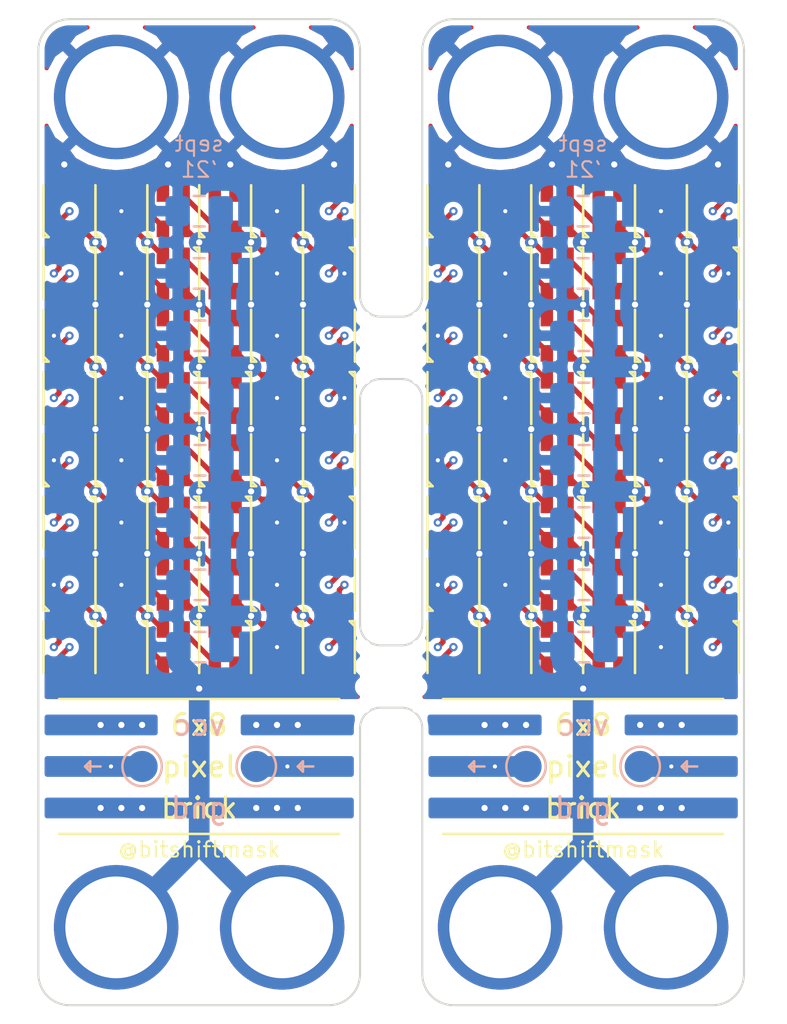
<source format=kicad_pcb>
(kicad_pcb (version 20171130) (host pcbnew 5.1.10)
  (layers (0 F.Cu signal) (1 In1.Cu signal) (2 In2.Cu signal) (31 B.Cu signal) (34 B.Paste user) (35 F.Paste user) (36 B.SilkS user) (37 F.SilkS user) (38 B.Mask user) (39 F.Mask user) (44 Edge.Cuts user))
  (net 0 "")
  (net 1 Board_1-+5V)
  (net 2 Board_1-/end-of-row-1)
  (net 3 Board_1-/end-of-row-2)
  (net 4 Board_1-/end-of-row-3)
  (net 5 Board_1-/end-of-row-4)
  (net 6 Board_1-/end-of-row-5)
  (net 7 Board_1-/end-of-row-6)
  (net 8 Board_1-/end-of-row-7)
  (net 9 Board_1-GND)
  (net 10 "Board_1-Net-(D1-Pad1)")
  (net 11 "Board_1-Net-(D1-Pad3)")
  (net 12 "Board_1-Net-(D10-Pad1)")
  (net 13 "Board_1-Net-(D10-Pad3)")
  (net 14 "Board_1-Net-(D11-Pad1)")
  (net 15 "Board_1-Net-(D11-Pad3)")
  (net 16 "Board_1-Net-(D12-Pad1)")
  (net 17 "Board_1-Net-(D12-Pad3)")
  (net 18 "Board_1-Net-(D13-Pad1)")
  (net 19 "Board_1-Net-(D13-Pad3)")
  (net 20 "Board_1-Net-(D14-Pad1)")
  (net 21 "Board_1-Net-(D14-Pad3)")
  (net 22 "Board_1-Net-(D15-Pad1)")
  (net 23 "Board_1-Net-(D15-Pad3)")
  (net 24 "Board_1-Net-(D16-Pad1)")
  (net 25 "Board_1-Net-(D16-Pad3)")
  (net 26 "Board_1-Net-(D17-Pad1)")
  (net 27 "Board_1-Net-(D17-Pad3)")
  (net 28 "Board_1-Net-(D18-Pad3)")
  (net 29 "Board_1-Net-(D19-Pad3)")
  (net 30 "Board_1-Net-(D20-Pad3)")
  (net 31 "Board_1-Net-(D21-Pad3)")
  (net 32 "Board_1-Net-(D22-Pad3)")
  (net 33 "Board_1-Net-(D23-Pad3)")
  (net 34 "Board_1-Net-(D24-Pad3)")
  (net 35 "Board_1-Net-(D25-Pad3)")
  (net 36 "Board_1-Net-(D26-Pad3)")
  (net 37 "Board_1-Net-(D27-Pad3)")
  (net 38 "Board_1-Net-(D28-Pad3)")
  (net 39 "Board_1-Net-(D29-Pad3)")
  (net 40 "Board_1-Net-(D30-Pad3)")
  (net 41 "Board_1-Net-(D31-Pad3)")
  (net 42 "Board_1-Net-(D32-Pad3)")
  (net 43 "Board_1-Net-(D33-Pad3)")
  (net 44 "Board_1-Net-(D34-Pad3)")
  (net 45 "Board_1-Net-(D35-Pad3)")
  (net 46 "Board_1-Net-(D36-Pad3)")
  (net 47 "Board_1-Net-(D37-Pad3)")
  (net 48 "Board_1-Net-(D38-Pad3)")
  (net 49 "Board_1-Net-(D39-Pad3)")
  (net 50 "Board_1-Net-(D40-Pad3)")
  (net 51 "Board_1-Net-(D48-Pad3)")
  (net 52 Board_2-+5V)
  (net 53 Board_2-/end-of-row-1)
  (net 54 Board_2-/end-of-row-2)
  (net 55 Board_2-/end-of-row-3)
  (net 56 Board_2-/end-of-row-4)
  (net 57 Board_2-/end-of-row-5)
  (net 58 Board_2-/end-of-row-6)
  (net 59 Board_2-/end-of-row-7)
  (net 60 Board_2-GND)
  (net 61 "Board_2-Net-(D1-Pad1)")
  (net 62 "Board_2-Net-(D1-Pad3)")
  (net 63 "Board_2-Net-(D10-Pad1)")
  (net 64 "Board_2-Net-(D10-Pad3)")
  (net 65 "Board_2-Net-(D11-Pad1)")
  (net 66 "Board_2-Net-(D11-Pad3)")
  (net 67 "Board_2-Net-(D12-Pad1)")
  (net 68 "Board_2-Net-(D12-Pad3)")
  (net 69 "Board_2-Net-(D13-Pad1)")
  (net 70 "Board_2-Net-(D13-Pad3)")
  (net 71 "Board_2-Net-(D14-Pad1)")
  (net 72 "Board_2-Net-(D14-Pad3)")
  (net 73 "Board_2-Net-(D15-Pad1)")
  (net 74 "Board_2-Net-(D15-Pad3)")
  (net 75 "Board_2-Net-(D16-Pad1)")
  (net 76 "Board_2-Net-(D16-Pad3)")
  (net 77 "Board_2-Net-(D17-Pad1)")
  (net 78 "Board_2-Net-(D17-Pad3)")
  (net 79 "Board_2-Net-(D18-Pad3)")
  (net 80 "Board_2-Net-(D19-Pad3)")
  (net 81 "Board_2-Net-(D20-Pad3)")
  (net 82 "Board_2-Net-(D21-Pad3)")
  (net 83 "Board_2-Net-(D22-Pad3)")
  (net 84 "Board_2-Net-(D23-Pad3)")
  (net 85 "Board_2-Net-(D24-Pad3)")
  (net 86 "Board_2-Net-(D25-Pad3)")
  (net 87 "Board_2-Net-(D26-Pad3)")
  (net 88 "Board_2-Net-(D27-Pad3)")
  (net 89 "Board_2-Net-(D28-Pad3)")
  (net 90 "Board_2-Net-(D29-Pad3)")
  (net 91 "Board_2-Net-(D30-Pad3)")
  (net 92 "Board_2-Net-(D31-Pad3)")
  (net 93 "Board_2-Net-(D32-Pad3)")
  (net 94 "Board_2-Net-(D33-Pad3)")
  (net 95 "Board_2-Net-(D34-Pad3)")
  (net 96 "Board_2-Net-(D35-Pad3)")
  (net 97 "Board_2-Net-(D36-Pad3)")
  (net 98 "Board_2-Net-(D37-Pad3)")
  (net 99 "Board_2-Net-(D38-Pad3)")
  (net 100 "Board_2-Net-(D39-Pad3)")
  (net 101 "Board_2-Net-(D40-Pad3)")
  (net 102 "Board_2-Net-(D48-Pad3)")
  (module NPTH (layer F.Cu) (at 68.249002 83.166671)
    (fp_text reference REF** hide)
    (fp_text value NPTH hide)
    (pad "" np_thru_hole circle (at 0 0) (size 0.5 0.5) (drill 0.5) (layers *.Cu *.Mask))
  )
  (module NPTH (layer F.Cu) (at 68.249003 82.166671)
    (fp_text reference REF** hide)
    (fp_text value NPTH hide)
    (pad "" np_thru_hole circle (at 0 0) (size 0.5 0.5) (drill 0.5) (layers *.Cu *.Mask))
  )
  (module NPTH (layer F.Cu) (at 68.249003 81.166671)
    (fp_text reference REF** hide)
    (fp_text value NPTH hide)
    (pad "" np_thru_hole circle (at 0 0) (size 0.5 0.5) (drill 0.5) (layers *.Cu *.Mask))
  )
  (module NPTH (layer F.Cu) (at 68.249003 80.166671)
    (fp_text reference REF** hide)
    (fp_text value NPTH hide)
    (pad "" np_thru_hole circle (at 0 0) (size 0.5 0.5) (drill 0.5) (layers *.Cu *.Mask))
  )
  (module NPTH (layer F.Cu) (at 68.249006 67.333335)
    (fp_text reference REF** hide)
    (fp_text value NPTH hide)
    (pad "" np_thru_hole circle (at 0 0) (size 0.5 0.5) (drill 0.5) (layers *.Cu *.Mask))
  )
  (module NPTH (layer F.Cu) (at 68.249006 66.333335)
    (fp_text reference REF** hide)
    (fp_text value NPTH hide)
    (pad "" np_thru_hole circle (at 0 0) (size 0.5 0.5) (drill 0.5) (layers *.Cu *.Mask))
  )
  (module NPTH (layer F.Cu) (at 68.249006 65.333335)
    (fp_text reference REF** hide)
    (fp_text value NPTH hide)
    (pad "" np_thru_hole circle (at 0 0) (size 0.5 0.5) (drill 0.5) (layers *.Cu *.Mask))
  )
  (module NPTH (layer F.Cu) (at 68.249007 64.333335)
    (fp_text reference REF** hide)
    (fp_text value NPTH hide)
    (pad "" np_thru_hole circle (at 0 0) (size 0.5 0.5) (drill 0.5) (layers *.Cu *.Mask))
  )
  (module NPTH (layer F.Cu) (at 65.751 80.166671)
    (fp_text reference REF** hide)
    (fp_text value NPTH hide)
    (pad "" np_thru_hole circle (at 0 0) (size 0.5 0.5) (drill 0.5) (layers *.Cu *.Mask))
  )
  (module NPTH (layer F.Cu) (at 65.751 81.166671)
    (fp_text reference REF** hide)
    (fp_text value NPTH hide)
    (pad "" np_thru_hole circle (at 0 0) (size 0.5 0.5) (drill 0.5) (layers *.Cu *.Mask))
  )
  (module NPTH (layer F.Cu) (at 65.751 82.166671)
    (fp_text reference REF** hide)
    (fp_text value NPTH hide)
    (pad "" np_thru_hole circle (at 0 0) (size 0.5 0.5) (drill 0.5) (layers *.Cu *.Mask))
  )
  (module NPTH (layer F.Cu) (at 65.751 83.166671)
    (fp_text reference REF** hide)
    (fp_text value NPTH hide)
    (pad "" np_thru_hole circle (at 0 0) (size 0.5 0.5) (drill 0.5) (layers *.Cu *.Mask))
  )
  (module NPTH (layer F.Cu) (at 65.751 64.333335)
    (fp_text reference REF** hide)
    (fp_text value NPTH hide)
    (pad "" np_thru_hole circle (at 0 0) (size 0.5 0.5) (drill 0.5) (layers *.Cu *.Mask))
  )
  (module NPTH (layer F.Cu) (at 65.751 65.333335)
    (fp_text reference REF** hide)
    (fp_text value NPTH hide)
    (pad "" np_thru_hole circle (at 0 0) (size 0.5 0.5) (drill 0.5) (layers *.Cu *.Mask))
  )
  (module NPTH (layer F.Cu) (at 65.751 66.333335)
    (fp_text reference REF** hide)
    (fp_text value NPTH hide)
    (pad "" np_thru_hole circle (at 0 0) (size 0.5 0.5) (drill 0.5) (layers *.Cu *.Mask))
  )
  (module NPTH (layer F.Cu) (at 65.751 67.333335)
    (fp_text reference REF** hide)
    (fp_text value NPTH hide)
    (pad "" np_thru_hole circle (at 0 0) (size 0.5 0.5) (drill 0.5) (layers *.Cu *.Mask))
  )
  (module brick-misc:TC2020RGB (layer F.Cu) (at 70.00001 59.250001 90)
    (fp_text reference D1 hide)
    (fp_text value TC2020-RGB)
    (pad 1 smd rect (at -0.85 -0.5 90) (size 0.8 0.6) (layers F.Cu F.Paste F.Mask) (net 61 "Board_2-Net-(D1-Pad1)"))
    (pad 4 smd rect (at 0.85 -0.5 90) (size 0.8 0.6) (layers F.Cu F.Paste F.Mask) (net 60 Board_2-GND))
    (pad 2 smd rect (at -0.85 0.5 90) (size 0.8 0.6) (layers F.Cu F.Paste F.Mask) (net 52 Board_2-+5V))
    (pad 3 smd rect (at 0.85 0.5 90) (size 0.8 0.6) (layers F.Cu F.Paste F.Mask) (net 62 "Board_2-Net-(D1-Pad3)"))
  )
  (module brick-misc:TC2020RGB (layer F.Cu) (at 82.50001 62.250001 270)
    (fp_text reference D2 hide)
    (fp_text value TC2020-RGB)
    (pad 1 smd rect (at -0.85 -0.5 270) (size 0.8 0.6) (layers F.Cu F.Paste F.Mask) (net 53 Board_2-/end-of-row-1))
    (pad 4 smd rect (at 0.85 -0.5 270) (size 0.8 0.6) (layers F.Cu F.Paste F.Mask) (net 60 Board_2-GND))
    (pad 2 smd rect (at -0.85 0.5 270) (size 0.8 0.6) (layers F.Cu F.Paste F.Mask) (net 52 Board_2-+5V))
    (pad 3 smd rect (at 0.85 0.5 270) (size 0.8 0.6) (layers F.Cu F.Paste F.Mask) (net 63 "Board_2-Net-(D10-Pad1)"))
  )
  (module brick-misc:TC2020RGB (layer F.Cu) (at 70.00001 65.250001 90)
    (fp_text reference D3 hide)
    (fp_text value TC2020-RGB)
    (pad 1 smd rect (at -0.85 -0.5 90) (size 0.8 0.6) (layers F.Cu F.Paste F.Mask) (net 54 Board_2-/end-of-row-2))
    (pad 4 smd rect (at 0.85 -0.5 90) (size 0.8 0.6) (layers F.Cu F.Paste F.Mask) (net 60 Board_2-GND))
    (pad 2 smd rect (at -0.85 0.5 90) (size 0.8 0.6) (layers F.Cu F.Paste F.Mask) (net 52 Board_2-+5V))
    (pad 3 smd rect (at 0.85 0.5 90) (size 0.8 0.6) (layers F.Cu F.Paste F.Mask) (net 65 "Board_2-Net-(D11-Pad1)"))
  )
  (module brick-misc:TC2020RGB (layer F.Cu) (at 82.50001 68.250001 270)
    (fp_text reference D4 hide)
    (fp_text value TC2020-RGB)
    (pad 1 smd rect (at -0.85 -0.5 270) (size 0.8 0.6) (layers F.Cu F.Paste F.Mask) (net 55 Board_2-/end-of-row-3))
    (pad 4 smd rect (at 0.85 -0.5 270) (size 0.8 0.6) (layers F.Cu F.Paste F.Mask) (net 60 Board_2-GND))
    (pad 2 smd rect (at -0.85 0.5 270) (size 0.8 0.6) (layers F.Cu F.Paste F.Mask) (net 52 Board_2-+5V))
    (pad 3 smd rect (at 0.85 0.5 270) (size 0.8 0.6) (layers F.Cu F.Paste F.Mask) (net 67 "Board_2-Net-(D12-Pad1)"))
  )
  (module brick-misc:TC2020RGB (layer F.Cu) (at 70.00001 71.250001 90)
    (fp_text reference D5 hide)
    (fp_text value TC2020-RGB)
    (pad 1 smd rect (at -0.85 -0.5 90) (size 0.8 0.6) (layers F.Cu F.Paste F.Mask) (net 56 Board_2-/end-of-row-4))
    (pad 4 smd rect (at 0.85 -0.5 90) (size 0.8 0.6) (layers F.Cu F.Paste F.Mask) (net 60 Board_2-GND))
    (pad 2 smd rect (at -0.85 0.5 90) (size 0.8 0.6) (layers F.Cu F.Paste F.Mask) (net 52 Board_2-+5V))
    (pad 3 smd rect (at 0.85 0.5 90) (size 0.8 0.6) (layers F.Cu F.Paste F.Mask) (net 69 "Board_2-Net-(D13-Pad1)"))
  )
  (module brick-misc:TC2020RGB (layer F.Cu) (at 82.50001 74.250001 270)
    (fp_text reference D6 hide)
    (fp_text value TC2020-RGB)
    (pad 1 smd rect (at -0.85 -0.5 270) (size 0.8 0.6) (layers F.Cu F.Paste F.Mask) (net 57 Board_2-/end-of-row-5))
    (pad 4 smd rect (at 0.85 -0.5 270) (size 0.8 0.6) (layers F.Cu F.Paste F.Mask) (net 60 Board_2-GND))
    (pad 2 smd rect (at -0.85 0.5 270) (size 0.8 0.6) (layers F.Cu F.Paste F.Mask) (net 52 Board_2-+5V))
    (pad 3 smd rect (at 0.85 0.5 270) (size 0.8 0.6) (layers F.Cu F.Paste F.Mask) (net 71 "Board_2-Net-(D14-Pad1)"))
  )
  (module brick-misc:TC2020RGB (layer F.Cu) (at 70.00001 77.250001 90)
    (fp_text reference D7 hide)
    (fp_text value TC2020-RGB)
    (pad 1 smd rect (at -0.85 -0.5 90) (size 0.8 0.6) (layers F.Cu F.Paste F.Mask) (net 58 Board_2-/end-of-row-6))
    (pad 4 smd rect (at 0.85 -0.5 90) (size 0.8 0.6) (layers F.Cu F.Paste F.Mask) (net 60 Board_2-GND))
    (pad 2 smd rect (at -0.85 0.5 90) (size 0.8 0.6) (layers F.Cu F.Paste F.Mask) (net 52 Board_2-+5V))
    (pad 3 smd rect (at 0.85 0.5 90) (size 0.8 0.6) (layers F.Cu F.Paste F.Mask) (net 73 "Board_2-Net-(D15-Pad1)"))
  )
  (module brick-misc:TC2020RGB (layer F.Cu) (at 82.50001 80.250001 270)
    (fp_text reference D8 hide)
    (fp_text value TC2020-RGB)
    (pad 1 smd rect (at -0.85 -0.5 270) (size 0.8 0.6) (layers F.Cu F.Paste F.Mask) (net 59 Board_2-/end-of-row-7))
    (pad 4 smd rect (at 0.85 -0.5 270) (size 0.8 0.6) (layers F.Cu F.Paste F.Mask) (net 60 Board_2-GND))
    (pad 2 smd rect (at -0.85 0.5 270) (size 0.8 0.6) (layers F.Cu F.Paste F.Mask) (net 52 Board_2-+5V))
    (pad 3 smd rect (at 0.85 0.5 270) (size 0.8 0.6) (layers F.Cu F.Paste F.Mask) (net 75 "Board_2-Net-(D16-Pad1)"))
  )
  (module brick-misc:TC2020RGB (layer F.Cu) (at 72.50001 59.250001 90)
    (fp_text reference D9 hide)
    (fp_text value TC2020-RGB)
    (pad 1 smd rect (at -0.85 -0.5 90) (size 0.8 0.6) (layers F.Cu F.Paste F.Mask) (net 62 "Board_2-Net-(D1-Pad3)"))
    (pad 4 smd rect (at 0.85 -0.5 90) (size 0.8 0.6) (layers F.Cu F.Paste F.Mask) (net 60 Board_2-GND))
    (pad 2 smd rect (at -0.85 0.5 90) (size 0.8 0.6) (layers F.Cu F.Paste F.Mask) (net 52 Board_2-+5V))
    (pad 3 smd rect (at 0.85 0.5 90) (size 0.8 0.6) (layers F.Cu F.Paste F.Mask) (net 77 "Board_2-Net-(D17-Pad1)"))
  )
  (module brick-misc:TC2020RGB (layer F.Cu) (at 80.00001 62.250001 270)
    (fp_text reference D10 hide)
    (fp_text value TC2020-RGB)
    (pad 1 smd rect (at -0.85 -0.5 270) (size 0.8 0.6) (layers F.Cu F.Paste F.Mask) (net 63 "Board_2-Net-(D10-Pad1)"))
    (pad 4 smd rect (at 0.85 -0.5 270) (size 0.8 0.6) (layers F.Cu F.Paste F.Mask) (net 60 Board_2-GND))
    (pad 2 smd rect (at -0.85 0.5 270) (size 0.8 0.6) (layers F.Cu F.Paste F.Mask) (net 52 Board_2-+5V))
    (pad 3 smd rect (at 0.85 0.5 270) (size 0.8 0.6) (layers F.Cu F.Paste F.Mask) (net 64 "Board_2-Net-(D10-Pad3)"))
  )
  (module brick-misc:TC2020RGB (layer F.Cu) (at 72.50001 65.250001 90)
    (fp_text reference D11 hide)
    (fp_text value TC2020-RGB)
    (pad 1 smd rect (at -0.85 -0.5 90) (size 0.8 0.6) (layers F.Cu F.Paste F.Mask) (net 65 "Board_2-Net-(D11-Pad1)"))
    (pad 4 smd rect (at 0.85 -0.5 90) (size 0.8 0.6) (layers F.Cu F.Paste F.Mask) (net 60 Board_2-GND))
    (pad 2 smd rect (at -0.85 0.5 90) (size 0.8 0.6) (layers F.Cu F.Paste F.Mask) (net 52 Board_2-+5V))
    (pad 3 smd rect (at 0.85 0.5 90) (size 0.8 0.6) (layers F.Cu F.Paste F.Mask) (net 66 "Board_2-Net-(D11-Pad3)"))
  )
  (module brick-misc:TC2020RGB (layer F.Cu) (at 80.00001 68.250001 270)
    (fp_text reference D12 hide)
    (fp_text value TC2020-RGB)
    (pad 1 smd rect (at -0.85 -0.5 270) (size 0.8 0.6) (layers F.Cu F.Paste F.Mask) (net 67 "Board_2-Net-(D12-Pad1)"))
    (pad 4 smd rect (at 0.85 -0.5 270) (size 0.8 0.6) (layers F.Cu F.Paste F.Mask) (net 60 Board_2-GND))
    (pad 2 smd rect (at -0.85 0.5 270) (size 0.8 0.6) (layers F.Cu F.Paste F.Mask) (net 52 Board_2-+5V))
    (pad 3 smd rect (at 0.85 0.5 270) (size 0.8 0.6) (layers F.Cu F.Paste F.Mask) (net 68 "Board_2-Net-(D12-Pad3)"))
  )
  (module brick-misc:TC2020RGB (layer F.Cu) (at 72.50001 71.250001 90)
    (fp_text reference D13 hide)
    (fp_text value TC2020-RGB)
    (pad 1 smd rect (at -0.85 -0.5 90) (size 0.8 0.6) (layers F.Cu F.Paste F.Mask) (net 69 "Board_2-Net-(D13-Pad1)"))
    (pad 4 smd rect (at 0.85 -0.5 90) (size 0.8 0.6) (layers F.Cu F.Paste F.Mask) (net 60 Board_2-GND))
    (pad 2 smd rect (at -0.85 0.5 90) (size 0.8 0.6) (layers F.Cu F.Paste F.Mask) (net 52 Board_2-+5V))
    (pad 3 smd rect (at 0.85 0.5 90) (size 0.8 0.6) (layers F.Cu F.Paste F.Mask) (net 70 "Board_2-Net-(D13-Pad3)"))
  )
  (module brick-misc:TC2020RGB (layer F.Cu) (at 80.00001 74.250001 270)
    (fp_text reference D14 hide)
    (fp_text value TC2020-RGB)
    (pad 1 smd rect (at -0.85 -0.5 270) (size 0.8 0.6) (layers F.Cu F.Paste F.Mask) (net 71 "Board_2-Net-(D14-Pad1)"))
    (pad 4 smd rect (at 0.85 -0.5 270) (size 0.8 0.6) (layers F.Cu F.Paste F.Mask) (net 60 Board_2-GND))
    (pad 2 smd rect (at -0.85 0.5 270) (size 0.8 0.6) (layers F.Cu F.Paste F.Mask) (net 52 Board_2-+5V))
    (pad 3 smd rect (at 0.85 0.5 270) (size 0.8 0.6) (layers F.Cu F.Paste F.Mask) (net 72 "Board_2-Net-(D14-Pad3)"))
  )
  (module brick-misc:TC2020RGB (layer F.Cu) (at 72.50001 77.250001 90)
    (fp_text reference D15 hide)
    (fp_text value TC2020-RGB)
    (pad 1 smd rect (at -0.85 -0.5 90) (size 0.8 0.6) (layers F.Cu F.Paste F.Mask) (net 73 "Board_2-Net-(D15-Pad1)"))
    (pad 4 smd rect (at 0.85 -0.5 90) (size 0.8 0.6) (layers F.Cu F.Paste F.Mask) (net 60 Board_2-GND))
    (pad 2 smd rect (at -0.85 0.5 90) (size 0.8 0.6) (layers F.Cu F.Paste F.Mask) (net 52 Board_2-+5V))
    (pad 3 smd rect (at 0.85 0.5 90) (size 0.8 0.6) (layers F.Cu F.Paste F.Mask) (net 74 "Board_2-Net-(D15-Pad3)"))
  )
  (module brick-misc:TC2020RGB (layer F.Cu) (at 80.00001 80.250001 270)
    (fp_text reference D16 hide)
    (fp_text value TC2020-RGB)
    (pad 1 smd rect (at -0.85 -0.5 270) (size 0.8 0.6) (layers F.Cu F.Paste F.Mask) (net 75 "Board_2-Net-(D16-Pad1)"))
    (pad 4 smd rect (at 0.85 -0.5 270) (size 0.8 0.6) (layers F.Cu F.Paste F.Mask) (net 60 Board_2-GND))
    (pad 2 smd rect (at -0.85 0.5 270) (size 0.8 0.6) (layers F.Cu F.Paste F.Mask) (net 52 Board_2-+5V))
    (pad 3 smd rect (at 0.85 0.5 270) (size 0.8 0.6) (layers F.Cu F.Paste F.Mask) (net 76 "Board_2-Net-(D16-Pad3)"))
  )
  (module brick-misc:TC2020RGB (layer F.Cu) (at 75.00001 59.250001 90)
    (fp_text reference D17 hide)
    (fp_text value TC2020-RGB)
    (pad 1 smd rect (at -0.85 -0.5 90) (size 0.8 0.6) (layers F.Cu F.Paste F.Mask) (net 77 "Board_2-Net-(D17-Pad1)"))
    (pad 4 smd rect (at 0.85 -0.5 90) (size 0.8 0.6) (layers F.Cu F.Paste F.Mask) (net 60 Board_2-GND))
    (pad 2 smd rect (at -0.85 0.5 90) (size 0.8 0.6) (layers F.Cu F.Paste F.Mask) (net 52 Board_2-+5V))
    (pad 3 smd rect (at 0.85 0.5 90) (size 0.8 0.6) (layers F.Cu F.Paste F.Mask) (net 78 "Board_2-Net-(D17-Pad3)"))
  )
  (module brick-misc:TC2020RGB (layer F.Cu) (at 77.50001 62.250001 270)
    (fp_text reference D18 hide)
    (fp_text value TC2020-RGB)
    (pad 1 smd rect (at -0.85 -0.5 270) (size 0.8 0.6) (layers F.Cu F.Paste F.Mask) (net 64 "Board_2-Net-(D10-Pad3)"))
    (pad 4 smd rect (at 0.85 -0.5 270) (size 0.8 0.6) (layers F.Cu F.Paste F.Mask) (net 60 Board_2-GND))
    (pad 2 smd rect (at -0.85 0.5 270) (size 0.8 0.6) (layers F.Cu F.Paste F.Mask) (net 52 Board_2-+5V))
    (pad 3 smd rect (at 0.85 0.5 270) (size 0.8 0.6) (layers F.Cu F.Paste F.Mask) (net 79 "Board_2-Net-(D18-Pad3)"))
  )
  (module brick-misc:TC2020RGB (layer F.Cu) (at 75.00001 65.250001 90)
    (fp_text reference D19 hide)
    (fp_text value TC2020-RGB)
    (pad 1 smd rect (at -0.85 -0.5 90) (size 0.8 0.6) (layers F.Cu F.Paste F.Mask) (net 66 "Board_2-Net-(D11-Pad3)"))
    (pad 4 smd rect (at 0.85 -0.5 90) (size 0.8 0.6) (layers F.Cu F.Paste F.Mask) (net 60 Board_2-GND))
    (pad 2 smd rect (at -0.85 0.5 90) (size 0.8 0.6) (layers F.Cu F.Paste F.Mask) (net 52 Board_2-+5V))
    (pad 3 smd rect (at 0.85 0.5 90) (size 0.8 0.6) (layers F.Cu F.Paste F.Mask) (net 80 "Board_2-Net-(D19-Pad3)"))
  )
  (module brick-misc:TC2020RGB (layer F.Cu) (at 77.50001 68.250001 270)
    (fp_text reference D20 hide)
    (fp_text value TC2020-RGB)
    (pad 1 smd rect (at -0.85 -0.5 270) (size 0.8 0.6) (layers F.Cu F.Paste F.Mask) (net 68 "Board_2-Net-(D12-Pad3)"))
    (pad 4 smd rect (at 0.85 -0.5 270) (size 0.8 0.6) (layers F.Cu F.Paste F.Mask) (net 60 Board_2-GND))
    (pad 2 smd rect (at -0.85 0.5 270) (size 0.8 0.6) (layers F.Cu F.Paste F.Mask) (net 52 Board_2-+5V))
    (pad 3 smd rect (at 0.85 0.5 270) (size 0.8 0.6) (layers F.Cu F.Paste F.Mask) (net 81 "Board_2-Net-(D20-Pad3)"))
  )
  (module brick-misc:TC2020RGB (layer F.Cu) (at 75.00001 71.250001 90)
    (fp_text reference D21 hide)
    (fp_text value TC2020-RGB)
    (pad 1 smd rect (at -0.85 -0.5 90) (size 0.8 0.6) (layers F.Cu F.Paste F.Mask) (net 70 "Board_2-Net-(D13-Pad3)"))
    (pad 4 smd rect (at 0.85 -0.5 90) (size 0.8 0.6) (layers F.Cu F.Paste F.Mask) (net 60 Board_2-GND))
    (pad 2 smd rect (at -0.85 0.5 90) (size 0.8 0.6) (layers F.Cu F.Paste F.Mask) (net 52 Board_2-+5V))
    (pad 3 smd rect (at 0.85 0.5 90) (size 0.8 0.6) (layers F.Cu F.Paste F.Mask) (net 82 "Board_2-Net-(D21-Pad3)"))
  )
  (module brick-misc:TC2020RGB (layer F.Cu) (at 77.50001 74.250001 270)
    (fp_text reference D22 hide)
    (fp_text value TC2020-RGB)
    (pad 1 smd rect (at -0.85 -0.5 270) (size 0.8 0.6) (layers F.Cu F.Paste F.Mask) (net 72 "Board_2-Net-(D14-Pad3)"))
    (pad 4 smd rect (at 0.85 -0.5 270) (size 0.8 0.6) (layers F.Cu F.Paste F.Mask) (net 60 Board_2-GND))
    (pad 2 smd rect (at -0.85 0.5 270) (size 0.8 0.6) (layers F.Cu F.Paste F.Mask) (net 52 Board_2-+5V))
    (pad 3 smd rect (at 0.85 0.5 270) (size 0.8 0.6) (layers F.Cu F.Paste F.Mask) (net 83 "Board_2-Net-(D22-Pad3)"))
  )
  (module brick-misc:TC2020RGB (layer F.Cu) (at 75.00001 77.250001 90)
    (fp_text reference D23 hide)
    (fp_text value TC2020-RGB)
    (pad 1 smd rect (at -0.85 -0.5 90) (size 0.8 0.6) (layers F.Cu F.Paste F.Mask) (net 74 "Board_2-Net-(D15-Pad3)"))
    (pad 4 smd rect (at 0.85 -0.5 90) (size 0.8 0.6) (layers F.Cu F.Paste F.Mask) (net 60 Board_2-GND))
    (pad 2 smd rect (at -0.85 0.5 90) (size 0.8 0.6) (layers F.Cu F.Paste F.Mask) (net 52 Board_2-+5V))
    (pad 3 smd rect (at 0.85 0.5 90) (size 0.8 0.6) (layers F.Cu F.Paste F.Mask) (net 84 "Board_2-Net-(D23-Pad3)"))
  )
  (module brick-misc:TC2020RGB (layer F.Cu) (at 77.50001 80.250001 270)
    (fp_text reference D24 hide)
    (fp_text value TC2020-RGB)
    (pad 1 smd rect (at -0.85 -0.5 270) (size 0.8 0.6) (layers F.Cu F.Paste F.Mask) (net 76 "Board_2-Net-(D16-Pad3)"))
    (pad 4 smd rect (at 0.85 -0.5 270) (size 0.8 0.6) (layers F.Cu F.Paste F.Mask) (net 60 Board_2-GND))
    (pad 2 smd rect (at -0.85 0.5 270) (size 0.8 0.6) (layers F.Cu F.Paste F.Mask) (net 52 Board_2-+5V))
    (pad 3 smd rect (at 0.85 0.5 270) (size 0.8 0.6) (layers F.Cu F.Paste F.Mask) (net 85 "Board_2-Net-(D24-Pad3)"))
  )
  (module brick-misc:TC2020RGB (layer F.Cu) (at 77.50001 59.250001 90)
    (fp_text reference D25 hide)
    (fp_text value TC2020-RGB)
    (pad 1 smd rect (at -0.85 -0.5 90) (size 0.8 0.6) (layers F.Cu F.Paste F.Mask) (net 78 "Board_2-Net-(D17-Pad3)"))
    (pad 4 smd rect (at 0.85 -0.5 90) (size 0.8 0.6) (layers F.Cu F.Paste F.Mask) (net 60 Board_2-GND))
    (pad 2 smd rect (at -0.85 0.5 90) (size 0.8 0.6) (layers F.Cu F.Paste F.Mask) (net 52 Board_2-+5V))
    (pad 3 smd rect (at 0.85 0.5 90) (size 0.8 0.6) (layers F.Cu F.Paste F.Mask) (net 86 "Board_2-Net-(D25-Pad3)"))
  )
  (module brick-misc:TC2020RGB (layer F.Cu) (at 75.00001 62.250001 270)
    (fp_text reference D26 hide)
    (fp_text value TC2020-RGB)
    (pad 1 smd rect (at -0.85 -0.5 270) (size 0.8 0.6) (layers F.Cu F.Paste F.Mask) (net 79 "Board_2-Net-(D18-Pad3)"))
    (pad 4 smd rect (at 0.85 -0.5 270) (size 0.8 0.6) (layers F.Cu F.Paste F.Mask) (net 60 Board_2-GND))
    (pad 2 smd rect (at -0.85 0.5 270) (size 0.8 0.6) (layers F.Cu F.Paste F.Mask) (net 52 Board_2-+5V))
    (pad 3 smd rect (at 0.85 0.5 270) (size 0.8 0.6) (layers F.Cu F.Paste F.Mask) (net 87 "Board_2-Net-(D26-Pad3)"))
  )
  (module brick-misc:TC2020RGB (layer F.Cu) (at 77.50001 65.250001 90)
    (fp_text reference D27 hide)
    (fp_text value TC2020-RGB)
    (pad 1 smd rect (at -0.85 -0.5 90) (size 0.8 0.6) (layers F.Cu F.Paste F.Mask) (net 80 "Board_2-Net-(D19-Pad3)"))
    (pad 4 smd rect (at 0.85 -0.5 90) (size 0.8 0.6) (layers F.Cu F.Paste F.Mask) (net 60 Board_2-GND))
    (pad 2 smd rect (at -0.85 0.5 90) (size 0.8 0.6) (layers F.Cu F.Paste F.Mask) (net 52 Board_2-+5V))
    (pad 3 smd rect (at 0.85 0.5 90) (size 0.8 0.6) (layers F.Cu F.Paste F.Mask) (net 88 "Board_2-Net-(D27-Pad3)"))
  )
  (module brick-misc:TC2020RGB (layer F.Cu) (at 75.00001 68.250001 270)
    (fp_text reference D28 hide)
    (fp_text value TC2020-RGB)
    (pad 1 smd rect (at -0.85 -0.5 270) (size 0.8 0.6) (layers F.Cu F.Paste F.Mask) (net 81 "Board_2-Net-(D20-Pad3)"))
    (pad 4 smd rect (at 0.85 -0.5 270) (size 0.8 0.6) (layers F.Cu F.Paste F.Mask) (net 60 Board_2-GND))
    (pad 2 smd rect (at -0.85 0.5 270) (size 0.8 0.6) (layers F.Cu F.Paste F.Mask) (net 52 Board_2-+5V))
    (pad 3 smd rect (at 0.85 0.5 270) (size 0.8 0.6) (layers F.Cu F.Paste F.Mask) (net 89 "Board_2-Net-(D28-Pad3)"))
  )
  (module brick-misc:TC2020RGB (layer F.Cu) (at 77.50001 71.250001 90)
    (fp_text reference D29 hide)
    (fp_text value TC2020-RGB)
    (pad 1 smd rect (at -0.85 -0.5 90) (size 0.8 0.6) (layers F.Cu F.Paste F.Mask) (net 82 "Board_2-Net-(D21-Pad3)"))
    (pad 4 smd rect (at 0.85 -0.5 90) (size 0.8 0.6) (layers F.Cu F.Paste F.Mask) (net 60 Board_2-GND))
    (pad 2 smd rect (at -0.85 0.5 90) (size 0.8 0.6) (layers F.Cu F.Paste F.Mask) (net 52 Board_2-+5V))
    (pad 3 smd rect (at 0.85 0.5 90) (size 0.8 0.6) (layers F.Cu F.Paste F.Mask) (net 90 "Board_2-Net-(D29-Pad3)"))
  )
  (module brick-misc:TC2020RGB (layer F.Cu) (at 75.00001 74.250001 270)
    (fp_text reference D30 hide)
    (fp_text value TC2020-RGB)
    (pad 1 smd rect (at -0.85 -0.5 270) (size 0.8 0.6) (layers F.Cu F.Paste F.Mask) (net 83 "Board_2-Net-(D22-Pad3)"))
    (pad 4 smd rect (at 0.85 -0.5 270) (size 0.8 0.6) (layers F.Cu F.Paste F.Mask) (net 60 Board_2-GND))
    (pad 2 smd rect (at -0.85 0.5 270) (size 0.8 0.6) (layers F.Cu F.Paste F.Mask) (net 52 Board_2-+5V))
    (pad 3 smd rect (at 0.85 0.5 270) (size 0.8 0.6) (layers F.Cu F.Paste F.Mask) (net 91 "Board_2-Net-(D30-Pad3)"))
  )
  (module brick-misc:TC2020RGB (layer F.Cu) (at 77.50001 77.250001 90)
    (fp_text reference D31 hide)
    (fp_text value TC2020-RGB)
    (pad 1 smd rect (at -0.85 -0.5 90) (size 0.8 0.6) (layers F.Cu F.Paste F.Mask) (net 84 "Board_2-Net-(D23-Pad3)"))
    (pad 4 smd rect (at 0.85 -0.5 90) (size 0.8 0.6) (layers F.Cu F.Paste F.Mask) (net 60 Board_2-GND))
    (pad 2 smd rect (at -0.85 0.5 90) (size 0.8 0.6) (layers F.Cu F.Paste F.Mask) (net 52 Board_2-+5V))
    (pad 3 smd rect (at 0.85 0.5 90) (size 0.8 0.6) (layers F.Cu F.Paste F.Mask) (net 92 "Board_2-Net-(D31-Pad3)"))
  )
  (module brick-misc:TC2020RGB (layer F.Cu) (at 75.00001 80.250001 270)
    (fp_text reference D32 hide)
    (fp_text value TC2020-RGB)
    (pad 1 smd rect (at -0.85 -0.5 270) (size 0.8 0.6) (layers F.Cu F.Paste F.Mask) (net 85 "Board_2-Net-(D24-Pad3)"))
    (pad 4 smd rect (at 0.85 -0.5 270) (size 0.8 0.6) (layers F.Cu F.Paste F.Mask) (net 60 Board_2-GND))
    (pad 2 smd rect (at -0.85 0.5 270) (size 0.8 0.6) (layers F.Cu F.Paste F.Mask) (net 52 Board_2-+5V))
    (pad 3 smd rect (at 0.85 0.5 270) (size 0.8 0.6) (layers F.Cu F.Paste F.Mask) (net 93 "Board_2-Net-(D32-Pad3)"))
  )
  (module brick-misc:TC2020RGB (layer F.Cu) (at 80.00001 59.250001 90)
    (fp_text reference D33 hide)
    (fp_text value TC2020-RGB)
    (pad 1 smd rect (at -0.85 -0.5 90) (size 0.8 0.6) (layers F.Cu F.Paste F.Mask) (net 86 "Board_2-Net-(D25-Pad3)"))
    (pad 4 smd rect (at 0.85 -0.5 90) (size 0.8 0.6) (layers F.Cu F.Paste F.Mask) (net 60 Board_2-GND))
    (pad 2 smd rect (at -0.85 0.5 90) (size 0.8 0.6) (layers F.Cu F.Paste F.Mask) (net 52 Board_2-+5V))
    (pad 3 smd rect (at 0.85 0.5 90) (size 0.8 0.6) (layers F.Cu F.Paste F.Mask) (net 94 "Board_2-Net-(D33-Pad3)"))
  )
  (module brick-misc:TC2020RGB (layer F.Cu) (at 72.50001 62.250001 270)
    (fp_text reference D34 hide)
    (fp_text value TC2020-RGB)
    (pad 1 smd rect (at -0.85 -0.5 270) (size 0.8 0.6) (layers F.Cu F.Paste F.Mask) (net 87 "Board_2-Net-(D26-Pad3)"))
    (pad 4 smd rect (at 0.85 -0.5 270) (size 0.8 0.6) (layers F.Cu F.Paste F.Mask) (net 60 Board_2-GND))
    (pad 2 smd rect (at -0.85 0.5 270) (size 0.8 0.6) (layers F.Cu F.Paste F.Mask) (net 52 Board_2-+5V))
    (pad 3 smd rect (at 0.85 0.5 270) (size 0.8 0.6) (layers F.Cu F.Paste F.Mask) (net 95 "Board_2-Net-(D34-Pad3)"))
  )
  (module brick-misc:TC2020RGB (layer F.Cu) (at 80.00001 65.250001 90)
    (fp_text reference D35 hide)
    (fp_text value TC2020-RGB)
    (pad 1 smd rect (at -0.85 -0.5 90) (size 0.8 0.6) (layers F.Cu F.Paste F.Mask) (net 88 "Board_2-Net-(D27-Pad3)"))
    (pad 4 smd rect (at 0.85 -0.5 90) (size 0.8 0.6) (layers F.Cu F.Paste F.Mask) (net 60 Board_2-GND))
    (pad 2 smd rect (at -0.85 0.5 90) (size 0.8 0.6) (layers F.Cu F.Paste F.Mask) (net 52 Board_2-+5V))
    (pad 3 smd rect (at 0.85 0.5 90) (size 0.8 0.6) (layers F.Cu F.Paste F.Mask) (net 96 "Board_2-Net-(D35-Pad3)"))
  )
  (module brick-misc:TC2020RGB (layer F.Cu) (at 72.50001 68.250001 270)
    (fp_text reference D36 hide)
    (fp_text value TC2020-RGB)
    (pad 1 smd rect (at -0.85 -0.5 270) (size 0.8 0.6) (layers F.Cu F.Paste F.Mask) (net 89 "Board_2-Net-(D28-Pad3)"))
    (pad 4 smd rect (at 0.85 -0.5 270) (size 0.8 0.6) (layers F.Cu F.Paste F.Mask) (net 60 Board_2-GND))
    (pad 2 smd rect (at -0.85 0.5 270) (size 0.8 0.6) (layers F.Cu F.Paste F.Mask) (net 52 Board_2-+5V))
    (pad 3 smd rect (at 0.85 0.5 270) (size 0.8 0.6) (layers F.Cu F.Paste F.Mask) (net 97 "Board_2-Net-(D36-Pad3)"))
  )
  (module brick-misc:TC2020RGB (layer F.Cu) (at 80.00001 71.250001 90)
    (fp_text reference D37 hide)
    (fp_text value TC2020-RGB)
    (pad 1 smd rect (at -0.85 -0.5 90) (size 0.8 0.6) (layers F.Cu F.Paste F.Mask) (net 90 "Board_2-Net-(D29-Pad3)"))
    (pad 4 smd rect (at 0.85 -0.5 90) (size 0.8 0.6) (layers F.Cu F.Paste F.Mask) (net 60 Board_2-GND))
    (pad 2 smd rect (at -0.85 0.5 90) (size 0.8 0.6) (layers F.Cu F.Paste F.Mask) (net 52 Board_2-+5V))
    (pad 3 smd rect (at 0.85 0.5 90) (size 0.8 0.6) (layers F.Cu F.Paste F.Mask) (net 98 "Board_2-Net-(D37-Pad3)"))
  )
  (module brick-misc:TC2020RGB (layer F.Cu) (at 72.50001 74.250001 270)
    (fp_text reference D38 hide)
    (fp_text value TC2020-RGB)
    (pad 1 smd rect (at -0.85 -0.5 270) (size 0.8 0.6) (layers F.Cu F.Paste F.Mask) (net 91 "Board_2-Net-(D30-Pad3)"))
    (pad 4 smd rect (at 0.85 -0.5 270) (size 0.8 0.6) (layers F.Cu F.Paste F.Mask) (net 60 Board_2-GND))
    (pad 2 smd rect (at -0.85 0.5 270) (size 0.8 0.6) (layers F.Cu F.Paste F.Mask) (net 52 Board_2-+5V))
    (pad 3 smd rect (at 0.85 0.5 270) (size 0.8 0.6) (layers F.Cu F.Paste F.Mask) (net 99 "Board_2-Net-(D38-Pad3)"))
  )
  (module brick-misc:TC2020RGB (layer F.Cu) (at 80.00001 77.250001 90)
    (fp_text reference D39 hide)
    (fp_text value TC2020-RGB)
    (pad 1 smd rect (at -0.85 -0.5 90) (size 0.8 0.6) (layers F.Cu F.Paste F.Mask) (net 92 "Board_2-Net-(D31-Pad3)"))
    (pad 4 smd rect (at 0.85 -0.5 90) (size 0.8 0.6) (layers F.Cu F.Paste F.Mask) (net 60 Board_2-GND))
    (pad 2 smd rect (at -0.85 0.5 90) (size 0.8 0.6) (layers F.Cu F.Paste F.Mask) (net 52 Board_2-+5V))
    (pad 3 smd rect (at 0.85 0.5 90) (size 0.8 0.6) (layers F.Cu F.Paste F.Mask) (net 100 "Board_2-Net-(D39-Pad3)"))
  )
  (module brick-misc:TC2020RGB (layer F.Cu) (at 72.50001 80.250001 270)
    (fp_text reference D40 hide)
    (fp_text value TC2020-RGB)
    (pad 1 smd rect (at -0.85 -0.5 270) (size 0.8 0.6) (layers F.Cu F.Paste F.Mask) (net 93 "Board_2-Net-(D32-Pad3)"))
    (pad 4 smd rect (at 0.85 -0.5 270) (size 0.8 0.6) (layers F.Cu F.Paste F.Mask) (net 60 Board_2-GND))
    (pad 2 smd rect (at -0.85 0.5 270) (size 0.8 0.6) (layers F.Cu F.Paste F.Mask) (net 52 Board_2-+5V))
    (pad 3 smd rect (at 0.85 0.5 270) (size 0.8 0.6) (layers F.Cu F.Paste F.Mask) (net 101 "Board_2-Net-(D40-Pad3)"))
  )
  (module brick-misc:TC2020RGB (layer F.Cu) (at 82.50001 59.250001 90)
    (fp_text reference D41 hide)
    (fp_text value TC2020-RGB)
    (pad 1 smd rect (at -0.85 -0.5 90) (size 0.8 0.6) (layers F.Cu F.Paste F.Mask) (net 94 "Board_2-Net-(D33-Pad3)"))
    (pad 4 smd rect (at 0.85 -0.5 90) (size 0.8 0.6) (layers F.Cu F.Paste F.Mask) (net 60 Board_2-GND))
    (pad 2 smd rect (at -0.85 0.5 90) (size 0.8 0.6) (layers F.Cu F.Paste F.Mask) (net 52 Board_2-+5V))
    (pad 3 smd rect (at 0.85 0.5 90) (size 0.8 0.6) (layers F.Cu F.Paste F.Mask) (net 53 Board_2-/end-of-row-1))
  )
  (module brick-misc:TC2020RGB (layer F.Cu) (at 82.50001 65.250001 90)
    (fp_text reference D43 hide)
    (fp_text value TC2020-RGB)
    (pad 1 smd rect (at -0.85 -0.5 90) (size 0.8 0.6) (layers F.Cu F.Paste F.Mask) (net 96 "Board_2-Net-(D35-Pad3)"))
    (pad 4 smd rect (at 0.85 -0.5 90) (size 0.8 0.6) (layers F.Cu F.Paste F.Mask) (net 60 Board_2-GND))
    (pad 2 smd rect (at -0.85 0.5 90) (size 0.8 0.6) (layers F.Cu F.Paste F.Mask) (net 52 Board_2-+5V))
    (pad 3 smd rect (at 0.85 0.5 90) (size 0.8 0.6) (layers F.Cu F.Paste F.Mask) (net 55 Board_2-/end-of-row-3))
  )
  (module brick-misc:TC2020RGB (layer F.Cu) (at 70.00001 68.250001 270)
    (fp_text reference D44 hide)
    (fp_text value TC2020-RGB)
    (pad 1 smd rect (at -0.85 -0.5 270) (size 0.8 0.6) (layers F.Cu F.Paste F.Mask) (net 97 "Board_2-Net-(D36-Pad3)"))
    (pad 4 smd rect (at 0.85 -0.5 270) (size 0.8 0.6) (layers F.Cu F.Paste F.Mask) (net 60 Board_2-GND))
    (pad 2 smd rect (at -0.85 0.5 270) (size 0.8 0.6) (layers F.Cu F.Paste F.Mask) (net 52 Board_2-+5V))
    (pad 3 smd rect (at 0.85 0.5 270) (size 0.8 0.6) (layers F.Cu F.Paste F.Mask) (net 56 Board_2-/end-of-row-4))
  )
  (module brick-misc:TC2020RGB (layer F.Cu) (at 82.50001 71.250001 90)
    (fp_text reference D45 hide)
    (fp_text value TC2020-RGB)
    (pad 1 smd rect (at -0.85 -0.5 90) (size 0.8 0.6) (layers F.Cu F.Paste F.Mask) (net 98 "Board_2-Net-(D37-Pad3)"))
    (pad 4 smd rect (at 0.85 -0.5 90) (size 0.8 0.6) (layers F.Cu F.Paste F.Mask) (net 60 Board_2-GND))
    (pad 2 smd rect (at -0.85 0.5 90) (size 0.8 0.6) (layers F.Cu F.Paste F.Mask) (net 52 Board_2-+5V))
    (pad 3 smd rect (at 0.85 0.5 90) (size 0.8 0.6) (layers F.Cu F.Paste F.Mask) (net 57 Board_2-/end-of-row-5))
  )
  (module brick-misc:TC2020RGB (layer F.Cu) (at 70.00001 74.250001 270)
    (fp_text reference D46 hide)
    (fp_text value TC2020-RGB)
    (pad 1 smd rect (at -0.85 -0.5 270) (size 0.8 0.6) (layers F.Cu F.Paste F.Mask) (net 99 "Board_2-Net-(D38-Pad3)"))
    (pad 4 smd rect (at 0.85 -0.5 270) (size 0.8 0.6) (layers F.Cu F.Paste F.Mask) (net 60 Board_2-GND))
    (pad 2 smd rect (at -0.85 0.5 270) (size 0.8 0.6) (layers F.Cu F.Paste F.Mask) (net 52 Board_2-+5V))
    (pad 3 smd rect (at 0.85 0.5 270) (size 0.8 0.6) (layers F.Cu F.Paste F.Mask) (net 58 Board_2-/end-of-row-6))
  )
  (module brick-misc:TC2020RGB (layer F.Cu) (at 82.50001 77.250001 90)
    (fp_text reference D47 hide)
    (fp_text value TC2020-RGB)
    (pad 1 smd rect (at -0.85 -0.5 90) (size 0.8 0.6) (layers F.Cu F.Paste F.Mask) (net 100 "Board_2-Net-(D39-Pad3)"))
    (pad 4 smd rect (at 0.85 -0.5 90) (size 0.8 0.6) (layers F.Cu F.Paste F.Mask) (net 60 Board_2-GND))
    (pad 2 smd rect (at -0.85 0.5 90) (size 0.8 0.6) (layers F.Cu F.Paste F.Mask) (net 52 Board_2-+5V))
    (pad 3 smd rect (at 0.85 0.5 90) (size 0.8 0.6) (layers F.Cu F.Paste F.Mask) (net 59 Board_2-/end-of-row-7))
  )
  (module brick-misc:TC2020RGB (layer F.Cu) (at 70.00001 80.250001 270)
    (fp_text reference D48 hide)
    (fp_text value TC2020-RGB)
    (pad 1 smd rect (at -0.85 -0.5 270) (size 0.8 0.6) (layers F.Cu F.Paste F.Mask) (net 101 "Board_2-Net-(D40-Pad3)"))
    (pad 4 smd rect (at 0.85 -0.5 270) (size 0.8 0.6) (layers F.Cu F.Paste F.Mask) (net 60 Board_2-GND))
    (pad 2 smd rect (at -0.85 0.5 270) (size 0.8 0.6) (layers F.Cu F.Paste F.Mask) (net 52 Board_2-+5V))
    (pad 3 smd rect (at 0.85 0.5 270) (size 0.8 0.6) (layers F.Cu F.Paste F.Mask) (net 102 "Board_2-Net-(D48-Pad3)"))
  )
  (module brick-misc:TC2020RGB (layer F.Cu) (at 70.00001 62.250001 270)
    (fp_text reference D42 hide)
    (fp_text value TC2020-RGB)
    (pad 1 smd rect (at -0.85 -0.5 270) (size 0.8 0.6) (layers F.Cu F.Paste F.Mask) (net 95 "Board_2-Net-(D34-Pad3)"))
    (pad 4 smd rect (at 0.85 -0.5 270) (size 0.8 0.6) (layers F.Cu F.Paste F.Mask) (net 60 Board_2-GND))
    (pad 2 smd rect (at -0.85 0.5 270) (size 0.8 0.6) (layers F.Cu F.Paste F.Mask) (net 52 Board_2-+5V))
    (pad 3 smd rect (at 0.85 0.5 270) (size 0.8 0.6) (layers F.Cu F.Paste F.Mask) (net 54 Board_2-/end-of-row-2))
  )
  (module Capacitor_SMD:C_0805_2012Metric_Pad1.18x1.45mm_HandSolder (layer B.Cu) (at 76.25001 59.250001 180)
    (fp_text reference C1 hide)
    (fp_text value C)
    (pad 1 smd roundrect (at -1.0375 0 180) (size 1.175 1.45) (layers B.Cu B.Paste B.Mask) (roundrect_rratio 0.2127659574468085) (net 52 Board_2-+5V))
    (pad 2 smd roundrect (at 1.0375 0 180) (size 1.175 1.45) (layers B.Cu B.Paste B.Mask) (roundrect_rratio 0.2127659574468085) (net 60 Board_2-GND))
  )
  (module Capacitor_SMD:C_0805_2012Metric_Pad1.18x1.45mm_HandSolder (layer B.Cu) (at 76.25001 62.250001 180)
    (fp_text reference C2 hide)
    (fp_text value C)
    (pad 1 smd roundrect (at -1.0375 0 180) (size 1.175 1.45) (layers B.Cu B.Paste B.Mask) (roundrect_rratio 0.2127659574468085) (net 52 Board_2-+5V))
    (pad 2 smd roundrect (at 1.0375 0 180) (size 1.175 1.45) (layers B.Cu B.Paste B.Mask) (roundrect_rratio 0.2127659574468085) (net 60 Board_2-GND))
  )
  (module Capacitor_SMD:C_0805_2012Metric_Pad1.18x1.45mm_HandSolder (layer B.Cu) (at 76.28751 65.250001 180)
    (fp_text reference C3 hide)
    (fp_text value C)
    (pad 1 smd roundrect (at -1.0375 0 180) (size 1.175 1.45) (layers B.Cu B.Paste B.Mask) (roundrect_rratio 0.2127659574468085) (net 52 Board_2-+5V))
    (pad 2 smd roundrect (at 1.0375 0 180) (size 1.175 1.45) (layers B.Cu B.Paste B.Mask) (roundrect_rratio 0.2127659574468085) (net 60 Board_2-GND))
  )
  (module Capacitor_SMD:C_0805_2012Metric_Pad1.18x1.45mm_HandSolder (layer B.Cu) (at 76.28751 68.250001 180)
    (fp_text reference C4 hide)
    (fp_text value C)
    (pad 1 smd roundrect (at -1.0375 0 180) (size 1.175 1.45) (layers B.Cu B.Paste B.Mask) (roundrect_rratio 0.2127659574468085) (net 52 Board_2-+5V))
    (pad 2 smd roundrect (at 1.0375 0 180) (size 1.175 1.45) (layers B.Cu B.Paste B.Mask) (roundrect_rratio 0.2127659574468085) (net 60 Board_2-GND))
  )
  (module Capacitor_SMD:C_0805_2012Metric_Pad1.18x1.45mm_HandSolder (layer B.Cu) (at 76.28751 71.250001 180)
    (fp_text reference C5 hide)
    (fp_text value C)
    (pad 1 smd roundrect (at -1.0375 0 180) (size 1.175 1.45) (layers B.Cu B.Paste B.Mask) (roundrect_rratio 0.2127659574468085) (net 52 Board_2-+5V))
    (pad 2 smd roundrect (at 1.0375 0 180) (size 1.175 1.45) (layers B.Cu B.Paste B.Mask) (roundrect_rratio 0.2127659574468085) (net 60 Board_2-GND))
  )
  (module Capacitor_SMD:C_0805_2012Metric_Pad1.18x1.45mm_HandSolder (layer B.Cu) (at 76.28751 74.250001 180)
    (fp_text reference C6 hide)
    (fp_text value C)
    (pad 1 smd roundrect (at -1.0375 0 180) (size 1.175 1.45) (layers B.Cu B.Paste B.Mask) (roundrect_rratio 0.2127659574468085) (net 52 Board_2-+5V))
    (pad 2 smd roundrect (at 1.0375 0 180) (size 1.175 1.45) (layers B.Cu B.Paste B.Mask) (roundrect_rratio 0.2127659574468085) (net 60 Board_2-GND))
  )
  (module Capacitor_SMD:C_0805_2012Metric_Pad1.18x1.45mm_HandSolder (layer B.Cu) (at 76.28751 77.250001 180)
    (fp_text reference C7 hide)
    (fp_text value C)
    (pad 1 smd roundrect (at -1.0375 0 180) (size 1.175 1.45) (layers B.Cu B.Paste B.Mask) (roundrect_rratio 0.2127659574468085) (net 52 Board_2-+5V))
    (pad 2 smd roundrect (at 1.0375 0 180) (size 1.175 1.45) (layers B.Cu B.Paste B.Mask) (roundrect_rratio 0.2127659574468085) (net 60 Board_2-GND))
  )
  (module Capacitor_SMD:C_0805_2012Metric_Pad1.18x1.45mm_HandSolder (layer B.Cu) (at 76.28751 80.250001 180)
    (fp_text reference C8 hide)
    (fp_text value C)
    (pad 1 smd roundrect (at -1.0375 0 180) (size 1.175 1.45) (layers B.Cu B.Paste B.Mask) (roundrect_rratio 0.2127659574468085) (net 52 Board_2-+5V))
    (pad 2 smd roundrect (at 1.0375 0 180) (size 1.175 1.45) (layers B.Cu B.Paste B.Mask) (roundrect_rratio 0.2127659574468085) (net 60 Board_2-GND))
  )
  (module brick-4_9id-6_0od:brick-1x2 (layer F.Cu) (at 72.25001 53.750001 90)
    (fp_text reference J1 hide)
    (fp_text value Conn_01x02)
    (pad 1 thru_hole circle (at 0 0 90) (size 6 6) (drill 4.9) (layers *.Cu *.Mask) (net 60 Board_2-GND))
    (pad 2 thru_hole circle (at 0 8 90) (size 6 6) (drill 4.9) (layers *.Cu *.Mask) (net 60 Board_2-GND))
  )
  (module brick-4_9id-6_0od:brick-1x2 (layer F.Cu) (at 72.25001 93.750001 90)
    (fp_text reference J2 hide)
    (fp_text value Conn_01x02)
    (pad 1 thru_hole circle (at 0 0 90) (size 6 6) (drill 4.9) (layers *.Cu *.Mask) (net 60 Board_2-GND))
    (pad 2 thru_hole circle (at 0 8 90) (size 6 6) (drill 4.9) (layers *.Cu *.Mask) (net 60 Board_2-GND))
  )
  (module TestPoint:TestPoint_Pad_D1.5mm (layer B.Cu) (at 79.00001 86.000001)
    (fp_text reference TP1 hide)
    (fp_text value TestPoint)
    (pad 1 smd circle (at 0 0) (size 1.5 1.5) (layers B.Cu B.Mask) (net 61 "Board_2-Net-(D1-Pad1)"))
  )
  (module TestPoint:TestPoint_Pad_D1.5mm (layer B.Cu) (at 73.50001 86.000001)
    (fp_text reference TP2 hide)
    (fp_text value TestPoint)
    (pad 1 smd circle (at 0 0) (size 1.5 1.5) (layers B.Cu B.Mask) (net 102 "Board_2-Net-(D48-Pad3)"))
  )
  (module brick-misc:TC2020RGB (layer F.Cu) (at 51.500001 59.250001 90)
    (fp_text reference D1 hide)
    (fp_text value TC2020-RGB)
    (pad 1 smd rect (at -0.85 -0.5 90) (size 0.8 0.6) (layers F.Cu F.Paste F.Mask) (net 10 "Board_1-Net-(D1-Pad1)"))
    (pad 4 smd rect (at 0.85 -0.5 90) (size 0.8 0.6) (layers F.Cu F.Paste F.Mask) (net 9 Board_1-GND))
    (pad 2 smd rect (at -0.85 0.5 90) (size 0.8 0.6) (layers F.Cu F.Paste F.Mask) (net 1 Board_1-+5V))
    (pad 3 smd rect (at 0.85 0.5 90) (size 0.8 0.6) (layers F.Cu F.Paste F.Mask) (net 11 "Board_1-Net-(D1-Pad3)"))
  )
  (module brick-misc:TC2020RGB (layer F.Cu) (at 64.000001 62.250001 270)
    (fp_text reference D2 hide)
    (fp_text value TC2020-RGB)
    (pad 1 smd rect (at -0.85 -0.5 270) (size 0.8 0.6) (layers F.Cu F.Paste F.Mask) (net 2 Board_1-/end-of-row-1))
    (pad 4 smd rect (at 0.85 -0.5 270) (size 0.8 0.6) (layers F.Cu F.Paste F.Mask) (net 9 Board_1-GND))
    (pad 2 smd rect (at -0.85 0.5 270) (size 0.8 0.6) (layers F.Cu F.Paste F.Mask) (net 1 Board_1-+5V))
    (pad 3 smd rect (at 0.85 0.5 270) (size 0.8 0.6) (layers F.Cu F.Paste F.Mask) (net 12 "Board_1-Net-(D10-Pad1)"))
  )
  (module brick-misc:TC2020RGB (layer F.Cu) (at 51.500001 65.250001 90)
    (fp_text reference D3 hide)
    (fp_text value TC2020-RGB)
    (pad 1 smd rect (at -0.85 -0.5 90) (size 0.8 0.6) (layers F.Cu F.Paste F.Mask) (net 3 Board_1-/end-of-row-2))
    (pad 4 smd rect (at 0.85 -0.5 90) (size 0.8 0.6) (layers F.Cu F.Paste F.Mask) (net 9 Board_1-GND))
    (pad 2 smd rect (at -0.85 0.5 90) (size 0.8 0.6) (layers F.Cu F.Paste F.Mask) (net 1 Board_1-+5V))
    (pad 3 smd rect (at 0.85 0.5 90) (size 0.8 0.6) (layers F.Cu F.Paste F.Mask) (net 14 "Board_1-Net-(D11-Pad1)"))
  )
  (module brick-misc:TC2020RGB (layer F.Cu) (at 64.000001 68.250001 270)
    (fp_text reference D4 hide)
    (fp_text value TC2020-RGB)
    (pad 1 smd rect (at -0.85 -0.5 270) (size 0.8 0.6) (layers F.Cu F.Paste F.Mask) (net 4 Board_1-/end-of-row-3))
    (pad 4 smd rect (at 0.85 -0.5 270) (size 0.8 0.6) (layers F.Cu F.Paste F.Mask) (net 9 Board_1-GND))
    (pad 2 smd rect (at -0.85 0.5 270) (size 0.8 0.6) (layers F.Cu F.Paste F.Mask) (net 1 Board_1-+5V))
    (pad 3 smd rect (at 0.85 0.5 270) (size 0.8 0.6) (layers F.Cu F.Paste F.Mask) (net 16 "Board_1-Net-(D12-Pad1)"))
  )
  (module brick-misc:TC2020RGB (layer F.Cu) (at 51.500001 71.250001 90)
    (fp_text reference D5 hide)
    (fp_text value TC2020-RGB)
    (pad 1 smd rect (at -0.85 -0.5 90) (size 0.8 0.6) (layers F.Cu F.Paste F.Mask) (net 5 Board_1-/end-of-row-4))
    (pad 4 smd rect (at 0.85 -0.5 90) (size 0.8 0.6) (layers F.Cu F.Paste F.Mask) (net 9 Board_1-GND))
    (pad 2 smd rect (at -0.85 0.5 90) (size 0.8 0.6) (layers F.Cu F.Paste F.Mask) (net 1 Board_1-+5V))
    (pad 3 smd rect (at 0.85 0.5 90) (size 0.8 0.6) (layers F.Cu F.Paste F.Mask) (net 18 "Board_1-Net-(D13-Pad1)"))
  )
  (module brick-misc:TC2020RGB (layer F.Cu) (at 64.000001 74.250001 270)
    (fp_text reference D6 hide)
    (fp_text value TC2020-RGB)
    (pad 1 smd rect (at -0.85 -0.5 270) (size 0.8 0.6) (layers F.Cu F.Paste F.Mask) (net 6 Board_1-/end-of-row-5))
    (pad 4 smd rect (at 0.85 -0.5 270) (size 0.8 0.6) (layers F.Cu F.Paste F.Mask) (net 9 Board_1-GND))
    (pad 2 smd rect (at -0.85 0.5 270) (size 0.8 0.6) (layers F.Cu F.Paste F.Mask) (net 1 Board_1-+5V))
    (pad 3 smd rect (at 0.85 0.5 270) (size 0.8 0.6) (layers F.Cu F.Paste F.Mask) (net 20 "Board_1-Net-(D14-Pad1)"))
  )
  (module brick-misc:TC2020RGB (layer F.Cu) (at 51.500001 77.250001 90)
    (fp_text reference D7 hide)
    (fp_text value TC2020-RGB)
    (pad 1 smd rect (at -0.85 -0.5 90) (size 0.8 0.6) (layers F.Cu F.Paste F.Mask) (net 7 Board_1-/end-of-row-6))
    (pad 4 smd rect (at 0.85 -0.5 90) (size 0.8 0.6) (layers F.Cu F.Paste F.Mask) (net 9 Board_1-GND))
    (pad 2 smd rect (at -0.85 0.5 90) (size 0.8 0.6) (layers F.Cu F.Paste F.Mask) (net 1 Board_1-+5V))
    (pad 3 smd rect (at 0.85 0.5 90) (size 0.8 0.6) (layers F.Cu F.Paste F.Mask) (net 22 "Board_1-Net-(D15-Pad1)"))
  )
  (module brick-misc:TC2020RGB (layer F.Cu) (at 64.000001 80.250001 270)
    (fp_text reference D8 hide)
    (fp_text value TC2020-RGB)
    (pad 1 smd rect (at -0.85 -0.5 270) (size 0.8 0.6) (layers F.Cu F.Paste F.Mask) (net 8 Board_1-/end-of-row-7))
    (pad 4 smd rect (at 0.85 -0.5 270) (size 0.8 0.6) (layers F.Cu F.Paste F.Mask) (net 9 Board_1-GND))
    (pad 2 smd rect (at -0.85 0.5 270) (size 0.8 0.6) (layers F.Cu F.Paste F.Mask) (net 1 Board_1-+5V))
    (pad 3 smd rect (at 0.85 0.5 270) (size 0.8 0.6) (layers F.Cu F.Paste F.Mask) (net 24 "Board_1-Net-(D16-Pad1)"))
  )
  (module brick-misc:TC2020RGB (layer F.Cu) (at 54.000001 59.250001 90)
    (fp_text reference D9 hide)
    (fp_text value TC2020-RGB)
    (pad 1 smd rect (at -0.85 -0.5 90) (size 0.8 0.6) (layers F.Cu F.Paste F.Mask) (net 11 "Board_1-Net-(D1-Pad3)"))
    (pad 4 smd rect (at 0.85 -0.5 90) (size 0.8 0.6) (layers F.Cu F.Paste F.Mask) (net 9 Board_1-GND))
    (pad 2 smd rect (at -0.85 0.5 90) (size 0.8 0.6) (layers F.Cu F.Paste F.Mask) (net 1 Board_1-+5V))
    (pad 3 smd rect (at 0.85 0.5 90) (size 0.8 0.6) (layers F.Cu F.Paste F.Mask) (net 26 "Board_1-Net-(D17-Pad1)"))
  )
  (module brick-misc:TC2020RGB (layer F.Cu) (at 61.500001 62.250001 270)
    (fp_text reference D10 hide)
    (fp_text value TC2020-RGB)
    (pad 1 smd rect (at -0.85 -0.5 270) (size 0.8 0.6) (layers F.Cu F.Paste F.Mask) (net 12 "Board_1-Net-(D10-Pad1)"))
    (pad 4 smd rect (at 0.85 -0.5 270) (size 0.8 0.6) (layers F.Cu F.Paste F.Mask) (net 9 Board_1-GND))
    (pad 2 smd rect (at -0.85 0.5 270) (size 0.8 0.6) (layers F.Cu F.Paste F.Mask) (net 1 Board_1-+5V))
    (pad 3 smd rect (at 0.85 0.5 270) (size 0.8 0.6) (layers F.Cu F.Paste F.Mask) (net 13 "Board_1-Net-(D10-Pad3)"))
  )
  (module brick-misc:TC2020RGB (layer F.Cu) (at 54.000001 65.250001 90)
    (fp_text reference D11 hide)
    (fp_text value TC2020-RGB)
    (pad 1 smd rect (at -0.85 -0.5 90) (size 0.8 0.6) (layers F.Cu F.Paste F.Mask) (net 14 "Board_1-Net-(D11-Pad1)"))
    (pad 4 smd rect (at 0.85 -0.5 90) (size 0.8 0.6) (layers F.Cu F.Paste F.Mask) (net 9 Board_1-GND))
    (pad 2 smd rect (at -0.85 0.5 90) (size 0.8 0.6) (layers F.Cu F.Paste F.Mask) (net 1 Board_1-+5V))
    (pad 3 smd rect (at 0.85 0.5 90) (size 0.8 0.6) (layers F.Cu F.Paste F.Mask) (net 15 "Board_1-Net-(D11-Pad3)"))
  )
  (module brick-misc:TC2020RGB (layer F.Cu) (at 61.500001 68.250001 270)
    (fp_text reference D12 hide)
    (fp_text value TC2020-RGB)
    (pad 1 smd rect (at -0.85 -0.5 270) (size 0.8 0.6) (layers F.Cu F.Paste F.Mask) (net 16 "Board_1-Net-(D12-Pad1)"))
    (pad 4 smd rect (at 0.85 -0.5 270) (size 0.8 0.6) (layers F.Cu F.Paste F.Mask) (net 9 Board_1-GND))
    (pad 2 smd rect (at -0.85 0.5 270) (size 0.8 0.6) (layers F.Cu F.Paste F.Mask) (net 1 Board_1-+5V))
    (pad 3 smd rect (at 0.85 0.5 270) (size 0.8 0.6) (layers F.Cu F.Paste F.Mask) (net 17 "Board_1-Net-(D12-Pad3)"))
  )
  (module brick-misc:TC2020RGB (layer F.Cu) (at 54.000001 71.250001 90)
    (fp_text reference D13 hide)
    (fp_text value TC2020-RGB)
    (pad 1 smd rect (at -0.85 -0.5 90) (size 0.8 0.6) (layers F.Cu F.Paste F.Mask) (net 18 "Board_1-Net-(D13-Pad1)"))
    (pad 4 smd rect (at 0.85 -0.5 90) (size 0.8 0.6) (layers F.Cu F.Paste F.Mask) (net 9 Board_1-GND))
    (pad 2 smd rect (at -0.85 0.5 90) (size 0.8 0.6) (layers F.Cu F.Paste F.Mask) (net 1 Board_1-+5V))
    (pad 3 smd rect (at 0.85 0.5 90) (size 0.8 0.6) (layers F.Cu F.Paste F.Mask) (net 19 "Board_1-Net-(D13-Pad3)"))
  )
  (module brick-misc:TC2020RGB (layer F.Cu) (at 61.500001 74.250001 270)
    (fp_text reference D14 hide)
    (fp_text value TC2020-RGB)
    (pad 1 smd rect (at -0.85 -0.5 270) (size 0.8 0.6) (layers F.Cu F.Paste F.Mask) (net 20 "Board_1-Net-(D14-Pad1)"))
    (pad 4 smd rect (at 0.85 -0.5 270) (size 0.8 0.6) (layers F.Cu F.Paste F.Mask) (net 9 Board_1-GND))
    (pad 2 smd rect (at -0.85 0.5 270) (size 0.8 0.6) (layers F.Cu F.Paste F.Mask) (net 1 Board_1-+5V))
    (pad 3 smd rect (at 0.85 0.5 270) (size 0.8 0.6) (layers F.Cu F.Paste F.Mask) (net 21 "Board_1-Net-(D14-Pad3)"))
  )
  (module brick-misc:TC2020RGB (layer F.Cu) (at 54.000001 77.250001 90)
    (fp_text reference D15 hide)
    (fp_text value TC2020-RGB)
    (pad 1 smd rect (at -0.85 -0.5 90) (size 0.8 0.6) (layers F.Cu F.Paste F.Mask) (net 22 "Board_1-Net-(D15-Pad1)"))
    (pad 4 smd rect (at 0.85 -0.5 90) (size 0.8 0.6) (layers F.Cu F.Paste F.Mask) (net 9 Board_1-GND))
    (pad 2 smd rect (at -0.85 0.5 90) (size 0.8 0.6) (layers F.Cu F.Paste F.Mask) (net 1 Board_1-+5V))
    (pad 3 smd rect (at 0.85 0.5 90) (size 0.8 0.6) (layers F.Cu F.Paste F.Mask) (net 23 "Board_1-Net-(D15-Pad3)"))
  )
  (module brick-misc:TC2020RGB (layer F.Cu) (at 61.500001 80.250001 270)
    (fp_text reference D16 hide)
    (fp_text value TC2020-RGB)
    (pad 1 smd rect (at -0.85 -0.5 270) (size 0.8 0.6) (layers F.Cu F.Paste F.Mask) (net 24 "Board_1-Net-(D16-Pad1)"))
    (pad 4 smd rect (at 0.85 -0.5 270) (size 0.8 0.6) (layers F.Cu F.Paste F.Mask) (net 9 Board_1-GND))
    (pad 2 smd rect (at -0.85 0.5 270) (size 0.8 0.6) (layers F.Cu F.Paste F.Mask) (net 1 Board_1-+5V))
    (pad 3 smd rect (at 0.85 0.5 270) (size 0.8 0.6) (layers F.Cu F.Paste F.Mask) (net 25 "Board_1-Net-(D16-Pad3)"))
  )
  (module brick-misc:TC2020RGB (layer F.Cu) (at 56.500001 59.250001 90)
    (fp_text reference D17 hide)
    (fp_text value TC2020-RGB)
    (pad 1 smd rect (at -0.85 -0.5 90) (size 0.8 0.6) (layers F.Cu F.Paste F.Mask) (net 26 "Board_1-Net-(D17-Pad1)"))
    (pad 4 smd rect (at 0.85 -0.5 90) (size 0.8 0.6) (layers F.Cu F.Paste F.Mask) (net 9 Board_1-GND))
    (pad 2 smd rect (at -0.85 0.5 90) (size 0.8 0.6) (layers F.Cu F.Paste F.Mask) (net 1 Board_1-+5V))
    (pad 3 smd rect (at 0.85 0.5 90) (size 0.8 0.6) (layers F.Cu F.Paste F.Mask) (net 27 "Board_1-Net-(D17-Pad3)"))
  )
  (module brick-misc:TC2020RGB (layer F.Cu) (at 59.000001 62.250001 270)
    (fp_text reference D18 hide)
    (fp_text value TC2020-RGB)
    (pad 1 smd rect (at -0.85 -0.5 270) (size 0.8 0.6) (layers F.Cu F.Paste F.Mask) (net 13 "Board_1-Net-(D10-Pad3)"))
    (pad 4 smd rect (at 0.85 -0.5 270) (size 0.8 0.6) (layers F.Cu F.Paste F.Mask) (net 9 Board_1-GND))
    (pad 2 smd rect (at -0.85 0.5 270) (size 0.8 0.6) (layers F.Cu F.Paste F.Mask) (net 1 Board_1-+5V))
    (pad 3 smd rect (at 0.85 0.5 270) (size 0.8 0.6) (layers F.Cu F.Paste F.Mask) (net 28 "Board_1-Net-(D18-Pad3)"))
  )
  (module brick-misc:TC2020RGB (layer F.Cu) (at 56.500001 65.250001 90)
    (fp_text reference D19 hide)
    (fp_text value TC2020-RGB)
    (pad 1 smd rect (at -0.85 -0.5 90) (size 0.8 0.6) (layers F.Cu F.Paste F.Mask) (net 15 "Board_1-Net-(D11-Pad3)"))
    (pad 4 smd rect (at 0.85 -0.5 90) (size 0.8 0.6) (layers F.Cu F.Paste F.Mask) (net 9 Board_1-GND))
    (pad 2 smd rect (at -0.85 0.5 90) (size 0.8 0.6) (layers F.Cu F.Paste F.Mask) (net 1 Board_1-+5V))
    (pad 3 smd rect (at 0.85 0.5 90) (size 0.8 0.6) (layers F.Cu F.Paste F.Mask) (net 29 "Board_1-Net-(D19-Pad3)"))
  )
  (module brick-misc:TC2020RGB (layer F.Cu) (at 59.000001 68.250001 270)
    (fp_text reference D20 hide)
    (fp_text value TC2020-RGB)
    (pad 1 smd rect (at -0.85 -0.5 270) (size 0.8 0.6) (layers F.Cu F.Paste F.Mask) (net 17 "Board_1-Net-(D12-Pad3)"))
    (pad 4 smd rect (at 0.85 -0.5 270) (size 0.8 0.6) (layers F.Cu F.Paste F.Mask) (net 9 Board_1-GND))
    (pad 2 smd rect (at -0.85 0.5 270) (size 0.8 0.6) (layers F.Cu F.Paste F.Mask) (net 1 Board_1-+5V))
    (pad 3 smd rect (at 0.85 0.5 270) (size 0.8 0.6) (layers F.Cu F.Paste F.Mask) (net 30 "Board_1-Net-(D20-Pad3)"))
  )
  (module brick-misc:TC2020RGB (layer F.Cu) (at 56.500001 71.250001 90)
    (fp_text reference D21 hide)
    (fp_text value TC2020-RGB)
    (pad 1 smd rect (at -0.85 -0.5 90) (size 0.8 0.6) (layers F.Cu F.Paste F.Mask) (net 19 "Board_1-Net-(D13-Pad3)"))
    (pad 4 smd rect (at 0.85 -0.5 90) (size 0.8 0.6) (layers F.Cu F.Paste F.Mask) (net 9 Board_1-GND))
    (pad 2 smd rect (at -0.85 0.5 90) (size 0.8 0.6) (layers F.Cu F.Paste F.Mask) (net 1 Board_1-+5V))
    (pad 3 smd rect (at 0.85 0.5 90) (size 0.8 0.6) (layers F.Cu F.Paste F.Mask) (net 31 "Board_1-Net-(D21-Pad3)"))
  )
  (module brick-misc:TC2020RGB (layer F.Cu) (at 59.000001 74.250001 270)
    (fp_text reference D22 hide)
    (fp_text value TC2020-RGB)
    (pad 1 smd rect (at -0.85 -0.5 270) (size 0.8 0.6) (layers F.Cu F.Paste F.Mask) (net 21 "Board_1-Net-(D14-Pad3)"))
    (pad 4 smd rect (at 0.85 -0.5 270) (size 0.8 0.6) (layers F.Cu F.Paste F.Mask) (net 9 Board_1-GND))
    (pad 2 smd rect (at -0.85 0.5 270) (size 0.8 0.6) (layers F.Cu F.Paste F.Mask) (net 1 Board_1-+5V))
    (pad 3 smd rect (at 0.85 0.5 270) (size 0.8 0.6) (layers F.Cu F.Paste F.Mask) (net 32 "Board_1-Net-(D22-Pad3)"))
  )
  (module brick-misc:TC2020RGB (layer F.Cu) (at 56.500001 77.250001 90)
    (fp_text reference D23 hide)
    (fp_text value TC2020-RGB)
    (pad 1 smd rect (at -0.85 -0.5 90) (size 0.8 0.6) (layers F.Cu F.Paste F.Mask) (net 23 "Board_1-Net-(D15-Pad3)"))
    (pad 4 smd rect (at 0.85 -0.5 90) (size 0.8 0.6) (layers F.Cu F.Paste F.Mask) (net 9 Board_1-GND))
    (pad 2 smd rect (at -0.85 0.5 90) (size 0.8 0.6) (layers F.Cu F.Paste F.Mask) (net 1 Board_1-+5V))
    (pad 3 smd rect (at 0.85 0.5 90) (size 0.8 0.6) (layers F.Cu F.Paste F.Mask) (net 33 "Board_1-Net-(D23-Pad3)"))
  )
  (module brick-misc:TC2020RGB (layer F.Cu) (at 59.000001 80.250001 270)
    (fp_text reference D24 hide)
    (fp_text value TC2020-RGB)
    (pad 1 smd rect (at -0.85 -0.5 270) (size 0.8 0.6) (layers F.Cu F.Paste F.Mask) (net 25 "Board_1-Net-(D16-Pad3)"))
    (pad 4 smd rect (at 0.85 -0.5 270) (size 0.8 0.6) (layers F.Cu F.Paste F.Mask) (net 9 Board_1-GND))
    (pad 2 smd rect (at -0.85 0.5 270) (size 0.8 0.6) (layers F.Cu F.Paste F.Mask) (net 1 Board_1-+5V))
    (pad 3 smd rect (at 0.85 0.5 270) (size 0.8 0.6) (layers F.Cu F.Paste F.Mask) (net 34 "Board_1-Net-(D24-Pad3)"))
  )
  (module brick-misc:TC2020RGB (layer F.Cu) (at 59.000001 59.250001 90)
    (fp_text reference D25 hide)
    (fp_text value TC2020-RGB)
    (pad 1 smd rect (at -0.85 -0.5 90) (size 0.8 0.6) (layers F.Cu F.Paste F.Mask) (net 27 "Board_1-Net-(D17-Pad3)"))
    (pad 4 smd rect (at 0.85 -0.5 90) (size 0.8 0.6) (layers F.Cu F.Paste F.Mask) (net 9 Board_1-GND))
    (pad 2 smd rect (at -0.85 0.5 90) (size 0.8 0.6) (layers F.Cu F.Paste F.Mask) (net 1 Board_1-+5V))
    (pad 3 smd rect (at 0.85 0.5 90) (size 0.8 0.6) (layers F.Cu F.Paste F.Mask) (net 35 "Board_1-Net-(D25-Pad3)"))
  )
  (module brick-misc:TC2020RGB (layer F.Cu) (at 56.500001 62.250001 270)
    (fp_text reference D26 hide)
    (fp_text value TC2020-RGB)
    (pad 1 smd rect (at -0.85 -0.5 270) (size 0.8 0.6) (layers F.Cu F.Paste F.Mask) (net 28 "Board_1-Net-(D18-Pad3)"))
    (pad 4 smd rect (at 0.85 -0.5 270) (size 0.8 0.6) (layers F.Cu F.Paste F.Mask) (net 9 Board_1-GND))
    (pad 2 smd rect (at -0.85 0.5 270) (size 0.8 0.6) (layers F.Cu F.Paste F.Mask) (net 1 Board_1-+5V))
    (pad 3 smd rect (at 0.85 0.5 270) (size 0.8 0.6) (layers F.Cu F.Paste F.Mask) (net 36 "Board_1-Net-(D26-Pad3)"))
  )
  (module brick-misc:TC2020RGB (layer F.Cu) (at 59.000001 65.250001 90)
    (fp_text reference D27 hide)
    (fp_text value TC2020-RGB)
    (pad 1 smd rect (at -0.85 -0.5 90) (size 0.8 0.6) (layers F.Cu F.Paste F.Mask) (net 29 "Board_1-Net-(D19-Pad3)"))
    (pad 4 smd rect (at 0.85 -0.5 90) (size 0.8 0.6) (layers F.Cu F.Paste F.Mask) (net 9 Board_1-GND))
    (pad 2 smd rect (at -0.85 0.5 90) (size 0.8 0.6) (layers F.Cu F.Paste F.Mask) (net 1 Board_1-+5V))
    (pad 3 smd rect (at 0.85 0.5 90) (size 0.8 0.6) (layers F.Cu F.Paste F.Mask) (net 37 "Board_1-Net-(D27-Pad3)"))
  )
  (module brick-misc:TC2020RGB (layer F.Cu) (at 56.500001 68.250001 270)
    (fp_text reference D28 hide)
    (fp_text value TC2020-RGB)
    (pad 1 smd rect (at -0.85 -0.5 270) (size 0.8 0.6) (layers F.Cu F.Paste F.Mask) (net 30 "Board_1-Net-(D20-Pad3)"))
    (pad 4 smd rect (at 0.85 -0.5 270) (size 0.8 0.6) (layers F.Cu F.Paste F.Mask) (net 9 Board_1-GND))
    (pad 2 smd rect (at -0.85 0.5 270) (size 0.8 0.6) (layers F.Cu F.Paste F.Mask) (net 1 Board_1-+5V))
    (pad 3 smd rect (at 0.85 0.5 270) (size 0.8 0.6) (layers F.Cu F.Paste F.Mask) (net 38 "Board_1-Net-(D28-Pad3)"))
  )
  (module brick-misc:TC2020RGB (layer F.Cu) (at 59.000001 71.250001 90)
    (fp_text reference D29 hide)
    (fp_text value TC2020-RGB)
    (pad 1 smd rect (at -0.85 -0.5 90) (size 0.8 0.6) (layers F.Cu F.Paste F.Mask) (net 31 "Board_1-Net-(D21-Pad3)"))
    (pad 4 smd rect (at 0.85 -0.5 90) (size 0.8 0.6) (layers F.Cu F.Paste F.Mask) (net 9 Board_1-GND))
    (pad 2 smd rect (at -0.85 0.5 90) (size 0.8 0.6) (layers F.Cu F.Paste F.Mask) (net 1 Board_1-+5V))
    (pad 3 smd rect (at 0.85 0.5 90) (size 0.8 0.6) (layers F.Cu F.Paste F.Mask) (net 39 "Board_1-Net-(D29-Pad3)"))
  )
  (module brick-misc:TC2020RGB (layer F.Cu) (at 56.500001 74.250001 270)
    (fp_text reference D30 hide)
    (fp_text value TC2020-RGB)
    (pad 1 smd rect (at -0.85 -0.5 270) (size 0.8 0.6) (layers F.Cu F.Paste F.Mask) (net 32 "Board_1-Net-(D22-Pad3)"))
    (pad 4 smd rect (at 0.85 -0.5 270) (size 0.8 0.6) (layers F.Cu F.Paste F.Mask) (net 9 Board_1-GND))
    (pad 2 smd rect (at -0.85 0.5 270) (size 0.8 0.6) (layers F.Cu F.Paste F.Mask) (net 1 Board_1-+5V))
    (pad 3 smd rect (at 0.85 0.5 270) (size 0.8 0.6) (layers F.Cu F.Paste F.Mask) (net 40 "Board_1-Net-(D30-Pad3)"))
  )
  (module brick-misc:TC2020RGB (layer F.Cu) (at 59.000001 77.250001 90)
    (fp_text reference D31 hide)
    (fp_text value TC2020-RGB)
    (pad 1 smd rect (at -0.85 -0.5 90) (size 0.8 0.6) (layers F.Cu F.Paste F.Mask) (net 33 "Board_1-Net-(D23-Pad3)"))
    (pad 4 smd rect (at 0.85 -0.5 90) (size 0.8 0.6) (layers F.Cu F.Paste F.Mask) (net 9 Board_1-GND))
    (pad 2 smd rect (at -0.85 0.5 90) (size 0.8 0.6) (layers F.Cu F.Paste F.Mask) (net 1 Board_1-+5V))
    (pad 3 smd rect (at 0.85 0.5 90) (size 0.8 0.6) (layers F.Cu F.Paste F.Mask) (net 41 "Board_1-Net-(D31-Pad3)"))
  )
  (module brick-misc:TC2020RGB (layer F.Cu) (at 56.500001 80.250001 270)
    (fp_text reference D32 hide)
    (fp_text value TC2020-RGB)
    (pad 1 smd rect (at -0.85 -0.5 270) (size 0.8 0.6) (layers F.Cu F.Paste F.Mask) (net 34 "Board_1-Net-(D24-Pad3)"))
    (pad 4 smd rect (at 0.85 -0.5 270) (size 0.8 0.6) (layers F.Cu F.Paste F.Mask) (net 9 Board_1-GND))
    (pad 2 smd rect (at -0.85 0.5 270) (size 0.8 0.6) (layers F.Cu F.Paste F.Mask) (net 1 Board_1-+5V))
    (pad 3 smd rect (at 0.85 0.5 270) (size 0.8 0.6) (layers F.Cu F.Paste F.Mask) (net 42 "Board_1-Net-(D32-Pad3)"))
  )
  (module brick-misc:TC2020RGB (layer F.Cu) (at 61.500001 59.250001 90)
    (fp_text reference D33 hide)
    (fp_text value TC2020-RGB)
    (pad 1 smd rect (at -0.85 -0.5 90) (size 0.8 0.6) (layers F.Cu F.Paste F.Mask) (net 35 "Board_1-Net-(D25-Pad3)"))
    (pad 4 smd rect (at 0.85 -0.5 90) (size 0.8 0.6) (layers F.Cu F.Paste F.Mask) (net 9 Board_1-GND))
    (pad 2 smd rect (at -0.85 0.5 90) (size 0.8 0.6) (layers F.Cu F.Paste F.Mask) (net 1 Board_1-+5V))
    (pad 3 smd rect (at 0.85 0.5 90) (size 0.8 0.6) (layers F.Cu F.Paste F.Mask) (net 43 "Board_1-Net-(D33-Pad3)"))
  )
  (module brick-misc:TC2020RGB (layer F.Cu) (at 54.000001 62.250001 270)
    (fp_text reference D34 hide)
    (fp_text value TC2020-RGB)
    (pad 1 smd rect (at -0.85 -0.5 270) (size 0.8 0.6) (layers F.Cu F.Paste F.Mask) (net 36 "Board_1-Net-(D26-Pad3)"))
    (pad 4 smd rect (at 0.85 -0.5 270) (size 0.8 0.6) (layers F.Cu F.Paste F.Mask) (net 9 Board_1-GND))
    (pad 2 smd rect (at -0.85 0.5 270) (size 0.8 0.6) (layers F.Cu F.Paste F.Mask) (net 1 Board_1-+5V))
    (pad 3 smd rect (at 0.85 0.5 270) (size 0.8 0.6) (layers F.Cu F.Paste F.Mask) (net 44 "Board_1-Net-(D34-Pad3)"))
  )
  (module brick-misc:TC2020RGB (layer F.Cu) (at 61.500001 65.250001 90)
    (fp_text reference D35 hide)
    (fp_text value TC2020-RGB)
    (pad 1 smd rect (at -0.85 -0.5 90) (size 0.8 0.6) (layers F.Cu F.Paste F.Mask) (net 37 "Board_1-Net-(D27-Pad3)"))
    (pad 4 smd rect (at 0.85 -0.5 90) (size 0.8 0.6) (layers F.Cu F.Paste F.Mask) (net 9 Board_1-GND))
    (pad 2 smd rect (at -0.85 0.5 90) (size 0.8 0.6) (layers F.Cu F.Paste F.Mask) (net 1 Board_1-+5V))
    (pad 3 smd rect (at 0.85 0.5 90) (size 0.8 0.6) (layers F.Cu F.Paste F.Mask) (net 45 "Board_1-Net-(D35-Pad3)"))
  )
  (module brick-misc:TC2020RGB (layer F.Cu) (at 54.000001 68.250001 270)
    (fp_text reference D36 hide)
    (fp_text value TC2020-RGB)
    (pad 1 smd rect (at -0.85 -0.5 270) (size 0.8 0.6) (layers F.Cu F.Paste F.Mask) (net 38 "Board_1-Net-(D28-Pad3)"))
    (pad 4 smd rect (at 0.85 -0.5 270) (size 0.8 0.6) (layers F.Cu F.Paste F.Mask) (net 9 Board_1-GND))
    (pad 2 smd rect (at -0.85 0.5 270) (size 0.8 0.6) (layers F.Cu F.Paste F.Mask) (net 1 Board_1-+5V))
    (pad 3 smd rect (at 0.85 0.5 270) (size 0.8 0.6) (layers F.Cu F.Paste F.Mask) (net 46 "Board_1-Net-(D36-Pad3)"))
  )
  (module brick-misc:TC2020RGB (layer F.Cu) (at 61.500001 71.250001 90)
    (fp_text reference D37 hide)
    (fp_text value TC2020-RGB)
    (pad 1 smd rect (at -0.85 -0.5 90) (size 0.8 0.6) (layers F.Cu F.Paste F.Mask) (net 39 "Board_1-Net-(D29-Pad3)"))
    (pad 4 smd rect (at 0.85 -0.5 90) (size 0.8 0.6) (layers F.Cu F.Paste F.Mask) (net 9 Board_1-GND))
    (pad 2 smd rect (at -0.85 0.5 90) (size 0.8 0.6) (layers F.Cu F.Paste F.Mask) (net 1 Board_1-+5V))
    (pad 3 smd rect (at 0.85 0.5 90) (size 0.8 0.6) (layers F.Cu F.Paste F.Mask) (net 47 "Board_1-Net-(D37-Pad3)"))
  )
  (module brick-misc:TC2020RGB (layer F.Cu) (at 54.000001 74.250001 270)
    (fp_text reference D38 hide)
    (fp_text value TC2020-RGB)
    (pad 1 smd rect (at -0.85 -0.5 270) (size 0.8 0.6) (layers F.Cu F.Paste F.Mask) (net 40 "Board_1-Net-(D30-Pad3)"))
    (pad 4 smd rect (at 0.85 -0.5 270) (size 0.8 0.6) (layers F.Cu F.Paste F.Mask) (net 9 Board_1-GND))
    (pad 2 smd rect (at -0.85 0.5 270) (size 0.8 0.6) (layers F.Cu F.Paste F.Mask) (net 1 Board_1-+5V))
    (pad 3 smd rect (at 0.85 0.5 270) (size 0.8 0.6) (layers F.Cu F.Paste F.Mask) (net 48 "Board_1-Net-(D38-Pad3)"))
  )
  (module brick-misc:TC2020RGB (layer F.Cu) (at 61.500001 77.250001 90)
    (fp_text reference D39 hide)
    (fp_text value TC2020-RGB)
    (pad 1 smd rect (at -0.85 -0.5 90) (size 0.8 0.6) (layers F.Cu F.Paste F.Mask) (net 41 "Board_1-Net-(D31-Pad3)"))
    (pad 4 smd rect (at 0.85 -0.5 90) (size 0.8 0.6) (layers F.Cu F.Paste F.Mask) (net 9 Board_1-GND))
    (pad 2 smd rect (at -0.85 0.5 90) (size 0.8 0.6) (layers F.Cu F.Paste F.Mask) (net 1 Board_1-+5V))
    (pad 3 smd rect (at 0.85 0.5 90) (size 0.8 0.6) (layers F.Cu F.Paste F.Mask) (net 49 "Board_1-Net-(D39-Pad3)"))
  )
  (module brick-misc:TC2020RGB (layer F.Cu) (at 54.000001 80.250001 270)
    (fp_text reference D40 hide)
    (fp_text value TC2020-RGB)
    (pad 1 smd rect (at -0.85 -0.5 270) (size 0.8 0.6) (layers F.Cu F.Paste F.Mask) (net 42 "Board_1-Net-(D32-Pad3)"))
    (pad 4 smd rect (at 0.85 -0.5 270) (size 0.8 0.6) (layers F.Cu F.Paste F.Mask) (net 9 Board_1-GND))
    (pad 2 smd rect (at -0.85 0.5 270) (size 0.8 0.6) (layers F.Cu F.Paste F.Mask) (net 1 Board_1-+5V))
    (pad 3 smd rect (at 0.85 0.5 270) (size 0.8 0.6) (layers F.Cu F.Paste F.Mask) (net 50 "Board_1-Net-(D40-Pad3)"))
  )
  (module brick-misc:TC2020RGB (layer F.Cu) (at 64.000001 59.250001 90)
    (fp_text reference D41 hide)
    (fp_text value TC2020-RGB)
    (pad 1 smd rect (at -0.85 -0.5 90) (size 0.8 0.6) (layers F.Cu F.Paste F.Mask) (net 43 "Board_1-Net-(D33-Pad3)"))
    (pad 4 smd rect (at 0.85 -0.5 90) (size 0.8 0.6) (layers F.Cu F.Paste F.Mask) (net 9 Board_1-GND))
    (pad 2 smd rect (at -0.85 0.5 90) (size 0.8 0.6) (layers F.Cu F.Paste F.Mask) (net 1 Board_1-+5V))
    (pad 3 smd rect (at 0.85 0.5 90) (size 0.8 0.6) (layers F.Cu F.Paste F.Mask) (net 2 Board_1-/end-of-row-1))
  )
  (module brick-misc:TC2020RGB (layer F.Cu) (at 64.000001 65.250001 90)
    (fp_text reference D43 hide)
    (fp_text value TC2020-RGB)
    (pad 1 smd rect (at -0.85 -0.5 90) (size 0.8 0.6) (layers F.Cu F.Paste F.Mask) (net 45 "Board_1-Net-(D35-Pad3)"))
    (pad 4 smd rect (at 0.85 -0.5 90) (size 0.8 0.6) (layers F.Cu F.Paste F.Mask) (net 9 Board_1-GND))
    (pad 2 smd rect (at -0.85 0.5 90) (size 0.8 0.6) (layers F.Cu F.Paste F.Mask) (net 1 Board_1-+5V))
    (pad 3 smd rect (at 0.85 0.5 90) (size 0.8 0.6) (layers F.Cu F.Paste F.Mask) (net 4 Board_1-/end-of-row-3))
  )
  (module brick-misc:TC2020RGB (layer F.Cu) (at 51.500001 68.250001 270)
    (fp_text reference D44 hide)
    (fp_text value TC2020-RGB)
    (pad 1 smd rect (at -0.85 -0.5 270) (size 0.8 0.6) (layers F.Cu F.Paste F.Mask) (net 46 "Board_1-Net-(D36-Pad3)"))
    (pad 4 smd rect (at 0.85 -0.5 270) (size 0.8 0.6) (layers F.Cu F.Paste F.Mask) (net 9 Board_1-GND))
    (pad 2 smd rect (at -0.85 0.5 270) (size 0.8 0.6) (layers F.Cu F.Paste F.Mask) (net 1 Board_1-+5V))
    (pad 3 smd rect (at 0.85 0.5 270) (size 0.8 0.6) (layers F.Cu F.Paste F.Mask) (net 5 Board_1-/end-of-row-4))
  )
  (module brick-misc:TC2020RGB (layer F.Cu) (at 64.000001 71.250001 90)
    (fp_text reference D45 hide)
    (fp_text value TC2020-RGB)
    (pad 1 smd rect (at -0.85 -0.5 90) (size 0.8 0.6) (layers F.Cu F.Paste F.Mask) (net 47 "Board_1-Net-(D37-Pad3)"))
    (pad 4 smd rect (at 0.85 -0.5 90) (size 0.8 0.6) (layers F.Cu F.Paste F.Mask) (net 9 Board_1-GND))
    (pad 2 smd rect (at -0.85 0.5 90) (size 0.8 0.6) (layers F.Cu F.Paste F.Mask) (net 1 Board_1-+5V))
    (pad 3 smd rect (at 0.85 0.5 90) (size 0.8 0.6) (layers F.Cu F.Paste F.Mask) (net 6 Board_1-/end-of-row-5))
  )
  (module brick-misc:TC2020RGB (layer F.Cu) (at 51.500001 74.250001 270)
    (fp_text reference D46 hide)
    (fp_text value TC2020-RGB)
    (pad 1 smd rect (at -0.85 -0.5 270) (size 0.8 0.6) (layers F.Cu F.Paste F.Mask) (net 48 "Board_1-Net-(D38-Pad3)"))
    (pad 4 smd rect (at 0.85 -0.5 270) (size 0.8 0.6) (layers F.Cu F.Paste F.Mask) (net 9 Board_1-GND))
    (pad 2 smd rect (at -0.85 0.5 270) (size 0.8 0.6) (layers F.Cu F.Paste F.Mask) (net 1 Board_1-+5V))
    (pad 3 smd rect (at 0.85 0.5 270) (size 0.8 0.6) (layers F.Cu F.Paste F.Mask) (net 7 Board_1-/end-of-row-6))
  )
  (module brick-misc:TC2020RGB (layer F.Cu) (at 64.000001 77.250001 90)
    (fp_text reference D47 hide)
    (fp_text value TC2020-RGB)
    (pad 1 smd rect (at -0.85 -0.5 90) (size 0.8 0.6) (layers F.Cu F.Paste F.Mask) (net 49 "Board_1-Net-(D39-Pad3)"))
    (pad 4 smd rect (at 0.85 -0.5 90) (size 0.8 0.6) (layers F.Cu F.Paste F.Mask) (net 9 Board_1-GND))
    (pad 2 smd rect (at -0.85 0.5 90) (size 0.8 0.6) (layers F.Cu F.Paste F.Mask) (net 1 Board_1-+5V))
    (pad 3 smd rect (at 0.85 0.5 90) (size 0.8 0.6) (layers F.Cu F.Paste F.Mask) (net 8 Board_1-/end-of-row-7))
  )
  (module brick-misc:TC2020RGB (layer F.Cu) (at 51.500001 80.250001 270)
    (fp_text reference D48 hide)
    (fp_text value TC2020-RGB)
    (pad 1 smd rect (at -0.85 -0.5 270) (size 0.8 0.6) (layers F.Cu F.Paste F.Mask) (net 50 "Board_1-Net-(D40-Pad3)"))
    (pad 4 smd rect (at 0.85 -0.5 270) (size 0.8 0.6) (layers F.Cu F.Paste F.Mask) (net 9 Board_1-GND))
    (pad 2 smd rect (at -0.85 0.5 270) (size 0.8 0.6) (layers F.Cu F.Paste F.Mask) (net 1 Board_1-+5V))
    (pad 3 smd rect (at 0.85 0.5 270) (size 0.8 0.6) (layers F.Cu F.Paste F.Mask) (net 51 "Board_1-Net-(D48-Pad3)"))
  )
  (module brick-misc:TC2020RGB (layer F.Cu) (at 51.500001 62.250001 270)
    (fp_text reference D42 hide)
    (fp_text value TC2020-RGB)
    (pad 1 smd rect (at -0.85 -0.5 270) (size 0.8 0.6) (layers F.Cu F.Paste F.Mask) (net 44 "Board_1-Net-(D34-Pad3)"))
    (pad 4 smd rect (at 0.85 -0.5 270) (size 0.8 0.6) (layers F.Cu F.Paste F.Mask) (net 9 Board_1-GND))
    (pad 2 smd rect (at -0.85 0.5 270) (size 0.8 0.6) (layers F.Cu F.Paste F.Mask) (net 1 Board_1-+5V))
    (pad 3 smd rect (at 0.85 0.5 270) (size 0.8 0.6) (layers F.Cu F.Paste F.Mask) (net 3 Board_1-/end-of-row-2))
  )
  (module Capacitor_SMD:C_0805_2012Metric_Pad1.18x1.45mm_HandSolder (layer B.Cu) (at 57.750001 59.250001 180)
    (fp_text reference C1 hide)
    (fp_text value C)
    (pad 1 smd roundrect (at -1.0375 0 180) (size 1.175 1.45) (layers B.Cu B.Paste B.Mask) (roundrect_rratio 0.2127659574468085) (net 1 Board_1-+5V))
    (pad 2 smd roundrect (at 1.0375 0 180) (size 1.175 1.45) (layers B.Cu B.Paste B.Mask) (roundrect_rratio 0.2127659574468085) (net 9 Board_1-GND))
  )
  (module Capacitor_SMD:C_0805_2012Metric_Pad1.18x1.45mm_HandSolder (layer B.Cu) (at 57.750001 62.250001 180)
    (fp_text reference C2 hide)
    (fp_text value C)
    (pad 1 smd roundrect (at -1.0375 0 180) (size 1.175 1.45) (layers B.Cu B.Paste B.Mask) (roundrect_rratio 0.2127659574468085) (net 1 Board_1-+5V))
    (pad 2 smd roundrect (at 1.0375 0 180) (size 1.175 1.45) (layers B.Cu B.Paste B.Mask) (roundrect_rratio 0.2127659574468085) (net 9 Board_1-GND))
  )
  (module Capacitor_SMD:C_0805_2012Metric_Pad1.18x1.45mm_HandSolder (layer B.Cu) (at 57.787501 65.250001 180)
    (fp_text reference C3 hide)
    (fp_text value C)
    (pad 1 smd roundrect (at -1.0375 0 180) (size 1.175 1.45) (layers B.Cu B.Paste B.Mask) (roundrect_rratio 0.2127659574468085) (net 1 Board_1-+5V))
    (pad 2 smd roundrect (at 1.0375 0 180) (size 1.175 1.45) (layers B.Cu B.Paste B.Mask) (roundrect_rratio 0.2127659574468085) (net 9 Board_1-GND))
  )
  (module Capacitor_SMD:C_0805_2012Metric_Pad1.18x1.45mm_HandSolder (layer B.Cu) (at 57.787501 68.250001 180)
    (fp_text reference C4 hide)
    (fp_text value C)
    (pad 1 smd roundrect (at -1.0375 0 180) (size 1.175 1.45) (layers B.Cu B.Paste B.Mask) (roundrect_rratio 0.2127659574468085) (net 1 Board_1-+5V))
    (pad 2 smd roundrect (at 1.0375 0 180) (size 1.175 1.45) (layers B.Cu B.Paste B.Mask) (roundrect_rratio 0.2127659574468085) (net 9 Board_1-GND))
  )
  (module Capacitor_SMD:C_0805_2012Metric_Pad1.18x1.45mm_HandSolder (layer B.Cu) (at 57.787501 71.250001 180)
    (fp_text reference C5 hide)
    (fp_text value C)
    (pad 1 smd roundrect (at -1.0375 0 180) (size 1.175 1.45) (layers B.Cu B.Paste B.Mask) (roundrect_rratio 0.2127659574468085) (net 1 Board_1-+5V))
    (pad 2 smd roundrect (at 1.0375 0 180) (size 1.175 1.45) (layers B.Cu B.Paste B.Mask) (roundrect_rratio 0.2127659574468085) (net 9 Board_1-GND))
  )
  (module Capacitor_SMD:C_0805_2012Metric_Pad1.18x1.45mm_HandSolder (layer B.Cu) (at 57.787501 74.250001 180)
    (fp_text reference C6 hide)
    (fp_text value C)
    (pad 1 smd roundrect (at -1.0375 0 180) (size 1.175 1.45) (layers B.Cu B.Paste B.Mask) (roundrect_rratio 0.2127659574468085) (net 1 Board_1-+5V))
    (pad 2 smd roundrect (at 1.0375 0 180) (size 1.175 1.45) (layers B.Cu B.Paste B.Mask) (roundrect_rratio 0.2127659574468085) (net 9 Board_1-GND))
  )
  (module Capacitor_SMD:C_0805_2012Metric_Pad1.18x1.45mm_HandSolder (layer B.Cu) (at 57.787501 77.250001 180)
    (fp_text reference C7 hide)
    (fp_text value C)
    (pad 1 smd roundrect (at -1.0375 0 180) (size 1.175 1.45) (layers B.Cu B.Paste B.Mask) (roundrect_rratio 0.2127659574468085) (net 1 Board_1-+5V))
    (pad 2 smd roundrect (at 1.0375 0 180) (size 1.175 1.45) (layers B.Cu B.Paste B.Mask) (roundrect_rratio 0.2127659574468085) (net 9 Board_1-GND))
  )
  (module Capacitor_SMD:C_0805_2012Metric_Pad1.18x1.45mm_HandSolder (layer B.Cu) (at 57.787501 80.250001 180)
    (fp_text reference C8 hide)
    (fp_text value C)
    (pad 1 smd roundrect (at -1.0375 0 180) (size 1.175 1.45) (layers B.Cu B.Paste B.Mask) (roundrect_rratio 0.2127659574468085) (net 1 Board_1-+5V))
    (pad 2 smd roundrect (at 1.0375 0 180) (size 1.175 1.45) (layers B.Cu B.Paste B.Mask) (roundrect_rratio 0.2127659574468085) (net 9 Board_1-GND))
  )
  (module brick-4_9id-6_0od:brick-1x2 (layer F.Cu) (at 53.750001 53.750001 90)
    (fp_text reference J1 hide)
    (fp_text value Conn_01x02)
    (pad 1 thru_hole circle (at 0 0 90) (size 6 6) (drill 4.9) (layers *.Cu *.Mask) (net 9 Board_1-GND))
    (pad 2 thru_hole circle (at 0 8 90) (size 6 6) (drill 4.9) (layers *.Cu *.Mask) (net 9 Board_1-GND))
  )
  (module brick-4_9id-6_0od:brick-1x2 (layer F.Cu) (at 53.750001 93.750001 90)
    (fp_text reference J2 hide)
    (fp_text value Conn_01x02)
    (pad 1 thru_hole circle (at 0 0 90) (size 6 6) (drill 4.9) (layers *.Cu *.Mask) (net 9 Board_1-GND))
    (pad 2 thru_hole circle (at 0 8 90) (size 6 6) (drill 4.9) (layers *.Cu *.Mask) (net 9 Board_1-GND))
  )
  (module TestPoint:TestPoint_Pad_D1.5mm (layer B.Cu) (at 60.500001 86.000001)
    (fp_text reference TP1 hide)
    (fp_text value TestPoint)
    (pad 1 smd circle (at 0 0) (size 1.5 1.5) (layers B.Cu B.Mask) (net 10 "Board_1-Net-(D1-Pad1)"))
  )
  (module TestPoint:TestPoint_Pad_D1.5mm (layer B.Cu) (at 55.000001 86.000001)
    (fp_text reference TP2 hide)
    (fp_text value TestPoint)
    (pad 1 smd circle (at 0 0) (size 1.5 1.5) (layers B.Cu B.Mask) (net 51 "Board_1-Net-(D48-Pad3)"))
  )
  (gr_line (start 65.501 79.1754) (end 65.501 68.3246) (layer Edge.Cuts) (width 0.1))
  (gr_line (start 65.5058 79.2727) (end 65.501 79.1754) (layer Edge.Cuts) (width 0.1))
  (gr_line (start 65.52 79.3688) (end 65.5058 79.2727) (layer Edge.Cuts) (width 0.1))
  (gr_line (start 65.5436 79.4631) (end 65.52 79.3688) (layer Edge.Cuts) (width 0.1))
  (gr_line (start 65.5764 79.5545) (end 65.5436 79.4631) (layer Edge.Cuts) (width 0.1))
  (gr_line (start 65.6179 79.6423) (end 65.5764 79.5545) (layer Edge.Cuts) (width 0.1))
  (gr_line (start 65.6679 79.7257) (end 65.6179 79.6423) (layer Edge.Cuts) (width 0.1))
  (gr_line (start 65.7257 79.8037) (end 65.6679 79.7257) (layer Edge.Cuts) (width 0.1))
  (gr_line (start 65.791 79.8757) (end 65.7257 79.8037) (layer Edge.Cuts) (width 0.1))
  (gr_line (start 65.863 79.9409) (end 65.791 79.8757) (layer Edge.Cuts) (width 0.1))
  (gr_line (start 65.941 79.9988) (end 65.863 79.9409) (layer Edge.Cuts) (width 0.1))
  (gr_line (start 66.0243 80.0488) (end 65.941 79.9988) (layer Edge.Cuts) (width 0.1))
  (gr_line (start 66.1121 80.0903) (end 66.0243 80.0488) (layer Edge.Cuts) (width 0.1))
  (gr_line (start 66.2036 80.123) (end 66.1121 80.0903) (layer Edge.Cuts) (width 0.1))
  (gr_line (start 66.2979 80.1466) (end 66.2036 80.123) (layer Edge.Cuts) (width 0.1))
  (gr_line (start 66.394 80.1609) (end 66.2979 80.1466) (layer Edge.Cuts) (width 0.1))
  (gr_line (start 66.4912 80.1657) (end 66.394 80.1609) (layer Edge.Cuts) (width 0.1))
  (gr_line (start 67.5088 80.1657) (end 66.4912 80.1657) (layer Edge.Cuts) (width 0.1))
  (gr_line (start 67.606 80.1609) (end 67.5088 80.1657) (layer Edge.Cuts) (width 0.1))
  (gr_line (start 67.7021 80.1466) (end 67.606 80.1609) (layer Edge.Cuts) (width 0.1))
  (gr_line (start 67.7964 80.123) (end 67.7021 80.1466) (layer Edge.Cuts) (width 0.1))
  (gr_line (start 67.8879 80.0903) (end 67.7964 80.123) (layer Edge.Cuts) (width 0.1))
  (gr_line (start 67.9757 80.0488) (end 67.8879 80.0903) (layer Edge.Cuts) (width 0.1))
  (gr_line (start 68.059 79.9988) (end 67.9757 80.0488) (layer Edge.Cuts) (width 0.1))
  (gr_line (start 68.137 79.9409) (end 68.059 79.9988) (layer Edge.Cuts) (width 0.1))
  (gr_line (start 68.209 79.8757) (end 68.137 79.9409) (layer Edge.Cuts) (width 0.1))
  (gr_line (start 68.2743 79.8037) (end 68.209 79.8757) (layer Edge.Cuts) (width 0.1))
  (gr_line (start 68.3321 79.7257) (end 68.2743 79.8037) (layer Edge.Cuts) (width 0.1))
  (gr_line (start 68.3821 79.6423) (end 68.3321 79.7257) (layer Edge.Cuts) (width 0.1))
  (gr_line (start 68.4236 79.5545) (end 68.3821 79.6423) (layer Edge.Cuts) (width 0.1))
  (gr_line (start 68.4564 79.4631) (end 68.4236 79.5545) (layer Edge.Cuts) (width 0.1))
  (gr_line (start 68.48 79.3688) (end 68.4564 79.4631) (layer Edge.Cuts) (width 0.1))
  (gr_line (start 68.4942 79.2727) (end 68.48 79.3688) (layer Edge.Cuts) (width 0.1))
  (gr_line (start 68.499 79.1754) (end 68.4942 79.2727) (layer Edge.Cuts) (width 0.1))
  (gr_line (start 68.499 68.3246) (end 68.499 79.1754) (layer Edge.Cuts) (width 0.1))
  (gr_line (start 68.4942 68.2273) (end 68.499 68.3246) (layer Edge.Cuts) (width 0.1))
  (gr_line (start 68.48 68.1312) (end 68.4942 68.2273) (layer Edge.Cuts) (width 0.1))
  (gr_line (start 68.4564 68.037) (end 68.48 68.1312) (layer Edge.Cuts) (width 0.1))
  (gr_line (start 68.4236 67.9455) (end 68.4564 68.037) (layer Edge.Cuts) (width 0.1))
  (gr_line (start 68.3821 67.8577) (end 68.4236 67.9455) (layer Edge.Cuts) (width 0.1))
  (gr_line (start 68.3322 67.7743) (end 68.3821 67.8577) (layer Edge.Cuts) (width 0.1))
  (gr_line (start 68.2743 67.6963) (end 68.3322 67.7743) (layer Edge.Cuts) (width 0.1))
  (gr_line (start 68.209 67.6243) (end 68.2743 67.6963) (layer Edge.Cuts) (width 0.1))
  (gr_line (start 68.137 67.5591) (end 68.209 67.6243) (layer Edge.Cuts) (width 0.1))
  (gr_line (start 68.059 67.5012) (end 68.137 67.5591) (layer Edge.Cuts) (width 0.1))
  (gr_line (start 67.9757 67.4512) (end 68.059 67.5012) (layer Edge.Cuts) (width 0.1))
  (gr_line (start 67.8879 67.4097) (end 67.9757 67.4512) (layer Edge.Cuts) (width 0.1))
  (gr_line (start 67.7964 67.377) (end 67.8879 67.4097) (layer Edge.Cuts) (width 0.1))
  (gr_line (start 67.7021 67.3534) (end 67.7964 67.377) (layer Edge.Cuts) (width 0.1))
  (gr_line (start 67.606 67.3391) (end 67.7021 67.3534) (layer Edge.Cuts) (width 0.1))
  (gr_line (start 67.5088 67.3343) (end 67.606 67.3391) (layer Edge.Cuts) (width 0.1))
  (gr_line (start 66.4912 67.3343) (end 67.5088 67.3343) (layer Edge.Cuts) (width 0.1))
  (gr_line (start 66.394 67.3391) (end 66.4912 67.3343) (layer Edge.Cuts) (width 0.1))
  (gr_line (start 66.2979 67.3534) (end 66.394 67.3391) (layer Edge.Cuts) (width 0.1))
  (gr_line (start 66.2036 67.377) (end 66.2979 67.3534) (layer Edge.Cuts) (width 0.1))
  (gr_line (start 66.1121 67.4097) (end 66.2036 67.377) (layer Edge.Cuts) (width 0.1))
  (gr_line (start 66.0243 67.4512) (end 66.1121 67.4097) (layer Edge.Cuts) (width 0.1))
  (gr_line (start 65.941 67.5012) (end 66.0243 67.4512) (layer Edge.Cuts) (width 0.1))
  (gr_line (start 65.863 67.5591) (end 65.941 67.5012) (layer Edge.Cuts) (width 0.1))
  (gr_line (start 65.791 67.6243) (end 65.863 67.5591) (layer Edge.Cuts) (width 0.1))
  (gr_line (start 65.7257 67.6963) (end 65.791 67.6243) (layer Edge.Cuts) (width 0.1))
  (gr_line (start 65.6679 67.7743) (end 65.7257 67.6963) (layer Edge.Cuts) (width 0.1))
  (gr_line (start 65.6179 67.8577) (end 65.6679 67.7743) (layer Edge.Cuts) (width 0.1))
  (gr_line (start 65.5764 67.9455) (end 65.6179 67.8577) (layer Edge.Cuts) (width 0.1))
  (gr_line (start 65.5436 68.037) (end 65.5764 67.9455) (layer Edge.Cuts) (width 0.1))
  (gr_line (start 65.52 68.1312) (end 65.5436 68.037) (layer Edge.Cuts) (width 0.1))
  (gr_line (start 65.5058 68.2273) (end 65.52 68.1312) (layer Edge.Cuts) (width 0.1))
  (gr_line (start 65.501 68.3246) (end 65.5058 68.2273) (layer Edge.Cuts) (width 0.1))
  (gr_line (start 68.4991 51.4998) (end 68.499 63.3421) (layer Edge.Cuts) (width 0.1))
  (gr_line (start 68.5076 51.3429) (end 68.4991 51.4998) (layer Edge.Cuts) (width 0.1))
  (gr_line (start 68.5322 51.1877) (end 68.5076 51.3429) (layer Edge.Cuts) (width 0.1))
  (gr_line (start 68.5729 51.036) (end 68.5322 51.1877) (layer Edge.Cuts) (width 0.1))
  (gr_line (start 68.6292 50.8894) (end 68.5729 51.036) (layer Edge.Cuts) (width 0.1))
  (gr_line (start 68.7006 50.7494) (end 68.6292 50.8894) (layer Edge.Cuts) (width 0.1))
  (gr_line (start 68.7861 50.6177) (end 68.7006 50.7494) (layer Edge.Cuts) (width 0.1))
  (gr_line (start 68.885 50.4957) (end 68.7861 50.6177) (layer Edge.Cuts) (width 0.1))
  (gr_line (start 68.9863 50.3939) (end 68.885 50.4957) (layer Edge.Cuts) (width 0.1))
  (gr_line (start 69.0057 50.3764) (end 68.9863 50.3939) (layer Edge.Cuts) (width 0.1))
  (gr_line (start 69.1182 50.2858) (end 69.0057 50.3764) (layer Edge.Cuts) (width 0.1))
  (gr_line (start 69.2495 50.2005) (end 69.1182 50.2858) (layer Edge.Cuts) (width 0.1))
  (gr_line (start 69.3894 50.1292) (end 69.2495 50.2005) (layer Edge.Cuts) (width 0.1))
  (gr_line (start 69.5239 50.0772) (end 69.3894 50.1292) (layer Edge.Cuts) (width 0.1))
  (gr_line (start 69.5489 50.0691) (end 69.5239 50.0772) (layer Edge.Cuts) (width 0.1))
  (gr_line (start 69.6752 50.0352) (end 69.5489 50.0691) (layer Edge.Cuts) (width 0.1))
  (gr_line (start 69.7009 50.0297) (end 69.6752 50.0352) (layer Edge.Cuts) (width 0.1))
  (gr_line (start 69.8434 50.0075) (end 69.7009 50.0297) (layer Edge.Cuts) (width 0.1))
  (gr_line (start 69.9999 49.9991) (end 69.8434 50.0075) (layer Edge.Cuts) (width 0.1))
  (gr_line (start 82.4936 49.999) (end 69.9999 49.9991) (layer Edge.Cuts) (width 0.1))
  (gr_line (start 82.6566 50.0075) (end 82.4936 49.999) (layer Edge.Cuts) (width 0.1))
  (gr_line (start 82.8118 50.0321) (end 82.6566 50.0075) (layer Edge.Cuts) (width 0.1))
  (gr_line (start 82.9635 50.0727) (end 82.8118 50.0321) (layer Edge.Cuts) (width 0.1))
  (gr_line (start 83.1106 50.1292) (end 82.9635 50.0727) (layer Edge.Cuts) (width 0.1))
  (gr_line (start 83.2506 50.2005) (end 83.1106 50.1292) (layer Edge.Cuts) (width 0.1))
  (gr_line (start 83.3823 50.2861) (end 83.2506 50.2005) (layer Edge.Cuts) (width 0.1))
  (gr_line (start 83.5044 50.385) (end 83.3823 50.2861) (layer Edge.Cuts) (width 0.1))
  (gr_line (start 83.6062 50.4863) (end 83.5044 50.385) (layer Edge.Cuts) (width 0.1))
  (gr_line (start 83.6236 50.5056) (end 83.6062 50.4863) (layer Edge.Cuts) (width 0.1))
  (gr_line (start 83.7142 50.6182) (end 83.6236 50.5056) (layer Edge.Cuts) (width 0.1))
  (gr_line (start 83.7995 50.7495) (end 83.7142 50.6182) (layer Edge.Cuts) (width 0.1))
  (gr_line (start 83.8708 50.8894) (end 83.7995 50.7495) (layer Edge.Cuts) (width 0.1))
  (gr_line (start 83.9228 51.0239) (end 83.8708 50.8894) (layer Edge.Cuts) (width 0.1))
  (gr_line (start 83.9309 51.0489) (end 83.9228 51.0239) (layer Edge.Cuts) (width 0.1))
  (gr_line (start 83.9648 51.1752) (end 83.9309 51.0489) (layer Edge.Cuts) (width 0.1))
  (gr_line (start 83.9703 51.2009) (end 83.9648 51.1752) (layer Edge.Cuts) (width 0.1))
  (gr_line (start 83.9925 51.3434) (end 83.9703 51.2009) (layer Edge.Cuts) (width 0.1))
  (gr_line (start 84.001 51.5065) (end 83.9925 51.3434) (layer Edge.Cuts) (width 0.1))
  (gr_line (start 84.001 95.9934) (end 84.001 51.5065) (layer Edge.Cuts) (width 0.1))
  (gr_line (start 83.9924 96.1571) (end 84.001 95.9934) (layer Edge.Cuts) (width 0.1))
  (gr_line (start 83.9703 96.2991) (end 83.9924 96.1571) (layer Edge.Cuts) (width 0.1))
  (gr_line (start 83.9648 96.3248) (end 83.9703 96.2991) (layer Edge.Cuts) (width 0.1))
  (gr_line (start 83.931 96.4511) (end 83.9648 96.3248) (layer Edge.Cuts) (width 0.1))
  (gr_line (start 83.9228 96.4761) (end 83.931 96.4511) (layer Edge.Cuts) (width 0.1))
  (gr_line (start 83.871 96.6102) (end 83.9228 96.4761) (layer Edge.Cuts) (width 0.1))
  (gr_line (start 83.8059 96.7388) (end 83.871 96.6102) (layer Edge.Cuts) (width 0.1))
  (gr_line (start 83.7928 96.7615) (end 83.8059 96.7388) (layer Edge.Cuts) (width 0.1))
  (gr_line (start 83.7142 96.8819) (end 83.7928 96.7615) (layer Edge.Cuts) (width 0.1))
  (gr_line (start 83.6238 96.9941) (end 83.7142 96.8819) (layer Edge.Cuts) (width 0.1))
  (gr_line (start 83.6062 97.0137) (end 83.6238 96.9941) (layer Edge.Cuts) (width 0.1))
  (gr_line (start 83.5043 97.115) (end 83.6062 97.0137) (layer Edge.Cuts) (width 0.1))
  (gr_line (start 83.3925 97.206) (end 83.5043 97.115) (layer Edge.Cuts) (width 0.1))
  (gr_line (start 83.3713 97.2215) (end 83.3925 97.206) (layer Edge.Cuts) (width 0.1))
  (gr_line (start 83.2505 97.2995) (end 83.3713 97.2215) (layer Edge.Cuts) (width 0.1))
  (gr_line (start 83.1101 97.371) (end 83.2505 97.2995) (layer Edge.Cuts) (width 0.1))
  (gr_line (start 82.9761 97.4228) (end 83.1101 97.371) (layer Edge.Cuts) (width 0.1))
  (gr_line (start 82.9511 97.4309) (end 82.9761 97.4228) (layer Edge.Cuts) (width 0.1))
  (gr_line (start 82.8122 97.4678) (end 82.9511 97.4309) (layer Edge.Cuts) (width 0.1))
  (gr_line (start 82.6699 97.4907) (end 82.8122 97.4678) (layer Edge.Cuts) (width 0.1))
  (gr_line (start 82.6438 97.4935) (end 82.6699 97.4907) (layer Edge.Cuts) (width 0.1))
  (gr_line (start 82.5001 97.5009) (end 82.6438 97.4935) (layer Edge.Cuts) (width 0.1))
  (gr_line (start 70.0001 97.5009) (end 82.5001 97.5009) (layer Edge.Cuts) (width 0.1))
  (gr_line (start 69.8434 97.4925) (end 70.0001 97.5009) (layer Edge.Cuts) (width 0.1))
  (gr_line (start 69.7009 97.4703) (end 69.8434 97.4925) (layer Edge.Cuts) (width 0.1))
  (gr_line (start 69.6752 97.4648) (end 69.7009 97.4703) (layer Edge.Cuts) (width 0.1))
  (gr_line (start 69.536 97.4271) (end 69.6752 97.4648) (layer Edge.Cuts) (width 0.1))
  (gr_line (start 69.3899 97.371) (end 69.536 97.4271) (layer Edge.Cuts) (width 0.1))
  (gr_line (start 69.2612 97.3059) (end 69.3899 97.371) (layer Edge.Cuts) (width 0.1))
  (gr_line (start 69.2385 97.2927) (end 69.2612 97.3059) (layer Edge.Cuts) (width 0.1))
  (gr_line (start 69.1288 97.2215) (end 69.2385 97.2927) (layer Edge.Cuts) (width 0.1))
  (gr_line (start 69.1077 97.2062) (end 69.1288 97.2215) (layer Edge.Cuts) (width 0.1))
  (gr_line (start 68.9957 97.115) (end 69.1077 97.2062) (layer Edge.Cuts) (width 0.1))
  (gr_line (start 68.8939 97.0137) (end 68.9957 97.115) (layer Edge.Cuts) (width 0.1))
  (gr_line (start 68.8763 96.9942) (end 68.8939 97.0137) (layer Edge.Cuts) (width 0.1))
  (gr_line (start 68.794 96.8925) (end 68.8763 96.9942) (layer Edge.Cuts) (width 0.1))
  (gr_line (start 68.7785 96.8712) (end 68.794 96.8925) (layer Edge.Cuts) (width 0.1))
  (gr_line (start 68.7005 96.7505) (end 68.7785 96.8712) (layer Edge.Cuts) (width 0.1))
  (gr_line (start 68.6348 96.6222) (end 68.7005 96.7505) (layer Edge.Cuts) (width 0.1))
  (gr_line (start 68.6241 96.5982) (end 68.6348 96.6222) (layer Edge.Cuts) (width 0.1))
  (gr_line (start 68.5729 96.464) (end 68.6241 96.5982) (layer Edge.Cuts) (width 0.1))
  (gr_line (start 68.5322 96.3122) (end 68.5729 96.464) (layer Edge.Cuts) (width 0.1))
  (gr_line (start 68.5076 96.1571) (end 68.5322 96.3122) (layer Edge.Cuts) (width 0.1))
  (gr_line (start 68.4993 96.0066) (end 68.5076 96.1571) (layer Edge.Cuts) (width 0.1))
  (gr_line (start 68.499 84.1579) (end 68.4993 96.0066) (layer Edge.Cuts) (width 0.1))
  (gr_line (start 68.4942 84.0606) (end 68.499 84.1579) (layer Edge.Cuts) (width 0.1))
  (gr_line (start 68.48 83.9645) (end 68.4942 84.0606) (layer Edge.Cuts) (width 0.1))
  (gr_line (start 68.4564 83.8703) (end 68.48 83.9645) (layer Edge.Cuts) (width 0.1))
  (gr_line (start 68.4236 83.7788) (end 68.4564 83.8703) (layer Edge.Cuts) (width 0.1))
  (gr_line (start 68.3821 83.691) (end 68.4236 83.7788) (layer Edge.Cuts) (width 0.1))
  (gr_line (start 68.3321 83.6077) (end 68.3821 83.691) (layer Edge.Cuts) (width 0.1))
  (gr_line (start 68.2743 83.5296) (end 68.3321 83.6077) (layer Edge.Cuts) (width 0.1))
  (gr_line (start 68.209 83.4576) (end 68.2743 83.5296) (layer Edge.Cuts) (width 0.1))
  (gr_line (start 68.137 83.3924) (end 68.209 83.4576) (layer Edge.Cuts) (width 0.1))
  (gr_line (start 68.059 83.3345) (end 68.137 83.3924) (layer Edge.Cuts) (width 0.1))
  (gr_line (start 67.9757 83.2846) (end 68.059 83.3345) (layer Edge.Cuts) (width 0.1))
  (gr_line (start 67.8879 83.243) (end 67.9757 83.2846) (layer Edge.Cuts) (width 0.1))
  (gr_line (start 67.7964 83.2103) (end 67.8879 83.243) (layer Edge.Cuts) (width 0.1))
  (gr_line (start 67.7021 83.1867) (end 67.7964 83.2103) (layer Edge.Cuts) (width 0.1))
  (gr_line (start 67.606 83.1725) (end 67.7021 83.1867) (layer Edge.Cuts) (width 0.1))
  (gr_line (start 67.5088 83.1677) (end 67.606 83.1725) (layer Edge.Cuts) (width 0.1))
  (gr_line (start 66.4912 83.1677) (end 67.5088 83.1677) (layer Edge.Cuts) (width 0.1))
  (gr_line (start 66.394 83.1725) (end 66.4912 83.1677) (layer Edge.Cuts) (width 0.1))
  (gr_line (start 66.2979 83.1867) (end 66.394 83.1725) (layer Edge.Cuts) (width 0.1))
  (gr_line (start 66.2036 83.2103) (end 66.2979 83.1867) (layer Edge.Cuts) (width 0.1))
  (gr_line (start 66.1121 83.243) (end 66.2036 83.2103) (layer Edge.Cuts) (width 0.1))
  (gr_line (start 66.0243 83.2846) (end 66.1121 83.243) (layer Edge.Cuts) (width 0.1))
  (gr_line (start 65.941 83.3345) (end 66.0243 83.2846) (layer Edge.Cuts) (width 0.1))
  (gr_line (start 65.863 83.3924) (end 65.941 83.3345) (layer Edge.Cuts) (width 0.1))
  (gr_line (start 65.791 83.4576) (end 65.863 83.3924) (layer Edge.Cuts) (width 0.1))
  (gr_line (start 65.7257 83.5296) (end 65.791 83.4576) (layer Edge.Cuts) (width 0.1))
  (gr_line (start 65.6679 83.6077) (end 65.7257 83.5296) (layer Edge.Cuts) (width 0.1))
  (gr_line (start 65.6179 83.691) (end 65.6679 83.6077) (layer Edge.Cuts) (width 0.1))
  (gr_line (start 65.5764 83.7788) (end 65.6179 83.691) (layer Edge.Cuts) (width 0.1))
  (gr_line (start 65.5436 83.8703) (end 65.5764 83.7788) (layer Edge.Cuts) (width 0.1))
  (gr_line (start 65.52 83.9645) (end 65.5436 83.8703) (layer Edge.Cuts) (width 0.1))
  (gr_line (start 65.5058 84.0606) (end 65.52 83.9645) (layer Edge.Cuts) (width 0.1))
  (gr_line (start 65.501 84.1579) (end 65.5058 84.0606) (layer Edge.Cuts) (width 0.1))
  (gr_line (start 65.5009 96.0002) (end 65.501 84.1579) (layer Edge.Cuts) (width 0.1))
  (gr_line (start 65.4924 96.1571) (end 65.5009 96.0002) (layer Edge.Cuts) (width 0.1))
  (gr_line (start 65.4678 96.3123) (end 65.4924 96.1571) (layer Edge.Cuts) (width 0.1))
  (gr_line (start 65.4271 96.464) (end 65.4678 96.3123) (layer Edge.Cuts) (width 0.1))
  (gr_line (start 65.3708 96.6106) (end 65.4271 96.464) (layer Edge.Cuts) (width 0.1))
  (gr_line (start 65.2995 96.7506) (end 65.3708 96.6106) (layer Edge.Cuts) (width 0.1))
  (gr_line (start 65.2139 96.8823) (end 65.2995 96.7506) (layer Edge.Cuts) (width 0.1))
  (gr_line (start 65.115 97.0043) (end 65.2139 96.8823) (layer Edge.Cuts) (width 0.1))
  (gr_line (start 65.0039 97.1154) (end 65.115 97.0043) (layer Edge.Cuts) (width 0.1))
  (gr_line (start 64.8823 97.2139) (end 65.0039 97.1154) (layer Edge.Cuts) (width 0.1))
  (gr_line (start 64.7615 97.2927) (end 64.8823 97.2139) (layer Edge.Cuts) (width 0.1))
  (gr_line (start 64.7388 97.3059) (end 64.7615 97.2927) (layer Edge.Cuts) (width 0.1))
  (gr_line (start 64.6222 97.3653) (end 64.7388 97.3059) (layer Edge.Cuts) (width 0.1))
  (gr_line (start 64.5982 97.3759) (end 64.6222 97.3653) (layer Edge.Cuts) (width 0.1))
  (gr_line (start 64.4635 97.4273) (end 64.5982 97.3759) (layer Edge.Cuts) (width 0.1))
  (gr_line (start 64.3117 97.4679) (end 64.4635 97.4273) (layer Edge.Cuts) (width 0.1))
  (gr_line (start 64.1571 97.4924) (end 64.3117 97.4679) (layer Edge.Cuts) (width 0.1))
  (gr_line (start 63.9999 97.5009) (end 64.1571 97.4924) (layer Edge.Cuts) (width 0.1))
  (gr_line (start 51.5001 97.5009) (end 63.9999 97.5009) (layer Edge.Cuts) (width 0.1))
  (gr_line (start 51.3429 97.4924) (end 51.5001 97.5009) (layer Edge.Cuts) (width 0.1))
  (gr_line (start 51.2009 97.4703) (end 51.3429 97.4924) (layer Edge.Cuts) (width 0.1))
  (gr_line (start 51.1752 97.4648) (end 51.2009 97.4703) (layer Edge.Cuts) (width 0.1))
  (gr_line (start 51.0489 97.4309) (end 51.1752 97.4648) (layer Edge.Cuts) (width 0.1))
  (gr_line (start 51.0239 97.4228) (end 51.0489 97.4309) (layer Edge.Cuts) (width 0.1))
  (gr_line (start 50.8898 97.371) (end 51.0239 97.4228) (layer Edge.Cuts) (width 0.1))
  (gr_line (start 50.7612 97.3059) (end 50.8898 97.371) (layer Edge.Cuts) (width 0.1))
  (gr_line (start 50.7385 97.2927) (end 50.7612 97.3059) (layer Edge.Cuts) (width 0.1))
  (gr_line (start 50.6181 97.2142) (end 50.7385 97.2927) (layer Edge.Cuts) (width 0.1))
  (gr_line (start 50.5059 97.1238) (end 50.6181 97.2142) (layer Edge.Cuts) (width 0.1))
  (gr_line (start 50.4863 97.1062) (end 50.5059 97.1238) (layer Edge.Cuts) (width 0.1))
  (gr_line (start 50.385 97.0043) (end 50.4863 97.1062) (layer Edge.Cuts) (width 0.1))
  (gr_line (start 50.294 96.8925) (end 50.385 97.0043) (layer Edge.Cuts) (width 0.1))
  (gr_line (start 50.2785 96.8712) (end 50.294 96.8925) (layer Edge.Cuts) (width 0.1))
  (gr_line (start 50.2005 96.7505) (end 50.2785 96.8712) (layer Edge.Cuts) (width 0.1))
  (gr_line (start 50.1347 96.6222) (end 50.2005 96.7505) (layer Edge.Cuts) (width 0.1))
  (gr_line (start 50.1241 96.5982) (end 50.1347 96.6222) (layer Edge.Cuts) (width 0.1))
  (gr_line (start 50.0729 96.464) (end 50.1241 96.5982) (layer Edge.Cuts) (width 0.1))
  (gr_line (start 50.0352 96.3248) (end 50.0729 96.464) (layer Edge.Cuts) (width 0.1))
  (gr_line (start 50.0297 96.2991) (end 50.0352 96.3248) (layer Edge.Cuts) (width 0.1))
  (gr_line (start 50.0076 96.1571) (end 50.0297 96.2991) (layer Edge.Cuts) (width 0.1))
  (gr_line (start 49.999 95.9936) (end 50.0076 96.1571) (layer Edge.Cuts) (width 0.1))
  (gr_line (start 49.999 51.5066) (end 49.999 95.9936) (layer Edge.Cuts) (width 0.1))
  (gr_line (start 50.0065 51.3563) (end 49.999 51.5066) (layer Edge.Cuts) (width 0.1))
  (gr_line (start 50.0093 51.3301) (end 50.0065 51.3563) (layer Edge.Cuts) (width 0.1))
  (gr_line (start 50.0322 51.1877) (end 50.0093 51.3301) (layer Edge.Cuts) (width 0.1))
  (gr_line (start 50.0727 51.0365) (end 50.0322 51.1877) (layer Edge.Cuts) (width 0.1))
  (gr_line (start 50.124 50.9018) (end 50.0727 51.0365) (layer Edge.Cuts) (width 0.1))
  (gr_line (start 50.1347 50.8778) (end 50.124 50.9018) (layer Edge.Cuts) (width 0.1))
  (gr_line (start 50.2005 50.7494) (end 50.1347 50.8778) (layer Edge.Cuts) (width 0.1))
  (gr_line (start 50.2858 50.6181) (end 50.2005 50.7494) (layer Edge.Cuts) (width 0.1))
  (gr_line (start 50.3846 50.496) (end 50.2858 50.6181) (layer Edge.Cuts) (width 0.1))
  (gr_line (start 50.4961 50.3846) (end 50.3846 50.496) (layer Edge.Cuts) (width 0.1))
  (gr_line (start 50.6182 50.2858) (end 50.4961 50.3846) (layer Edge.Cuts) (width 0.1))
  (gr_line (start 50.7385 50.2073) (end 50.6182 50.2858) (layer Edge.Cuts) (width 0.1))
  (gr_line (start 50.7612 50.1941) (end 50.7385 50.2073) (layer Edge.Cuts) (width 0.1))
  (gr_line (start 50.8778 50.1347) (end 50.7612 50.1941) (layer Edge.Cuts) (width 0.1))
  (gr_line (start 50.9018 50.1241) (end 50.8778 50.1347) (layer Edge.Cuts) (width 0.1))
  (gr_line (start 51.036 50.0729) (end 50.9018 50.1241) (layer Edge.Cuts) (width 0.1))
  (gr_line (start 51.1752 50.0352) (end 51.036 50.0729) (layer Edge.Cuts) (width 0.1))
  (gr_line (start 51.2009 50.0297) (end 51.1752 50.0352) (layer Edge.Cuts) (width 0.1))
  (gr_line (start 51.3429 50.0076) (end 51.2009 50.0297) (layer Edge.Cuts) (width 0.1))
  (gr_line (start 51.5001 49.9991) (end 51.3429 50.0076) (layer Edge.Cuts) (width 0.1))
  (gr_line (start 63.9999 49.9991) (end 51.5001 49.9991) (layer Edge.Cuts) (width 0.1))
  (gr_line (start 64.1566 50.0075) (end 63.9999 49.9991) (layer Edge.Cuts) (width 0.1))
  (gr_line (start 64.2991 50.0297) (end 64.1566 50.0075) (layer Edge.Cuts) (width 0.1))
  (gr_line (start 64.3248 50.0352) (end 64.2991 50.0297) (layer Edge.Cuts) (width 0.1))
  (gr_line (start 64.464 50.0729) (end 64.3248 50.0352) (layer Edge.Cuts) (width 0.1))
  (gr_line (start 64.6102 50.129) (end 64.464 50.0729) (layer Edge.Cuts) (width 0.1))
  (gr_line (start 64.7388 50.1941) (end 64.6102 50.129) (layer Edge.Cuts) (width 0.1))
  (gr_line (start 64.7615 50.2073) (end 64.7388 50.1941) (layer Edge.Cuts) (width 0.1))
  (gr_line (start 64.8819 50.2858) (end 64.7615 50.2073) (layer Edge.Cuts) (width 0.1))
  (gr_line (start 65.004 50.3846) (end 64.8819 50.2858) (layer Edge.Cuts) (width 0.1))
  (gr_line (start 65.1154 50.4961) (end 65.004 50.3846) (layer Edge.Cuts) (width 0.1))
  (gr_line (start 65.2142 50.6182) (end 65.1154 50.4961) (layer Edge.Cuts) (width 0.1))
  (gr_line (start 65.2927 50.7385) (end 65.2142 50.6182) (layer Edge.Cuts) (width 0.1))
  (gr_line (start 65.3059 50.7612) (end 65.2927 50.7385) (layer Edge.Cuts) (width 0.1))
  (gr_line (start 65.3653 50.8778) (end 65.3059 50.7612) (layer Edge.Cuts) (width 0.1))
  (gr_line (start 65.3759 50.9018) (end 65.3653 50.8778) (layer Edge.Cuts) (width 0.1))
  (gr_line (start 65.4271 51.036) (end 65.3759 50.9018) (layer Edge.Cuts) (width 0.1))
  (gr_line (start 65.4648 51.1752) (end 65.4271 51.036) (layer Edge.Cuts) (width 0.1))
  (gr_line (start 65.4703 51.2009) (end 65.4648 51.1752) (layer Edge.Cuts) (width 0.1))
  (gr_line (start 65.4924 51.3429) (end 65.4703 51.2009) (layer Edge.Cuts) (width 0.1))
  (gr_line (start 65.5007 51.4934) (end 65.4924 51.3429) (layer Edge.Cuts) (width 0.1))
  (gr_line (start 65.501 63.3421) (end 65.5007 51.4934) (layer Edge.Cuts) (width 0.1))
  (gr_line (start 65.5058 63.4394) (end 65.501 63.3421) (layer Edge.Cuts) (width 0.1))
  (gr_line (start 65.52 63.5355) (end 65.5058 63.4394) (layer Edge.Cuts) (width 0.1))
  (gr_line (start 65.5436 63.6297) (end 65.52 63.5355) (layer Edge.Cuts) (width 0.1))
  (gr_line (start 65.5764 63.7212) (end 65.5436 63.6297) (layer Edge.Cuts) (width 0.1))
  (gr_line (start 65.6179 63.809) (end 65.5764 63.7212) (layer Edge.Cuts) (width 0.1))
  (gr_line (start 65.6679 63.8923) (end 65.6179 63.809) (layer Edge.Cuts) (width 0.1))
  (gr_line (start 65.7257 63.9704) (end 65.6679 63.8923) (layer Edge.Cuts) (width 0.1))
  (gr_line (start 65.791 64.0424) (end 65.7257 63.9704) (layer Edge.Cuts) (width 0.1))
  (gr_line (start 65.863 64.1076) (end 65.791 64.0424) (layer Edge.Cuts) (width 0.1))
  (gr_line (start 65.941 64.1655) (end 65.863 64.1076) (layer Edge.Cuts) (width 0.1))
  (gr_line (start 66.0243 64.2154) (end 65.941 64.1655) (layer Edge.Cuts) (width 0.1))
  (gr_line (start 66.1121 64.257) (end 66.0243 64.2154) (layer Edge.Cuts) (width 0.1))
  (gr_line (start 66.2036 64.2897) (end 66.1121 64.257) (layer Edge.Cuts) (width 0.1))
  (gr_line (start 66.2979 64.3133) (end 66.2036 64.2897) (layer Edge.Cuts) (width 0.1))
  (gr_line (start 66.394 64.3276) (end 66.2979 64.3133) (layer Edge.Cuts) (width 0.1))
  (gr_line (start 66.4912 64.3323) (end 66.394 64.3276) (layer Edge.Cuts) (width 0.1))
  (gr_line (start 67.5088 64.3323) (end 66.4912 64.3323) (layer Edge.Cuts) (width 0.1))
  (gr_line (start 67.606 64.3276) (end 67.5088 64.3323) (layer Edge.Cuts) (width 0.1))
  (gr_line (start 67.7021 64.3133) (end 67.606 64.3276) (layer Edge.Cuts) (width 0.1))
  (gr_line (start 67.7964 64.2897) (end 67.7021 64.3133) (layer Edge.Cuts) (width 0.1))
  (gr_line (start 67.8879 64.257) (end 67.7964 64.2897) (layer Edge.Cuts) (width 0.1))
  (gr_line (start 67.9757 64.2154) (end 67.8879 64.257) (layer Edge.Cuts) (width 0.1))
  (gr_line (start 68.059 64.1655) (end 67.9757 64.2154) (layer Edge.Cuts) (width 0.1))
  (gr_line (start 68.137 64.1076) (end 68.059 64.1655) (layer Edge.Cuts) (width 0.1))
  (gr_line (start 68.209 64.0424) (end 68.137 64.1076) (layer Edge.Cuts) (width 0.1))
  (gr_line (start 68.2743 63.9704) (end 68.209 64.0424) (layer Edge.Cuts) (width 0.1))
  (gr_line (start 68.3322 63.8923) (end 68.2743 63.9704) (layer Edge.Cuts) (width 0.1))
  (gr_line (start 68.3821 63.809) (end 68.3322 63.8923) (layer Edge.Cuts) (width 0.1))
  (gr_line (start 68.4236 63.7212) (end 68.3821 63.809) (layer Edge.Cuts) (width 0.1))
  (gr_line (start 68.4564 63.6297) (end 68.4236 63.7212) (layer Edge.Cuts) (width 0.1))
  (gr_line (start 68.48 63.5355) (end 68.4564 63.6297) (layer Edge.Cuts) (width 0.1))
  (gr_line (start 68.4942 63.4394) (end 68.48 63.5355) (layer Edge.Cuts) (width 0.1))
  (gr_line (start 68.499 63.3421) (end 68.4942 63.4394) (layer Edge.Cuts) (width 0.1))
  (gr_text vcc (at 76.25001 84.000001) (layer B.SilkS) (effects (font (size 1 1)) (justify mirror)))
  (gr_text gnd (at 76.25001 88.000001) (layer B.SilkS) (effects (font (size 1 1)) (justify mirror)))
  (gr_line (start 71.50001 86.000001) (end 70.75001 86.000001) (layer B.SilkS) (width 0.12))
  (gr_line (start 70.75001 86.000001) (end 71.00001 85.750001) (layer B.SilkS) (width 0.12))
  (gr_line (start 71.00001 85.750001) (end 71.00001 86.250001) (layer B.SilkS) (width 0.12))
  (gr_line (start 71.00001 86.250001) (end 70.75001 86.000001) (layer B.SilkS) (width 0.12))
  (gr_line (start 81.75001 86.000001) (end 81.00001 86.000001) (layer B.SilkS) (width 0.12))
  (gr_line (start 81.00001 86.000001) (end 81.25001 85.750001) (layer B.SilkS) (width 0.12))
  (gr_line (start 81.25001 85.750001) (end 81.25001 86.250001) (layer B.SilkS) (width 0.12))
  (gr_line (start 81.25001 86.250001) (end 81.00001 86.000001) (layer B.SilkS) (width 0.12))
  (gr_text 6x8 (at 76.25001 84.000001) (layer F.SilkS) (effects (font (size 1 1))))
  (gr_text pixel (at 76.25001 86.000001) (layer F.SilkS) (effects (font (size 1 1))))
  (gr_text brick (at 76.25001 88.000001) (layer F.SilkS) (effects (font (size 1 1))))
  (gr_line (start 69.50001 82.750001) (end 83.00001 82.750001) (layer F.SilkS) (width 0.12))
  (gr_line (start 83.00001 89.250001) (end 69.50001 89.250001) (layer F.SilkS) (width 0.12))
  (gr_text @bitshiftmask (at 76.25001 90.000001) (layer F.SilkS) (effects (font (size 0.75 0.75) (thickness 0.1))))
  (gr_text sept (at 76.25001 56.000001) (layer B.SilkS) (effects (font (size 0.75 0.75) (thickness 0.1)) (justify mirror)))
  (gr_text '21 (at 76.25001 57.250001) (layer B.SilkS) (effects (font (size 0.75 0.75) (thickness 0.1)) (justify mirror)))
  (gr_text vcc (at 57.750001 84.000001) (layer B.SilkS) (effects (font (size 1 1)) (justify mirror)))
  (gr_text gnd (at 57.750001 88.000001) (layer B.SilkS) (effects (font (size 1 1)) (justify mirror)))
  (gr_line (start 53.000001 86.000001) (end 52.250001 86.000001) (layer B.SilkS) (width 0.12))
  (gr_line (start 52.250001 86.000001) (end 52.500001 85.750001) (layer B.SilkS) (width 0.12))
  (gr_line (start 52.500001 85.750001) (end 52.500001 86.250001) (layer B.SilkS) (width 0.12))
  (gr_line (start 52.500001 86.250001) (end 52.250001 86.000001) (layer B.SilkS) (width 0.12))
  (gr_line (start 63.250001 86.000001) (end 62.500001 86.000001) (layer B.SilkS) (width 0.12))
  (gr_line (start 62.500001 86.000001) (end 62.750001 85.750001) (layer B.SilkS) (width 0.12))
  (gr_line (start 62.750001 85.750001) (end 62.750001 86.250001) (layer B.SilkS) (width 0.12))
  (gr_line (start 62.750001 86.250001) (end 62.500001 86.000001) (layer B.SilkS) (width 0.12))
  (gr_text 6x8 (at 57.750001 84.000001) (layer F.SilkS) (effects (font (size 1 1))))
  (gr_text pixel (at 57.750001 86.000001) (layer F.SilkS) (effects (font (size 1 1))))
  (gr_text brick (at 57.750001 88.000001) (layer F.SilkS) (effects (font (size 1 1))))
  (gr_line (start 51.000001 82.750001) (end 64.500001 82.750001) (layer F.SilkS) (width 0.12))
  (gr_line (start 64.500001 89.250001) (end 51.000001 89.250001) (layer F.SilkS) (width 0.12))
  (gr_text @bitshiftmask (at 57.750001 90.000001) (layer F.SilkS) (effects (font (size 0.75 0.75) (thickness 0.1))))
  (gr_text sept (at 57.750001 56.000001) (layer B.SilkS) (effects (font (size 0.75 0.75) (thickness 0.1)) (justify mirror)))
  (gr_text '21 (at 57.750001 57.250001) (layer B.SilkS) (effects (font (size 0.75 0.75) (thickness 0.1)) (justify mirror)))
  (via (at 52.750001 60.750001) (size 0.6) (drill 0.3) (layers F.Cu B.Cu) (net 1))
  (segment (start 52.100001 60.100001) (end 52.750001 60.750001) (width 0.25) (layer F.Cu) (net 1))
  (segment (start 52.000001 60.100001) (end 52.100001 60.100001) (width 0.25) (layer F.Cu) (net 1))
  (segment (start 53.400001 61.400001) (end 52.750001 60.750001) (width 0.25) (layer F.Cu) (net 1))
  (segment (start 53.500001 61.400001) (end 53.400001 61.400001) (width 0.25) (layer F.Cu) (net 1))
  (via (at 55.250001 60.750001) (size 0.6) (drill 0.3) (layers F.Cu B.Cu) (net 1))
  (segment (start 54.600001 60.100001) (end 55.250001 60.750001) (width 0.25) (layer F.Cu) (net 1))
  (segment (start 54.500001 60.100001) (end 54.600001 60.100001) (width 0.25) (layer F.Cu) (net 1))
  (segment (start 55.350001 60.750001) (end 56.000001 61.400001) (width 0.25) (layer F.Cu) (net 1))
  (segment (start 55.250001 60.750001) (end 55.350001 60.750001) (width 0.25) (layer F.Cu) (net 1))
  (via (at 57.750001 60.750001) (size 0.6) (drill 0.3) (layers F.Cu B.Cu) (net 1))
  (segment (start 57.100001 60.100001) (end 57.750001 60.750001) (width 0.25) (layer F.Cu) (net 1))
  (segment (start 57.000001 60.100001) (end 57.100001 60.100001) (width 0.25) (layer F.Cu) (net 1))
  (segment (start 57.850001 60.750001) (end 58.500001 61.400001) (width 0.25) (layer F.Cu) (net 1))
  (segment (start 57.750001 60.750001) (end 57.850001 60.750001) (width 0.25) (layer F.Cu) (net 1))
  (via (at 60.250001 60.750001) (size 0.6) (drill 0.3) (layers F.Cu B.Cu) (net 1))
  (segment (start 59.600001 60.100001) (end 60.250001 60.750001) (width 0.25) (layer F.Cu) (net 1))
  (segment (start 59.500001 60.100001) (end 59.600001 60.100001) (width 0.25) (layer F.Cu) (net 1))
  (segment (start 60.350001 60.750001) (end 61.000001 61.400001) (width 0.25) (layer F.Cu) (net 1))
  (segment (start 60.250001 60.750001) (end 60.350001 60.750001) (width 0.25) (layer F.Cu) (net 1))
  (via (at 62.750001 60.750001) (size 0.6) (drill 0.3) (layers F.Cu B.Cu) (net 1))
  (segment (start 62.100001 60.100001) (end 62.750001 60.750001) (width 0.25) (layer F.Cu) (net 1))
  (segment (start 62.000001 60.100001) (end 62.100001 60.100001) (width 0.25) (layer F.Cu) (net 1))
  (segment (start 62.850001 60.750001) (end 63.500001 61.400001) (width 0.25) (layer F.Cu) (net 1))
  (segment (start 62.750001 60.750001) (end 62.850001 60.750001) (width 0.25) (layer F.Cu) (net 1))
  (via (at 52.750001 66.750001) (size 0.6) (drill 0.3) (layers F.Cu B.Cu) (net 1))
  (segment (start 52.100001 66.100001) (end 52.750001 66.750001) (width 0.25) (layer F.Cu) (net 1))
  (segment (start 52.000001 66.100001) (end 52.100001 66.100001) (width 0.25) (layer F.Cu) (net 1))
  (segment (start 52.850001 66.750001) (end 53.500001 67.400001) (width 0.25) (layer F.Cu) (net 1))
  (segment (start 52.750001 66.750001) (end 52.850001 66.750001) (width 0.25) (layer F.Cu) (net 1))
  (via (at 55.250001 66.750001) (size 0.6) (drill 0.3) (layers F.Cu B.Cu) (net 1))
  (segment (start 54.600001 66.100001) (end 55.250001 66.750001) (width 0.25) (layer F.Cu) (net 1))
  (segment (start 54.500001 66.100001) (end 54.600001 66.100001) (width 0.25) (layer F.Cu) (net 1))
  (segment (start 55.350001 66.750001) (end 56.000001 67.400001) (width 0.25) (layer F.Cu) (net 1))
  (segment (start 55.250001 66.750001) (end 55.350001 66.750001) (width 0.25) (layer F.Cu) (net 1))
  (via (at 57.750001 66.750001) (size 0.6) (drill 0.3) (layers F.Cu B.Cu) (net 1))
  (segment (start 57.100001 66.100001) (end 57.750001 66.750001) (width 0.25) (layer F.Cu) (net 1))
  (segment (start 57.000001 66.100001) (end 57.100001 66.100001) (width 0.25) (layer F.Cu) (net 1))
  (segment (start 57.850001 66.750001) (end 58.500001 67.400001) (width 0.25) (layer F.Cu) (net 1))
  (segment (start 57.750001 66.750001) (end 57.850001 66.750001) (width 0.25) (layer F.Cu) (net 1))
  (via (at 60.250001 66.750001) (size 0.6) (drill 0.3) (layers F.Cu B.Cu) (net 1))
  (segment (start 59.600001 66.100001) (end 60.250001 66.750001) (width 0.25) (layer F.Cu) (net 1))
  (segment (start 59.500001 66.100001) (end 59.600001 66.100001) (width 0.25) (layer F.Cu) (net 1))
  (segment (start 60.350001 66.750001) (end 61.000001 67.400001) (width 0.25) (layer F.Cu) (net 1))
  (segment (start 60.250001 66.750001) (end 60.350001 66.750001) (width 0.25) (layer F.Cu) (net 1))
  (via (at 62.750001 66.750001) (size 0.6) (drill 0.3) (layers F.Cu B.Cu) (net 1))
  (segment (start 62.100001 66.100001) (end 62.750001 66.750001) (width 0.25) (layer F.Cu) (net 1))
  (segment (start 62.000001 66.100001) (end 62.100001 66.100001) (width 0.25) (layer F.Cu) (net 1))
  (segment (start 62.850001 66.750001) (end 63.500001 67.400001) (width 0.25) (layer F.Cu) (net 1))
  (segment (start 62.750001 66.750001) (end 62.850001 66.750001) (width 0.25) (layer F.Cu) (net 1))
  (via (at 52.750001 72.750001) (size 0.6) (drill 0.3) (layers F.Cu B.Cu) (net 1))
  (segment (start 52.100001 72.100001) (end 52.750001 72.750001) (width 0.25) (layer F.Cu) (net 1))
  (segment (start 52.000001 72.100001) (end 52.100001 72.100001) (width 0.25) (layer F.Cu) (net 1))
  (segment (start 52.850001 72.750001) (end 53.500001 73.400001) (width 0.25) (layer F.Cu) (net 1))
  (segment (start 52.750001 72.750001) (end 52.850001 72.750001) (width 0.25) (layer F.Cu) (net 1))
  (via (at 55.250001 72.750001) (size 0.6) (drill 0.3) (layers F.Cu B.Cu) (net 1))
  (segment (start 54.600001 72.100001) (end 55.250001 72.750001) (width 0.25) (layer F.Cu) (net 1))
  (segment (start 54.500001 72.100001) (end 54.600001 72.100001) (width 0.25) (layer F.Cu) (net 1))
  (segment (start 55.350001 72.750001) (end 56.000001 73.400001) (width 0.25) (layer F.Cu) (net 1))
  (segment (start 55.250001 72.750001) (end 55.350001 72.750001) (width 0.25) (layer F.Cu) (net 1))
  (via (at 57.750001 72.750001) (size 0.6) (drill 0.3) (layers F.Cu B.Cu) (net 1))
  (segment (start 57.100001 72.100001) (end 57.750001 72.750001) (width 0.25) (layer F.Cu) (net 1))
  (segment (start 57.000001 72.100001) (end 57.100001 72.100001) (width 0.25) (layer F.Cu) (net 1))
  (segment (start 57.850001 72.750001) (end 58.500001 73.400001) (width 0.25) (layer F.Cu) (net 1))
  (segment (start 57.750001 72.750001) (end 57.850001 72.750001) (width 0.25) (layer F.Cu) (net 1))
  (via (at 60.250001 72.750001) (size 0.6) (drill 0.3) (layers F.Cu B.Cu) (net 1))
  (segment (start 59.600001 72.100001) (end 60.250001 72.750001) (width 0.25) (layer F.Cu) (net 1))
  (segment (start 59.500001 72.100001) (end 59.600001 72.100001) (width 0.25) (layer F.Cu) (net 1))
  (segment (start 60.350001 72.750001) (end 61.000001 73.400001) (width 0.25) (layer F.Cu) (net 1))
  (segment (start 60.250001 72.750001) (end 60.350001 72.750001) (width 0.25) (layer F.Cu) (net 1))
  (via (at 62.750001 72.750001) (size 0.6) (drill 0.3) (layers F.Cu B.Cu) (net 1))
  (segment (start 62.100001 72.100001) (end 62.750001 72.750001) (width 0.25) (layer F.Cu) (net 1))
  (segment (start 62.000001 72.100001) (end 62.100001 72.100001) (width 0.25) (layer F.Cu) (net 1))
  (segment (start 62.850001 72.750001) (end 63.500001 73.400001) (width 0.25) (layer F.Cu) (net 1))
  (segment (start 62.750001 72.750001) (end 62.850001 72.750001) (width 0.25) (layer F.Cu) (net 1))
  (via (at 52.750001 78.750001) (size 0.6) (drill 0.3) (layers F.Cu B.Cu) (net 1))
  (segment (start 52.100001 78.100001) (end 52.750001 78.750001) (width 0.25) (layer F.Cu) (net 1))
  (segment (start 52.000001 78.100001) (end 52.100001 78.100001) (width 0.25) (layer F.Cu) (net 1))
  (segment (start 52.850001 78.750001) (end 53.500001 79.400001) (width 0.25) (layer F.Cu) (net 1))
  (segment (start 52.750001 78.750001) (end 52.850001 78.750001) (width 0.25) (layer F.Cu) (net 1))
  (via (at 55.250001 78.750001) (size 0.6) (drill 0.3) (layers F.Cu B.Cu) (net 1))
  (segment (start 54.600001 78.100001) (end 55.250001 78.750001) (width 0.25) (layer F.Cu) (net 1))
  (segment (start 54.500001 78.100001) (end 54.600001 78.100001) (width 0.25) (layer F.Cu) (net 1))
  (segment (start 55.350001 78.750001) (end 56.000001 79.400001) (width 0.25) (layer F.Cu) (net 1))
  (segment (start 55.250001 78.750001) (end 55.350001 78.750001) (width 0.25) (layer F.Cu) (net 1))
  (via (at 57.750001 78.750001) (size 0.6) (drill 0.3) (layers F.Cu B.Cu) (net 1))
  (segment (start 57.100001 78.100001) (end 57.750001 78.750001) (width 0.25) (layer F.Cu) (net 1))
  (segment (start 57.000001 78.100001) (end 57.100001 78.100001) (width 0.25) (layer F.Cu) (net 1))
  (via (at 60.250001 78.750001) (size 0.6) (drill 0.3) (layers F.Cu B.Cu) (net 1))
  (segment (start 59.600001 78.100001) (end 60.250001 78.750001) (width 0.25) (layer F.Cu) (net 1))
  (segment (start 59.500001 78.100001) (end 59.600001 78.100001) (width 0.25) (layer F.Cu) (net 1))
  (segment (start 60.350001 78.750001) (end 61.000001 79.400001) (width 0.25) (layer F.Cu) (net 1))
  (segment (start 60.250001 78.750001) (end 60.350001 78.750001) (width 0.25) (layer F.Cu) (net 1))
  (via (at 62.750001 78.750001) (size 0.6) (drill 0.3) (layers F.Cu B.Cu) (net 1))
  (segment (start 62.100001 78.100001) (end 62.750001 78.750001) (width 0.25) (layer F.Cu) (net 1))
  (segment (start 62.000001 78.100001) (end 62.100001 78.100001) (width 0.25) (layer F.Cu) (net 1))
  (segment (start 62.850001 78.750001) (end 63.500001 79.400001) (width 0.25) (layer F.Cu) (net 1))
  (segment (start 62.750001 78.750001) (end 62.850001 78.750001) (width 0.25) (layer F.Cu) (net 1))
  (segment (start 58.787501 80.212501) (end 58.825001 80.250001) (width 1) (layer B.Cu) (net 1))
  (segment (start 58.787501 59.250001) (end 58.787501 80.212501) (width 1) (layer B.Cu) (net 1))
  (segment (start 57.750001 72.750001) (end 60.250001 72.750001) (width 1) (layer B.Cu) (net 1))
  (segment (start 57.750001 66.750001) (end 60.250001 66.750001) (width 1) (layer B.Cu) (net 1))
  (segment (start 57.750001 60.750001) (end 60.250001 60.750001) (width 1) (layer B.Cu) (net 1))
  (via (at 55.000001 84.000001) (size 0.6) (drill 0.3) (layers F.Cu B.Cu) (net 1))
  (via (at 54.000001 84.000001) (size 0.6) (drill 0.3) (layers F.Cu B.Cu) (net 1))
  (via (at 53.000001 84.000001) (size 0.6) (drill 0.3) (layers F.Cu B.Cu) (net 1))
  (via (at 60.500001 84.000001) (size 0.6) (drill 0.3) (layers F.Cu B.Cu) (net 1))
  (via (at 61.500001 84.000001) (size 0.6) (drill 0.3) (layers F.Cu B.Cu) (net 1))
  (via (at 62.500001 84.000001) (size 0.6) (drill 0.3) (layers F.Cu B.Cu) (net 1))
  (segment (start 57.850001 78.750001) (end 58.500001 79.400001) (width 0.25) (layer F.Cu) (net 1))
  (segment (start 57.750001 78.750001) (end 57.850001 78.750001) (width 0.25) (layer F.Cu) (net 1))
  (segment (start 58.825001 78.825001) (end 58.750001 78.750001) (width 0.25) (layer B.Cu) (net 1))
  (segment (start 58.825001 80.250001) (end 58.825001 78.825001) (width 0.25) (layer B.Cu) (net 1))
  (segment (start 58.750001 78.750001) (end 60.250001 78.750001) (width 1) (layer B.Cu) (net 1))
  (segment (start 57.750001 78.750001) (end 58.750001 78.750001) (width 1) (layer B.Cu) (net 1))
  (via (at 64.750001 71.250001) (size 0.4) (drill 0.2) (layers F.Cu B.Cu) (net 1))
  (segment (start 64.500001 72.100001) (end 64.500001 71.500001) (width 0.25) (layer F.Cu) (net 1))
  (segment (start 64.500001 71.500001) (end 64.750001 71.250001) (width 0.25) (layer F.Cu) (net 1))
  (segment (start 64.500001 77.500001) (end 64.750001 77.250001) (width 0.25) (layer F.Cu) (net 1))
  (segment (start 64.500001 78.100001) (end 64.500001 77.500001) (width 0.25) (layer F.Cu) (net 1))
  (via (at 64.750001 77.250001) (size 0.4) (drill 0.2) (layers F.Cu B.Cu) (net 1))
  (segment (start 64.500001 65.500001) (end 64.750001 65.250001) (width 0.25) (layer F.Cu) (net 1))
  (segment (start 64.500001 66.100001) (end 64.500001 65.500001) (width 0.25) (layer F.Cu) (net 1))
  (via (at 64.750001 65.250001) (size 0.4) (drill 0.2) (layers F.Cu B.Cu) (net 1))
  (via (at 64.750001 59.250001) (size 0.4) (drill 0.2) (layers F.Cu B.Cu) (net 1))
  (segment (start 64.500001 60.100001) (end 64.500001 59.500001) (width 0.25) (layer F.Cu) (net 1))
  (segment (start 64.500001 59.500001) (end 64.750001 59.250001) (width 0.25) (layer F.Cu) (net 1))
  (via (at 50.750001 62.250001) (size 0.4) (drill 0.2) (layers F.Cu B.Cu) (net 1))
  (segment (start 51.000001 61.400001) (end 51.000001 62.000001) (width 0.25) (layer F.Cu) (net 1))
  (segment (start 51.000001 62.000001) (end 50.750001 62.250001) (width 0.25) (layer F.Cu) (net 1))
  (via (at 50.750001 68.250001) (size 0.4) (drill 0.2) (layers F.Cu B.Cu) (net 1))
  (segment (start 51.000001 67.400001) (end 51.000001 68.000001) (width 0.25) (layer F.Cu) (net 1))
  (segment (start 51.000001 68.000001) (end 50.750001 68.250001) (width 0.25) (layer F.Cu) (net 1))
  (via (at 50.750001 74.250001) (size 0.4) (drill 0.2) (layers F.Cu B.Cu) (net 1))
  (segment (start 51.000001 73.400001) (end 51.000001 74.000001) (width 0.25) (layer F.Cu) (net 1))
  (segment (start 51.000001 74.000001) (end 50.750001 74.250001) (width 0.25) (layer F.Cu) (net 1))
  (segment (start 51.000001 80.000001) (end 50.750001 80.250001) (width 0.25) (layer F.Cu) (net 1))
  (segment (start 51.000001 79.400001) (end 51.000001 80.000001) (width 0.25) (layer F.Cu) (net 1))
  (via (at 50.750001 80.250001) (size 0.4) (drill 0.2) (layers F.Cu B.Cu) (net 1))
  (via (at 64.000001 59.250001) (size 0.4) (drill 0.2) (layers F.Cu B.Cu) (net 2))
  (segment (start 64.500001 58.750001) (end 64.000001 59.250001) (width 0.25) (layer F.Cu) (net 2))
  (segment (start 64.500001 58.400001) (end 64.500001 58.750001) (width 0.25) (layer F.Cu) (net 2))
  (via (at 64.000001 62.250001) (size 0.4) (drill 0.2) (layers F.Cu B.Cu) (net 2))
  (segment (start 64.500001 61.750001) (end 64.500001 61.400001) (width 0.25) (layer F.Cu) (net 2))
  (segment (start 64.000001 62.250001) (end 64.500001 61.750001) (width 0.25) (layer F.Cu) (net 2))
  (via (at 51.500001 62.250001) (size 0.4) (drill 0.2) (layers F.Cu B.Cu) (net 3))
  (segment (start 51.000001 62.750001) (end 51.500001 62.250001) (width 0.25) (layer F.Cu) (net 3))
  (segment (start 51.000001 63.100001) (end 51.000001 62.750001) (width 0.25) (layer F.Cu) (net 3))
  (via (at 51.500001 65.250001) (size 0.4) (drill 0.2) (layers F.Cu B.Cu) (net 3))
  (segment (start 51.000001 65.750001) (end 51.000001 66.100001) (width 0.25) (layer F.Cu) (net 3))
  (segment (start 51.500001 65.250001) (end 51.000001 65.750001) (width 0.25) (layer F.Cu) (net 3))
  (via (at 64.000001 65.250001) (size 0.4) (drill 0.2) (layers F.Cu B.Cu) (net 4))
  (segment (start 64.500001 64.750001) (end 64.000001 65.250001) (width 0.25) (layer F.Cu) (net 4))
  (segment (start 64.500001 64.400001) (end 64.500001 64.750001) (width 0.25) (layer F.Cu) (net 4))
  (via (at 64.000001 68.250001) (size 0.4) (drill 0.2) (layers F.Cu B.Cu) (net 4))
  (segment (start 64.500001 67.750001) (end 64.500001 67.400001) (width 0.25) (layer F.Cu) (net 4))
  (segment (start 64.000001 68.250001) (end 64.500001 67.750001) (width 0.25) (layer F.Cu) (net 4))
  (via (at 51.500001 68.250001) (size 0.4) (drill 0.2) (layers F.Cu B.Cu) (net 5))
  (segment (start 51.000001 68.750001) (end 51.500001 68.250001) (width 0.25) (layer F.Cu) (net 5))
  (segment (start 51.000001 69.100001) (end 51.000001 68.750001) (width 0.25) (layer F.Cu) (net 5))
  (via (at 51.500001 71.250001) (size 0.4) (drill 0.2) (layers F.Cu B.Cu) (net 5))
  (segment (start 51.000001 71.750001) (end 51.000001 72.100001) (width 0.25) (layer F.Cu) (net 5))
  (segment (start 51.500001 71.250001) (end 51.000001 71.750001) (width 0.25) (layer F.Cu) (net 5))
  (segment (start 64.500001 70.750001) (end 64.000001 71.250001) (width 0.25) (layer F.Cu) (net 6))
  (via (at 64.000001 71.250001) (size 0.4) (drill 0.2) (layers F.Cu B.Cu) (net 6))
  (segment (start 64.500001 70.400001) (end 64.500001 70.750001) (width 0.25) (layer F.Cu) (net 6))
  (via (at 64.000001 74.250001) (size 0.4) (drill 0.2) (layers F.Cu B.Cu) (net 6))
  (segment (start 64.500001 73.750001) (end 64.500001 73.400001) (width 0.25) (layer F.Cu) (net 6))
  (segment (start 64.000001 74.250001) (end 64.500001 73.750001) (width 0.25) (layer F.Cu) (net 6))
  (via (at 51.500001 74.250001) (size 0.4) (drill 0.2) (layers F.Cu B.Cu) (net 7))
  (segment (start 51.000001 74.750001) (end 51.500001 74.250001) (width 0.25) (layer F.Cu) (net 7))
  (segment (start 51.000001 75.100001) (end 51.000001 74.750001) (width 0.25) (layer F.Cu) (net 7))
  (via (at 51.500001 77.250001) (size 0.4) (drill 0.2) (layers F.Cu B.Cu) (net 7))
  (segment (start 51.000001 77.750001) (end 51.000001 78.100001) (width 0.25) (layer F.Cu) (net 7))
  (segment (start 51.500001 77.250001) (end 51.000001 77.750001) (width 0.25) (layer F.Cu) (net 7))
  (via (at 64.000001 77.250001) (size 0.4) (drill 0.2) (layers F.Cu B.Cu) (net 8))
  (segment (start 64.500001 76.750001) (end 64.000001 77.250001) (width 0.25) (layer F.Cu) (net 8))
  (segment (start 64.500001 76.400001) (end 64.500001 76.750001) (width 0.25) (layer F.Cu) (net 8))
  (via (at 64.000001 80.250001) (size 0.4) (drill 0.2) (layers F.Cu B.Cu) (net 8))
  (segment (start 64.500001 79.750001) (end 64.500001 79.400001) (width 0.25) (layer F.Cu) (net 8))
  (segment (start 64.000001 80.250001) (end 64.500001 79.750001) (width 0.25) (layer F.Cu) (net 8))
  (via (at 52.750001 63.750001) (size 0.6) (drill 0.3) (layers F.Cu B.Cu) (net 9))
  (segment (start 52.100001 63.100001) (end 52.750001 63.750001) (width 0.25) (layer F.Cu) (net 9))
  (segment (start 52.000001 63.100001) (end 52.100001 63.100001) (width 0.25) (layer F.Cu) (net 9))
  (segment (start 52.850001 63.750001) (end 53.500001 64.400001) (width 0.25) (layer F.Cu) (net 9))
  (segment (start 52.750001 63.750001) (end 52.850001 63.750001) (width 0.25) (layer F.Cu) (net 9))
  (via (at 55.250001 63.750001) (size 0.6) (drill 0.3) (layers F.Cu B.Cu) (net 9))
  (segment (start 54.600001 63.100001) (end 55.250001 63.750001) (width 0.25) (layer F.Cu) (net 9))
  (segment (start 54.500001 63.100001) (end 54.600001 63.100001) (width 0.25) (layer F.Cu) (net 9))
  (segment (start 55.350001 63.750001) (end 56.000001 64.400001) (width 0.25) (layer F.Cu) (net 9))
  (segment (start 55.250001 63.750001) (end 55.350001 63.750001) (width 0.25) (layer F.Cu) (net 9))
  (via (at 57.750001 63.750001) (size 0.6) (drill 0.3) (layers F.Cu B.Cu) (net 9))
  (segment (start 57.100001 63.100001) (end 57.750001 63.750001) (width 0.25) (layer F.Cu) (net 9))
  (segment (start 57.000001 63.100001) (end 57.100001 63.100001) (width 0.25) (layer F.Cu) (net 9))
  (segment (start 57.850001 63.750001) (end 58.500001 64.400001) (width 0.25) (layer F.Cu) (net 9))
  (segment (start 57.750001 63.750001) (end 57.850001 63.750001) (width 0.25) (layer F.Cu) (net 9))
  (via (at 60.250001 63.750001) (size 0.6) (drill 0.3) (layers F.Cu B.Cu) (net 9))
  (segment (start 59.600001 63.100001) (end 60.250001 63.750001) (width 0.25) (layer F.Cu) (net 9))
  (segment (start 59.500001 63.100001) (end 59.600001 63.100001) (width 0.25) (layer F.Cu) (net 9))
  (segment (start 60.350001 63.750001) (end 61.000001 64.400001) (width 0.25) (layer F.Cu) (net 9))
  (segment (start 60.250001 63.750001) (end 60.350001 63.750001) (width 0.25) (layer F.Cu) (net 9))
  (via (at 62.750001 63.750001) (size 0.6) (drill 0.3) (layers F.Cu B.Cu) (net 9))
  (segment (start 62.100001 63.100001) (end 62.750001 63.750001) (width 0.25) (layer F.Cu) (net 9))
  (segment (start 62.000001 63.100001) (end 62.100001 63.100001) (width 0.25) (layer F.Cu) (net 9))
  (segment (start 62.850001 63.750001) (end 63.500001 64.400001) (width 0.25) (layer F.Cu) (net 9))
  (segment (start 62.750001 63.750001) (end 62.850001 63.750001) (width 0.25) (layer F.Cu) (net 9))
  (via (at 52.750001 69.750001) (size 0.6) (drill 0.3) (layers F.Cu B.Cu) (net 9))
  (segment (start 52.100001 69.100001) (end 52.750001 69.750001) (width 0.25) (layer F.Cu) (net 9))
  (segment (start 52.000001 69.100001) (end 52.100001 69.100001) (width 0.25) (layer F.Cu) (net 9))
  (segment (start 52.850001 69.750001) (end 53.500001 70.400001) (width 0.25) (layer F.Cu) (net 9))
  (segment (start 52.750001 69.750001) (end 52.850001 69.750001) (width 0.25) (layer F.Cu) (net 9))
  (segment (start 54.600001 69.100001) (end 55.250001 69.750001) (width 0.25) (layer F.Cu) (net 9))
  (via (at 55.250001 69.750001) (size 0.6) (drill 0.3) (layers F.Cu B.Cu) (net 9))
  (segment (start 54.500001 69.100001) (end 54.600001 69.100001) (width 0.25) (layer F.Cu) (net 9))
  (segment (start 55.350001 69.750001) (end 56.000001 70.400001) (width 0.25) (layer F.Cu) (net 9))
  (segment (start 55.250001 69.750001) (end 55.350001 69.750001) (width 0.25) (layer F.Cu) (net 9))
  (via (at 57.750001 69.750001) (size 0.6) (drill 0.3) (layers F.Cu B.Cu) (net 9))
  (segment (start 57.100001 69.100001) (end 57.750001 69.750001) (width 0.25) (layer F.Cu) (net 9))
  (segment (start 57.000001 69.100001) (end 57.100001 69.100001) (width 0.25) (layer F.Cu) (net 9))
  (segment (start 57.850001 69.750001) (end 58.500001 70.400001) (width 0.25) (layer F.Cu) (net 9))
  (segment (start 57.750001 69.750001) (end 57.850001 69.750001) (width 0.25) (layer F.Cu) (net 9))
  (via (at 60.250001 69.750001) (size 0.6) (drill 0.3) (layers F.Cu B.Cu) (net 9))
  (segment (start 59.600001 69.100001) (end 60.250001 69.750001) (width 0.25) (layer F.Cu) (net 9))
  (segment (start 59.500001 69.100001) (end 59.600001 69.100001) (width 0.25) (layer F.Cu) (net 9))
  (segment (start 60.350001 69.750001) (end 61.000001 70.400001) (width 0.25) (layer F.Cu) (net 9))
  (segment (start 60.250001 69.750001) (end 60.350001 69.750001) (width 0.25) (layer F.Cu) (net 9))
  (via (at 62.750001 69.750001) (size 0.6) (drill 0.3) (layers F.Cu B.Cu) (net 9))
  (segment (start 62.100001 69.100001) (end 62.750001 69.750001) (width 0.25) (layer F.Cu) (net 9))
  (segment (start 62.000001 69.100001) (end 62.100001 69.100001) (width 0.25) (layer F.Cu) (net 9))
  (segment (start 62.850001 69.750001) (end 63.500001 70.400001) (width 0.25) (layer F.Cu) (net 9))
  (segment (start 62.750001 69.750001) (end 62.850001 69.750001) (width 0.25) (layer F.Cu) (net 9))
  (via (at 62.750001 75.750001) (size 0.6) (drill 0.3) (layers F.Cu B.Cu) (net 9))
  (segment (start 62.100001 75.100001) (end 62.750001 75.750001) (width 0.25) (layer F.Cu) (net 9))
  (segment (start 62.000001 75.100001) (end 62.100001 75.100001) (width 0.25) (layer F.Cu) (net 9))
  (segment (start 62.850001 75.750001) (end 63.500001 76.400001) (width 0.25) (layer F.Cu) (net 9))
  (segment (start 62.750001 75.750001) (end 62.850001 75.750001) (width 0.25) (layer F.Cu) (net 9))
  (via (at 60.250001 75.750001) (size 0.6) (drill 0.3) (layers F.Cu B.Cu) (net 9))
  (segment (start 59.600001 75.100001) (end 60.250001 75.750001) (width 0.25) (layer F.Cu) (net 9))
  (segment (start 59.500001 75.100001) (end 59.600001 75.100001) (width 0.25) (layer F.Cu) (net 9))
  (segment (start 60.350001 75.750001) (end 61.000001 76.400001) (width 0.25) (layer F.Cu) (net 9))
  (segment (start 60.250001 75.750001) (end 60.350001 75.750001) (width 0.25) (layer F.Cu) (net 9))
  (via (at 57.750001 75.750001) (size 0.6) (drill 0.3) (layers F.Cu B.Cu) (net 9))
  (segment (start 57.100001 75.100001) (end 57.750001 75.750001) (width 0.25) (layer F.Cu) (net 9))
  (segment (start 57.000001 75.100001) (end 57.100001 75.100001) (width 0.25) (layer F.Cu) (net 9))
  (segment (start 57.850001 75.750001) (end 58.500001 76.400001) (width 0.25) (layer F.Cu) (net 9))
  (segment (start 57.750001 75.750001) (end 57.850001 75.750001) (width 0.25) (layer F.Cu) (net 9))
  (segment (start 54.600001 75.100001) (end 55.250001 75.750001) (width 0.25) (layer F.Cu) (net 9))
  (via (at 55.250001 75.750001) (size 0.6) (drill 0.3) (layers F.Cu B.Cu) (net 9))
  (segment (start 54.500001 75.100001) (end 54.600001 75.100001) (width 0.25) (layer F.Cu) (net 9))
  (segment (start 55.350001 75.750001) (end 56.000001 76.400001) (width 0.25) (layer F.Cu) (net 9))
  (segment (start 55.250001 75.750001) (end 55.350001 75.750001) (width 0.25) (layer F.Cu) (net 9))
  (via (at 52.750001 75.750001) (size 0.6) (drill 0.3) (layers F.Cu B.Cu) (net 9))
  (segment (start 52.100001 75.100001) (end 52.750001 75.750001) (width 0.25) (layer F.Cu) (net 9))
  (segment (start 52.000001 75.100001) (end 52.100001 75.100001) (width 0.25) (layer F.Cu) (net 9))
  (segment (start 52.850001 75.750001) (end 53.500001 76.400001) (width 0.25) (layer F.Cu) (net 9))
  (segment (start 52.750001 75.750001) (end 52.850001 75.750001) (width 0.25) (layer F.Cu) (net 9))
  (segment (start 57.750001 89.750001) (end 53.750001 93.750001) (width 1) (layer B.Cu) (net 9))
  (segment (start 57.750001 89.750001) (end 61.750001 93.750001) (width 1) (layer B.Cu) (net 9))
  (segment (start 57.750001 88.000001) (end 57.750001 89.750001) (width 1) (layer B.Cu) (net 9))
  (segment (start 57.750001 82.000001) (end 57.750001 82.250001) (width 1) (layer B.Cu) (net 9))
  (segment (start 56.750001 81.000001) (end 57.750001 82.000001) (width 1) (layer B.Cu) (net 9))
  (segment (start 56.750001 80.250001) (end 56.750001 81.000001) (width 1) (layer B.Cu) (net 9))
  (via (at 60.500001 88.000001) (size 0.6) (drill 0.3) (layers F.Cu B.Cu) (net 9))
  (via (at 61.500001 88.000001) (size 0.6) (drill 0.3) (layers F.Cu B.Cu) (net 9))
  (via (at 62.500001 88.000001) (size 0.6) (drill 0.3) (layers F.Cu B.Cu) (net 9))
  (via (at 55.000001 88.000001) (size 0.6) (drill 0.3) (layers F.Cu B.Cu) (net 9))
  (via (at 54.000001 88.000001) (size 0.6) (drill 0.3) (layers F.Cu B.Cu) (net 9))
  (via (at 53.000001 88.000001) (size 0.6) (drill 0.3) (layers F.Cu B.Cu) (net 9))
  (segment (start 57.750001 82.250001) (end 57.750001 88.000001) (width 1) (layer B.Cu) (net 9))
  (via (at 57.750001 82.250001) (size 0.6) (drill 0.3) (layers F.Cu B.Cu) (net 9))
  (via (at 64.750001 74.250001) (size 0.4) (drill 0.2) (layers F.Cu B.Cu) (net 9))
  (segment (start 64.500001 75.100001) (end 64.500001 74.500001) (width 0.25) (layer F.Cu) (net 9))
  (segment (start 64.500001 74.500001) (end 64.750001 74.250001) (width 0.25) (layer F.Cu) (net 9))
  (via (at 64.750001 68.250001) (size 0.4) (drill 0.2) (layers F.Cu B.Cu) (net 9))
  (segment (start 64.500001 69.100001) (end 64.500001 68.500001) (width 0.25) (layer F.Cu) (net 9))
  (segment (start 64.500001 68.500001) (end 64.750001 68.250001) (width 0.25) (layer F.Cu) (net 9))
  (segment (start 64.500001 62.500001) (end 64.750001 62.250001) (width 0.25) (layer F.Cu) (net 9))
  (segment (start 64.500001 63.100001) (end 64.500001 62.500001) (width 0.25) (layer F.Cu) (net 9))
  (via (at 64.750001 62.250001) (size 0.4) (drill 0.2) (layers F.Cu B.Cu) (net 9))
  (via (at 50.750001 65.250001) (size 0.4) (drill 0.2) (layers F.Cu B.Cu) (net 9))
  (segment (start 51.000001 64.400001) (end 51.000001 65.000001) (width 0.25) (layer F.Cu) (net 9))
  (segment (start 51.000001 65.000001) (end 50.750001 65.250001) (width 0.25) (layer F.Cu) (net 9))
  (segment (start 51.000001 71.000001) (end 50.750001 71.250001) (width 0.25) (layer F.Cu) (net 9))
  (segment (start 51.000001 70.400001) (end 51.000001 71.000001) (width 0.25) (layer F.Cu) (net 9))
  (via (at 50.750001 71.250001) (size 0.4) (drill 0.2) (layers F.Cu B.Cu) (net 9))
  (segment (start 51.000001 77.000001) (end 50.750001 77.250001) (width 0.25) (layer F.Cu) (net 9))
  (segment (start 51.000001 76.400001) (end 51.000001 77.000001) (width 0.25) (layer F.Cu) (net 9))
  (via (at 50.750001 77.250001) (size 0.4) (drill 0.2) (layers F.Cu B.Cu) (net 9))
  (via (at 56.250001 57.000001) (size 0.6) (drill 0.3) (layers F.Cu B.Cu) (net 9))
  (via (at 59.250001 57.000001) (size 0.6) (drill 0.3) (layers F.Cu B.Cu) (net 9))
  (via (at 51.250001 57.000001) (size 0.6) (drill 0.3) (layers F.Cu B.Cu) (net 9))
  (via (at 64.250001 57.000001) (size 0.6) (drill 0.3) (layers F.Cu B.Cu) (net 9))
  (via (at 61.500001 59.250001) (size 0.4) (drill 0.2) (layers F.Cu B.Cu) (net 9))
  (via (at 61.500001 62.250001) (size 0.4) (drill 0.2) (layers F.Cu B.Cu) (net 9))
  (via (at 61.500001 65.250001) (size 0.4) (drill 0.2) (layers F.Cu B.Cu) (net 9))
  (via (at 61.500001 68.250001) (size 0.4) (drill 0.2) (layers F.Cu B.Cu) (net 9))
  (via (at 61.500001 71.250001) (size 0.4) (drill 0.2) (layers F.Cu B.Cu) (net 9))
  (via (at 61.500001 74.250001) (size 0.4) (drill 0.2) (layers F.Cu B.Cu) (net 9))
  (via (at 61.500001 77.250001) (size 0.4) (drill 0.2) (layers F.Cu B.Cu) (net 9))
  (via (at 61.500001 80.250001) (size 0.4) (drill 0.2) (layers F.Cu B.Cu) (net 9))
  (segment (start 53.500001 58.750001) (end 54.000001 59.250001) (width 0.25) (layer F.Cu) (net 9))
  (via (at 54.000001 59.250001) (size 0.4) (drill 0.2) (layers F.Cu B.Cu) (net 9))
  (segment (start 53.500001 58.400001) (end 53.500001 58.750001) (width 0.25) (layer F.Cu) (net 9))
  (via (at 54.000001 62.250001) (size 0.4) (drill 0.2) (layers F.Cu B.Cu) (net 9))
  (via (at 54.000001 65.250001) (size 0.4) (drill 0.2) (layers F.Cu B.Cu) (net 9))
  (via (at 54.000001 68.250001) (size 0.4) (drill 0.2) (layers F.Cu B.Cu) (net 9))
  (via (at 54.000001 71.250001) (size 0.4) (drill 0.2) (layers F.Cu B.Cu) (net 9))
  (via (at 54.000001 74.250001) (size 0.4) (drill 0.2) (layers F.Cu B.Cu) (net 9))
  (via (at 54.000001 77.250001) (size 0.4) (drill 0.2) (layers F.Cu B.Cu) (net 9))
  (via (at 51.500001 59.250001) (size 0.4) (drill 0.2) (layers F.Cu B.Cu) (net 10))
  (segment (start 51.000001 59.750001) (end 51.500001 59.250001) (width 0.25) (layer F.Cu) (net 10))
  (segment (start 51.000001 60.100001) (end 51.000001 59.750001) (width 0.25) (layer F.Cu) (net 10))
  (via (at 62.000001 86.000001) (size 0.4) (drill 0.2) (layers F.Cu B.Cu) (net 10))
  (segment (start 63.250001 86.000001) (end 62.000001 86.000001) (width 1) (layer B.Cu) (net 10))
  (segment (start 64.250001 86.000001) (end 63.250001 86.000001) (width 1) (layer B.Cu) (net 10))
  (segment (start 60.500001 86.000001) (end 62.000001 86.000001) (width 1) (layer B.Cu) (net 10))
  (segment (start 53.500001 60.000001) (end 53.500001 60.100001) (width 0.25) (layer F.Cu) (net 11))
  (segment (start 52.000001 58.500001) (end 53.500001 60.000001) (width 0.25) (layer F.Cu) (net 11))
  (segment (start 52.000001 58.400001) (end 52.000001 58.500001) (width 0.25) (layer F.Cu) (net 11))
  (segment (start 62.000001 61.400001) (end 62.000001 61.500001) (width 0.25) (layer F.Cu) (net 12))
  (segment (start 63.500001 63.000001) (end 63.500001 63.100001) (width 0.25) (layer F.Cu) (net 12))
  (segment (start 62.000001 61.500001) (end 63.500001 63.000001) (width 0.25) (layer F.Cu) (net 12))
  (segment (start 59.500001 61.400001) (end 59.500001 61.500001) (width 0.25) (layer F.Cu) (net 13))
  (segment (start 61.000001 63.000001) (end 61.000001 63.100001) (width 0.25) (layer F.Cu) (net 13))
  (segment (start 59.500001 61.500001) (end 61.000001 63.000001) (width 0.25) (layer F.Cu) (net 13))
  (segment (start 52.000001 64.400001) (end 52.000001 64.500001) (width 0.25) (layer F.Cu) (net 14))
  (segment (start 53.500001 66.000001) (end 53.500001 66.100001) (width 0.25) (layer F.Cu) (net 14))
  (segment (start 52.000001 64.500001) (end 53.500001 66.000001) (width 0.25) (layer F.Cu) (net 14))
  (segment (start 54.500001 64.400001) (end 54.500001 64.500001) (width 0.25) (layer F.Cu) (net 15))
  (segment (start 56.000001 66.000001) (end 56.000001 66.100001) (width 0.25) (layer F.Cu) (net 15))
  (segment (start 54.500001 64.500001) (end 56.000001 66.000001) (width 0.25) (layer F.Cu) (net 15))
  (segment (start 62.000001 67.400001) (end 62.000001 67.500001) (width 0.25) (layer F.Cu) (net 16))
  (segment (start 63.500001 69.000001) (end 63.500001 69.100001) (width 0.25) (layer F.Cu) (net 16))
  (segment (start 62.000001 67.500001) (end 63.500001 69.000001) (width 0.25) (layer F.Cu) (net 16))
  (segment (start 59.500001 67.400001) (end 59.500001 67.500001) (width 0.25) (layer F.Cu) (net 17))
  (segment (start 61.000001 69.000001) (end 61.000001 69.100001) (width 0.25) (layer F.Cu) (net 17))
  (segment (start 59.500001 67.500001) (end 61.000001 69.000001) (width 0.25) (layer F.Cu) (net 17))
  (segment (start 52.000001 70.400001) (end 52.000001 70.500001) (width 0.25) (layer F.Cu) (net 18))
  (segment (start 53.500001 72.000001) (end 53.500001 72.100001) (width 0.25) (layer F.Cu) (net 18))
  (segment (start 52.000001 70.500001) (end 53.500001 72.000001) (width 0.25) (layer F.Cu) (net 18))
  (segment (start 54.500001 70.400001) (end 54.500001 70.500001) (width 0.25) (layer F.Cu) (net 19))
  (segment (start 56.000001 72.000001) (end 56.000001 72.100001) (width 0.25) (layer F.Cu) (net 19))
  (segment (start 54.500001 70.500001) (end 56.000001 72.000001) (width 0.25) (layer F.Cu) (net 19))
  (segment (start 62.000001 73.400001) (end 62.000001 73.500001) (width 0.25) (layer F.Cu) (net 20))
  (segment (start 63.500001 75.000001) (end 63.500001 75.100001) (width 0.25) (layer F.Cu) (net 20))
  (segment (start 62.000001 73.500001) (end 63.500001 75.000001) (width 0.25) (layer F.Cu) (net 20))
  (segment (start 59.500001 73.400001) (end 59.500001 73.500001) (width 0.25) (layer F.Cu) (net 21))
  (segment (start 61.000001 75.000001) (end 61.000001 75.100001) (width 0.25) (layer F.Cu) (net 21))
  (segment (start 59.500001 73.500001) (end 61.000001 75.000001) (width 0.25) (layer F.Cu) (net 21))
  (segment (start 52.000001 76.400001) (end 52.000001 76.500001) (width 0.25) (layer F.Cu) (net 22))
  (segment (start 53.500001 78.000001) (end 53.500001 78.100001) (width 0.25) (layer F.Cu) (net 22))
  (segment (start 52.000001 76.500001) (end 53.500001 78.000001) (width 0.25) (layer F.Cu) (net 22))
  (segment (start 54.500001 76.400001) (end 54.500001 76.500001) (width 0.25) (layer F.Cu) (net 23))
  (segment (start 56.000001 78.000001) (end 56.000001 78.100001) (width 0.25) (layer F.Cu) (net 23))
  (segment (start 54.500001 76.500001) (end 56.000001 78.000001) (width 0.25) (layer F.Cu) (net 23))
  (segment (start 62.000001 79.400001) (end 62.000001 79.500001) (width 0.25) (layer F.Cu) (net 24))
  (segment (start 63.500001 81.000001) (end 63.500001 81.100001) (width 0.25) (layer F.Cu) (net 24))
  (segment (start 62.000001 79.500001) (end 63.500001 81.000001) (width 0.25) (layer F.Cu) (net 24))
  (segment (start 59.500001 79.400001) (end 59.500001 79.500001) (width 0.25) (layer F.Cu) (net 25))
  (segment (start 61.000001 81.000001) (end 61.000001 81.100001) (width 0.25) (layer F.Cu) (net 25))
  (segment (start 59.500001 79.500001) (end 61.000001 81.000001) (width 0.25) (layer F.Cu) (net 25))
  (segment (start 54.500001 58.400001) (end 54.500001 58.500001) (width 0.25) (layer F.Cu) (net 26))
  (segment (start 56.000001 60.000001) (end 56.000001 60.100001) (width 0.25) (layer F.Cu) (net 26))
  (segment (start 54.500001 58.500001) (end 56.000001 60.000001) (width 0.25) (layer F.Cu) (net 26))
  (segment (start 57.000001 58.400001) (end 57.000001 58.500001) (width 0.25) (layer F.Cu) (net 27))
  (segment (start 58.500001 60.000001) (end 58.500001 60.100001) (width 0.25) (layer F.Cu) (net 27))
  (segment (start 57.000001 58.500001) (end 58.500001 60.000001) (width 0.25) (layer F.Cu) (net 27))
  (segment (start 57.000001 61.400001) (end 57.000001 61.500001) (width 0.25) (layer F.Cu) (net 28))
  (segment (start 58.500001 63.000001) (end 58.500001 63.100001) (width 0.25) (layer F.Cu) (net 28))
  (segment (start 57.000001 61.500001) (end 58.500001 63.000001) (width 0.25) (layer F.Cu) (net 28))
  (segment (start 57.000001 64.400001) (end 57.000001 64.500001) (width 0.25) (layer F.Cu) (net 29))
  (segment (start 58.500001 66.000001) (end 58.500001 66.100001) (width 0.25) (layer F.Cu) (net 29))
  (segment (start 57.000001 64.500001) (end 58.500001 66.000001) (width 0.25) (layer F.Cu) (net 29))
  (segment (start 57.000001 67.400001) (end 57.000001 67.500001) (width 0.25) (layer F.Cu) (net 30))
  (segment (start 58.500001 69.000001) (end 58.500001 69.100001) (width 0.25) (layer F.Cu) (net 30))
  (segment (start 57.000001 67.500001) (end 58.500001 69.000001) (width 0.25) (layer F.Cu) (net 30))
  (segment (start 57.000001 70.400001) (end 57.000001 70.500001) (width 0.25) (layer F.Cu) (net 31))
  (segment (start 58.500001 72.000001) (end 58.500001 72.100001) (width 0.25) (layer F.Cu) (net 31))
  (segment (start 57.000001 70.500001) (end 58.500001 72.000001) (width 0.25) (layer F.Cu) (net 31))
  (segment (start 57.000001 73.400001) (end 57.000001 73.500001) (width 0.25) (layer F.Cu) (net 32))
  (segment (start 58.500001 75.000001) (end 58.500001 75.100001) (width 0.25) (layer F.Cu) (net 32))
  (segment (start 57.000001 73.500001) (end 58.500001 75.000001) (width 0.25) (layer F.Cu) (net 32))
  (segment (start 57.000001 76.400001) (end 57.000001 76.500001) (width 0.25) (layer F.Cu) (net 33))
  (segment (start 58.500001 78.000001) (end 58.500001 78.100001) (width 0.25) (layer F.Cu) (net 33))
  (segment (start 57.000001 76.500001) (end 58.500001 78.000001) (width 0.25) (layer F.Cu) (net 33))
  (segment (start 57.000001 79.400001) (end 57.000001 79.500001) (width 0.25) (layer F.Cu) (net 34))
  (segment (start 58.500001 81.000001) (end 58.500001 81.100001) (width 0.25) (layer F.Cu) (net 34))
  (segment (start 57.000001 79.500001) (end 58.500001 81.000001) (width 0.25) (layer F.Cu) (net 34))
  (segment (start 59.500001 58.400001) (end 59.500001 58.500001) (width 0.25) (layer F.Cu) (net 35))
  (segment (start 61.000001 60.000001) (end 61.000001 60.100001) (width 0.25) (layer F.Cu) (net 35))
  (segment (start 59.500001 58.500001) (end 61.000001 60.000001) (width 0.25) (layer F.Cu) (net 35))
  (segment (start 54.500001 61.400001) (end 54.500001 61.500001) (width 0.25) (layer F.Cu) (net 36))
  (segment (start 56.000001 63.000001) (end 56.000001 63.100001) (width 0.25) (layer F.Cu) (net 36))
  (segment (start 54.500001 61.500001) (end 56.000001 63.000001) (width 0.25) (layer F.Cu) (net 36))
  (segment (start 59.500001 64.400001) (end 59.500001 64.500001) (width 0.25) (layer F.Cu) (net 37))
  (segment (start 61.000001 66.000001) (end 61.000001 66.100001) (width 0.25) (layer F.Cu) (net 37))
  (segment (start 59.500001 64.500001) (end 61.000001 66.000001) (width 0.25) (layer F.Cu) (net 37))
  (segment (start 54.500001 67.400001) (end 54.500001 67.500001) (width 0.25) (layer F.Cu) (net 38))
  (segment (start 56.000001 69.000001) (end 56.000001 69.100001) (width 0.25) (layer F.Cu) (net 38))
  (segment (start 54.500001 67.500001) (end 56.000001 69.000001) (width 0.25) (layer F.Cu) (net 38))
  (segment (start 59.500001 70.400001) (end 59.500001 70.500001) (width 0.25) (layer F.Cu) (net 39))
  (segment (start 61.000001 72.000001) (end 61.000001 72.100001) (width 0.25) (layer F.Cu) (net 39))
  (segment (start 59.500001 70.500001) (end 61.000001 72.000001) (width 0.25) (layer F.Cu) (net 39))
  (segment (start 54.500001 73.400001) (end 54.500001 73.500001) (width 0.25) (layer F.Cu) (net 40))
  (segment (start 56.000001 75.000001) (end 56.000001 75.100001) (width 0.25) (layer F.Cu) (net 40))
  (segment (start 54.500001 73.500001) (end 56.000001 75.000001) (width 0.25) (layer F.Cu) (net 40))
  (segment (start 59.500001 76.400001) (end 59.500001 76.500001) (width 0.25) (layer F.Cu) (net 41))
  (segment (start 61.000001 78.000001) (end 61.000001 78.100001) (width 0.25) (layer F.Cu) (net 41))
  (segment (start 59.500001 76.500001) (end 61.000001 78.000001) (width 0.25) (layer F.Cu) (net 41))
  (segment (start 54.500001 79.400001) (end 54.500001 79.500001) (width 0.25) (layer F.Cu) (net 42))
  (segment (start 56.000001 81.000001) (end 56.000001 81.100001) (width 0.25) (layer F.Cu) (net 42))
  (segment (start 54.500001 79.500001) (end 56.000001 81.000001) (width 0.25) (layer F.Cu) (net 42))
  (segment (start 62.000001 58.400001) (end 62.000001 58.500001) (width 0.25) (layer F.Cu) (net 43))
  (segment (start 63.500001 60.000001) (end 63.500001 60.100001) (width 0.25) (layer F.Cu) (net 43))
  (segment (start 62.000001 58.500001) (end 63.500001 60.000001) (width 0.25) (layer F.Cu) (net 43))
  (segment (start 52.000001 61.400001) (end 52.000001 61.500001) (width 0.25) (layer F.Cu) (net 44))
  (segment (start 53.500001 63.000001) (end 53.500001 63.100001) (width 0.25) (layer F.Cu) (net 44))
  (segment (start 52.000001 61.500001) (end 53.500001 63.000001) (width 0.25) (layer F.Cu) (net 44))
  (segment (start 62.000001 64.400001) (end 62.000001 64.500001) (width 0.25) (layer F.Cu) (net 45))
  (segment (start 63.500001 66.000001) (end 63.500001 66.100001) (width 0.25) (layer F.Cu) (net 45))
  (segment (start 62.000001 64.500001) (end 63.500001 66.000001) (width 0.25) (layer F.Cu) (net 45))
  (segment (start 52.000001 67.400001) (end 52.000001 67.500001) (width 0.25) (layer F.Cu) (net 46))
  (segment (start 53.500001 69.000001) (end 53.500001 69.100001) (width 0.25) (layer F.Cu) (net 46))
  (segment (start 52.000001 67.500001) (end 53.500001 69.000001) (width 0.25) (layer F.Cu) (net 46))
  (segment (start 62.000001 70.400001) (end 62.000001 70.500001) (width 0.25) (layer F.Cu) (net 47))
  (segment (start 63.500001 72.000001) (end 63.500001 72.100001) (width 0.25) (layer F.Cu) (net 47))
  (segment (start 62.000001 70.500001) (end 63.500001 72.000001) (width 0.25) (layer F.Cu) (net 47))
  (segment (start 52.000001 73.400001) (end 52.000001 73.500001) (width 0.25) (layer F.Cu) (net 48))
  (segment (start 53.500001 75.000001) (end 53.500001 75.100001) (width 0.25) (layer F.Cu) (net 48))
  (segment (start 52.000001 73.500001) (end 53.500001 75.000001) (width 0.25) (layer F.Cu) (net 48))
  (segment (start 62.000001 76.400001) (end 62.000001 76.500001) (width 0.25) (layer F.Cu) (net 49))
  (segment (start 63.500001 78.000001) (end 63.500001 78.100001) (width 0.25) (layer F.Cu) (net 49))
  (segment (start 62.000001 76.500001) (end 63.500001 78.000001) (width 0.25) (layer F.Cu) (net 49))
  (segment (start 52.000001 79.400001) (end 52.000001 79.500001) (width 0.25) (layer F.Cu) (net 50))
  (segment (start 53.500001 81.000001) (end 53.500001 81.100001) (width 0.25) (layer F.Cu) (net 50))
  (segment (start 52.000001 79.500001) (end 53.500001 81.000001) (width 0.25) (layer F.Cu) (net 50))
  (via (at 51.500001 80.250001) (size 0.4) (drill 0.2) (layers F.Cu B.Cu) (net 51))
  (segment (start 51.000001 80.750001) (end 51.500001 80.250001) (width 0.25) (layer F.Cu) (net 51))
  (segment (start 51.000001 81.100001) (end 51.000001 80.750001) (width 0.25) (layer F.Cu) (net 51))
  (via (at 53.500001 86.000001) (size 0.4) (drill 0.2) (layers F.Cu B.Cu) (net 51))
  (segment (start 51.250001 86.000001) (end 53.500001 86.000001) (width 1) (layer B.Cu) (net 51))
  (segment (start 55.000001 86.000001) (end 53.500001 86.000001) (width 1) (layer B.Cu) (net 51))
  (via (at 71.25001 60.750001) (size 0.6) (drill 0.3) (layers F.Cu B.Cu) (net 52))
  (segment (start 70.60001 60.100001) (end 71.25001 60.750001) (width 0.25) (layer F.Cu) (net 52))
  (segment (start 70.50001 60.100001) (end 70.60001 60.100001) (width 0.25) (layer F.Cu) (net 52))
  (segment (start 71.90001 61.400001) (end 71.25001 60.750001) (width 0.25) (layer F.Cu) (net 52))
  (segment (start 72.00001 61.400001) (end 71.90001 61.400001) (width 0.25) (layer F.Cu) (net 52))
  (via (at 73.75001 60.750001) (size 0.6) (drill 0.3) (layers F.Cu B.Cu) (net 52))
  (segment (start 73.10001 60.100001) (end 73.75001 60.750001) (width 0.25) (layer F.Cu) (net 52))
  (segment (start 73.00001 60.100001) (end 73.10001 60.100001) (width 0.25) (layer F.Cu) (net 52))
  (segment (start 73.85001 60.750001) (end 74.50001 61.400001) (width 0.25) (layer F.Cu) (net 52))
  (segment (start 73.75001 60.750001) (end 73.85001 60.750001) (width 0.25) (layer F.Cu) (net 52))
  (via (at 76.25001 60.750001) (size 0.6) (drill 0.3) (layers F.Cu B.Cu) (net 52))
  (segment (start 75.60001 60.100001) (end 76.25001 60.750001) (width 0.25) (layer F.Cu) (net 52))
  (segment (start 75.50001 60.100001) (end 75.60001 60.100001) (width 0.25) (layer F.Cu) (net 52))
  (segment (start 76.35001 60.750001) (end 77.00001 61.400001) (width 0.25) (layer F.Cu) (net 52))
  (segment (start 76.25001 60.750001) (end 76.35001 60.750001) (width 0.25) (layer F.Cu) (net 52))
  (via (at 78.75001 60.750001) (size 0.6) (drill 0.3) (layers F.Cu B.Cu) (net 52))
  (segment (start 78.10001 60.100001) (end 78.75001 60.750001) (width 0.25) (layer F.Cu) (net 52))
  (segment (start 78.00001 60.100001) (end 78.10001 60.100001) (width 0.25) (layer F.Cu) (net 52))
  (segment (start 78.85001 60.750001) (end 79.50001 61.400001) (width 0.25) (layer F.Cu) (net 52))
  (segment (start 78.75001 60.750001) (end 78.85001 60.750001) (width 0.25) (layer F.Cu) (net 52))
  (via (at 81.25001 60.750001) (size 0.6) (drill 0.3) (layers F.Cu B.Cu) (net 52))
  (segment (start 80.60001 60.100001) (end 81.25001 60.750001) (width 0.25) (layer F.Cu) (net 52))
  (segment (start 80.50001 60.100001) (end 80.60001 60.100001) (width 0.25) (layer F.Cu) (net 52))
  (segment (start 81.35001 60.750001) (end 82.00001 61.400001) (width 0.25) (layer F.Cu) (net 52))
  (segment (start 81.25001 60.750001) (end 81.35001 60.750001) (width 0.25) (layer F.Cu) (net 52))
  (via (at 71.25001 66.750001) (size 0.6) (drill 0.3) (layers F.Cu B.Cu) (net 52))
  (segment (start 70.60001 66.100001) (end 71.25001 66.750001) (width 0.25) (layer F.Cu) (net 52))
  (segment (start 70.50001 66.100001) (end 70.60001 66.100001) (width 0.25) (layer F.Cu) (net 52))
  (segment (start 71.35001 66.750001) (end 72.00001 67.400001) (width 0.25) (layer F.Cu) (net 52))
  (segment (start 71.25001 66.750001) (end 71.35001 66.750001) (width 0.25) (layer F.Cu) (net 52))
  (via (at 73.75001 66.750001) (size 0.6) (drill 0.3) (layers F.Cu B.Cu) (net 52))
  (segment (start 73.10001 66.100001) (end 73.75001 66.750001) (width 0.25) (layer F.Cu) (net 52))
  (segment (start 73.00001 66.100001) (end 73.10001 66.100001) (width 0.25) (layer F.Cu) (net 52))
  (segment (start 73.85001 66.750001) (end 74.50001 67.400001) (width 0.25) (layer F.Cu) (net 52))
  (segment (start 73.75001 66.750001) (end 73.85001 66.750001) (width 0.25) (layer F.Cu) (net 52))
  (via (at 76.25001 66.750001) (size 0.6) (drill 0.3) (layers F.Cu B.Cu) (net 52))
  (segment (start 75.60001 66.100001) (end 76.25001 66.750001) (width 0.25) (layer F.Cu) (net 52))
  (segment (start 75.50001 66.100001) (end 75.60001 66.100001) (width 0.25) (layer F.Cu) (net 52))
  (segment (start 76.35001 66.750001) (end 77.00001 67.400001) (width 0.25) (layer F.Cu) (net 52))
  (segment (start 76.25001 66.750001) (end 76.35001 66.750001) (width 0.25) (layer F.Cu) (net 52))
  (via (at 78.75001 66.750001) (size 0.6) (drill 0.3) (layers F.Cu B.Cu) (net 52))
  (segment (start 78.10001 66.100001) (end 78.75001 66.750001) (width 0.25) (layer F.Cu) (net 52))
  (segment (start 78.00001 66.100001) (end 78.10001 66.100001) (width 0.25) (layer F.Cu) (net 52))
  (segment (start 78.85001 66.750001) (end 79.50001 67.400001) (width 0.25) (layer F.Cu) (net 52))
  (segment (start 78.75001 66.750001) (end 78.85001 66.750001) (width 0.25) (layer F.Cu) (net 52))
  (via (at 81.25001 66.750001) (size 0.6) (drill 0.3) (layers F.Cu B.Cu) (net 52))
  (segment (start 80.60001 66.100001) (end 81.25001 66.750001) (width 0.25) (layer F.Cu) (net 52))
  (segment (start 80.50001 66.100001) (end 80.60001 66.100001) (width 0.25) (layer F.Cu) (net 52))
  (segment (start 81.35001 66.750001) (end 82.00001 67.400001) (width 0.25) (layer F.Cu) (net 52))
  (segment (start 81.25001 66.750001) (end 81.35001 66.750001) (width 0.25) (layer F.Cu) (net 52))
  (via (at 71.25001 72.750001) (size 0.6) (drill 0.3) (layers F.Cu B.Cu) (net 52))
  (segment (start 70.60001 72.100001) (end 71.25001 72.750001) (width 0.25) (layer F.Cu) (net 52))
  (segment (start 70.50001 72.100001) (end 70.60001 72.100001) (width 0.25) (layer F.Cu) (net 52))
  (segment (start 71.35001 72.750001) (end 72.00001 73.400001) (width 0.25) (layer F.Cu) (net 52))
  (segment (start 71.25001 72.750001) (end 71.35001 72.750001) (width 0.25) (layer F.Cu) (net 52))
  (via (at 73.75001 72.750001) (size 0.6) (drill 0.3) (layers F.Cu B.Cu) (net 52))
  (segment (start 73.10001 72.100001) (end 73.75001 72.750001) (width 0.25) (layer F.Cu) (net 52))
  (segment (start 73.00001 72.100001) (end 73.10001 72.100001) (width 0.25) (layer F.Cu) (net 52))
  (segment (start 73.85001 72.750001) (end 74.50001 73.400001) (width 0.25) (layer F.Cu) (net 52))
  (segment (start 73.75001 72.750001) (end 73.85001 72.750001) (width 0.25) (layer F.Cu) (net 52))
  (via (at 76.25001 72.750001) (size 0.6) (drill 0.3) (layers F.Cu B.Cu) (net 52))
  (segment (start 75.60001 72.100001) (end 76.25001 72.750001) (width 0.25) (layer F.Cu) (net 52))
  (segment (start 75.50001 72.100001) (end 75.60001 72.100001) (width 0.25) (layer F.Cu) (net 52))
  (segment (start 76.35001 72.750001) (end 77.00001 73.400001) (width 0.25) (layer F.Cu) (net 52))
  (segment (start 76.25001 72.750001) (end 76.35001 72.750001) (width 0.25) (layer F.Cu) (net 52))
  (via (at 78.75001 72.750001) (size 0.6) (drill 0.3) (layers F.Cu B.Cu) (net 52))
  (segment (start 78.10001 72.100001) (end 78.75001 72.750001) (width 0.25) (layer F.Cu) (net 52))
  (segment (start 78.00001 72.100001) (end 78.10001 72.100001) (width 0.25) (layer F.Cu) (net 52))
  (segment (start 78.85001 72.750001) (end 79.50001 73.400001) (width 0.25) (layer F.Cu) (net 52))
  (segment (start 78.75001 72.750001) (end 78.85001 72.750001) (width 0.25) (layer F.Cu) (net 52))
  (via (at 81.25001 72.750001) (size 0.6) (drill 0.3) (layers F.Cu B.Cu) (net 52))
  (segment (start 80.60001 72.100001) (end 81.25001 72.750001) (width 0.25) (layer F.Cu) (net 52))
  (segment (start 80.50001 72.100001) (end 80.60001 72.100001) (width 0.25) (layer F.Cu) (net 52))
  (segment (start 81.35001 72.750001) (end 82.00001 73.400001) (width 0.25) (layer F.Cu) (net 52))
  (segment (start 81.25001 72.750001) (end 81.35001 72.750001) (width 0.25) (layer F.Cu) (net 52))
  (via (at 71.25001 78.750001) (size 0.6) (drill 0.3) (layers F.Cu B.Cu) (net 52))
  (segment (start 70.60001 78.100001) (end 71.25001 78.750001) (width 0.25) (layer F.Cu) (net 52))
  (segment (start 70.50001 78.100001) (end 70.60001 78.100001) (width 0.25) (layer F.Cu) (net 52))
  (segment (start 71.35001 78.750001) (end 72.00001 79.400001) (width 0.25) (layer F.Cu) (net 52))
  (segment (start 71.25001 78.750001) (end 71.35001 78.750001) (width 0.25) (layer F.Cu) (net 52))
  (via (at 73.75001 78.750001) (size 0.6) (drill 0.3) (layers F.Cu B.Cu) (net 52))
  (segment (start 73.10001 78.100001) (end 73.75001 78.750001) (width 0.25) (layer F.Cu) (net 52))
  (segment (start 73.00001 78.100001) (end 73.10001 78.100001) (width 0.25) (layer F.Cu) (net 52))
  (segment (start 73.85001 78.750001) (end 74.50001 79.400001) (width 0.25) (layer F.Cu) (net 52))
  (segment (start 73.75001 78.750001) (end 73.85001 78.750001) (width 0.25) (layer F.Cu) (net 52))
  (via (at 76.25001 78.750001) (size 0.6) (drill 0.3) (layers F.Cu B.Cu) (net 52))
  (segment (start 75.60001 78.100001) (end 76.25001 78.750001) (width 0.25) (layer F.Cu) (net 52))
  (segment (start 75.50001 78.100001) (end 75.60001 78.100001) (width 0.25) (layer F.Cu) (net 52))
  (via (at 78.75001 78.750001) (size 0.6) (drill 0.3) (layers F.Cu B.Cu) (net 52))
  (segment (start 78.10001 78.100001) (end 78.75001 78.750001) (width 0.25) (layer F.Cu) (net 52))
  (segment (start 78.00001 78.100001) (end 78.10001 78.100001) (width 0.25) (layer F.Cu) (net 52))
  (segment (start 78.85001 78.750001) (end 79.50001 79.400001) (width 0.25) (layer F.Cu) (net 52))
  (segment (start 78.75001 78.750001) (end 78.85001 78.750001) (width 0.25) (layer F.Cu) (net 52))
  (via (at 81.25001 78.750001) (size 0.6) (drill 0.3) (layers F.Cu B.Cu) (net 52))
  (segment (start 80.60001 78.100001) (end 81.25001 78.750001) (width 0.25) (layer F.Cu) (net 52))
  (segment (start 80.50001 78.100001) (end 80.60001 78.100001) (width 0.25) (layer F.Cu) (net 52))
  (segment (start 81.35001 78.750001) (end 82.00001 79.400001) (width 0.25) (layer F.Cu) (net 52))
  (segment (start 81.25001 78.750001) (end 81.35001 78.750001) (width 0.25) (layer F.Cu) (net 52))
  (segment (start 77.28751 80.212501) (end 77.32501 80.250001) (width 1) (layer B.Cu) (net 52))
  (segment (start 77.28751 59.250001) (end 77.28751 80.212501) (width 1) (layer B.Cu) (net 52))
  (segment (start 76.25001 72.750001) (end 78.75001 72.750001) (width 1) (layer B.Cu) (net 52))
  (segment (start 76.25001 66.750001) (end 78.75001 66.750001) (width 1) (layer B.Cu) (net 52))
  (segment (start 76.25001 60.750001) (end 78.75001 60.750001) (width 1) (layer B.Cu) (net 52))
  (via (at 73.50001 84.000001) (size 0.6) (drill 0.3) (layers F.Cu B.Cu) (net 52))
  (via (at 72.50001 84.000001) (size 0.6) (drill 0.3) (layers F.Cu B.Cu) (net 52))
  (via (at 71.50001 84.000001) (size 0.6) (drill 0.3) (layers F.Cu B.Cu) (net 52))
  (via (at 79.00001 84.000001) (size 0.6) (drill 0.3) (layers F.Cu B.Cu) (net 52))
  (via (at 80.00001 84.000001) (size 0.6) (drill 0.3) (layers F.Cu B.Cu) (net 52))
  (via (at 81.00001 84.000001) (size 0.6) (drill 0.3) (layers F.Cu B.Cu) (net 52))
  (segment (start 76.35001 78.750001) (end 77.00001 79.400001) (width 0.25) (layer F.Cu) (net 52))
  (segment (start 76.25001 78.750001) (end 76.35001 78.750001) (width 0.25) (layer F.Cu) (net 52))
  (segment (start 77.32501 78.825001) (end 77.25001 78.750001) (width 0.25) (layer B.Cu) (net 52))
  (segment (start 77.32501 80.250001) (end 77.32501 78.825001) (width 0.25) (layer B.Cu) (net 52))
  (segment (start 77.25001 78.750001) (end 78.75001 78.750001) (width 1) (layer B.Cu) (net 52))
  (segment (start 76.25001 78.750001) (end 77.25001 78.750001) (width 1) (layer B.Cu) (net 52))
  (via (at 83.25001 71.250001) (size 0.4) (drill 0.2) (layers F.Cu B.Cu) (net 52))
  (segment (start 83.00001 72.100001) (end 83.00001 71.500001) (width 0.25) (layer F.Cu) (net 52))
  (segment (start 83.00001 71.500001) (end 83.25001 71.250001) (width 0.25) (layer F.Cu) (net 52))
  (segment (start 83.00001 77.500001) (end 83.25001 77.250001) (width 0.25) (layer F.Cu) (net 52))
  (segment (start 83.00001 78.100001) (end 83.00001 77.500001) (width 0.25) (layer F.Cu) (net 52))
  (via (at 83.25001 77.250001) (size 0.4) (drill 0.2) (layers F.Cu B.Cu) (net 52))
  (segment (start 83.00001 65.500001) (end 83.25001 65.250001) (width 0.25) (layer F.Cu) (net 52))
  (segment (start 83.00001 66.100001) (end 83.00001 65.500001) (width 0.25) (layer F.Cu) (net 52))
  (via (at 83.25001 65.250001) (size 0.4) (drill 0.2) (layers F.Cu B.Cu) (net 52))
  (via (at 83.25001 59.250001) (size 0.4) (drill 0.2) (layers F.Cu B.Cu) (net 52))
  (segment (start 83.00001 60.100001) (end 83.00001 59.500001) (width 0.25) (layer F.Cu) (net 52))
  (segment (start 83.00001 59.500001) (end 83.25001 59.250001) (width 0.25) (layer F.Cu) (net 52))
  (via (at 69.25001 62.250001) (size 0.4) (drill 0.2) (layers F.Cu B.Cu) (net 52))
  (segment (start 69.50001 61.400001) (end 69.50001 62.000001) (width 0.25) (layer F.Cu) (net 52))
  (segment (start 69.50001 62.000001) (end 69.25001 62.250001) (width 0.25) (layer F.Cu) (net 52))
  (via (at 69.25001 68.250001) (size 0.4) (drill 0.2) (layers F.Cu B.Cu) (net 52))
  (segment (start 69.50001 67.400001) (end 69.50001 68.000001) (width 0.25) (layer F.Cu) (net 52))
  (segment (start 69.50001 68.000001) (end 69.25001 68.250001) (width 0.25) (layer F.Cu) (net 52))
  (via (at 69.25001 74.250001) (size 0.4) (drill 0.2) (layers F.Cu B.Cu) (net 52))
  (segment (start 69.50001 73.400001) (end 69.50001 74.000001) (width 0.25) (layer F.Cu) (net 52))
  (segment (start 69.50001 74.000001) (end 69.25001 74.250001) (width 0.25) (layer F.Cu) (net 52))
  (segment (start 69.50001 80.000001) (end 69.25001 80.250001) (width 0.25) (layer F.Cu) (net 52))
  (segment (start 69.50001 79.400001) (end 69.50001 80.000001) (width 0.25) (layer F.Cu) (net 52))
  (via (at 69.25001 80.250001) (size 0.4) (drill 0.2) (layers F.Cu B.Cu) (net 52))
  (via (at 82.50001 59.250001) (size 0.4) (drill 0.2) (layers F.Cu B.Cu) (net 53))
  (segment (start 83.00001 58.750001) (end 82.50001 59.250001) (width 0.25) (layer F.Cu) (net 53))
  (segment (start 83.00001 58.400001) (end 83.00001 58.750001) (width 0.25) (layer F.Cu) (net 53))
  (via (at 82.50001 62.250001) (size 0.4) (drill 0.2) (layers F.Cu B.Cu) (net 53))
  (segment (start 83.00001 61.750001) (end 83.00001 61.400001) (width 0.25) (layer F.Cu) (net 53))
  (segment (start 82.50001 62.250001) (end 83.00001 61.750001) (width 0.25) (layer F.Cu) (net 53))
  (via (at 70.00001 62.250001) (size 0.4) (drill 0.2) (layers F.Cu B.Cu) (net 54))
  (segment (start 69.50001 62.750001) (end 70.00001 62.250001) (width 0.25) (layer F.Cu) (net 54))
  (segment (start 69.50001 63.100001) (end 69.50001 62.750001) (width 0.25) (layer F.Cu) (net 54))
  (via (at 70.00001 65.250001) (size 0.4) (drill 0.2) (layers F.Cu B.Cu) (net 54))
  (segment (start 69.50001 65.750001) (end 69.50001 66.100001) (width 0.25) (layer F.Cu) (net 54))
  (segment (start 70.00001 65.250001) (end 69.50001 65.750001) (width 0.25) (layer F.Cu) (net 54))
  (via (at 82.50001 65.250001) (size 0.4) (drill 0.2) (layers F.Cu B.Cu) (net 55))
  (segment (start 83.00001 64.750001) (end 82.50001 65.250001) (width 0.25) (layer F.Cu) (net 55))
  (segment (start 83.00001 64.400001) (end 83.00001 64.750001) (width 0.25) (layer F.Cu) (net 55))
  (via (at 82.50001 68.250001) (size 0.4) (drill 0.2) (layers F.Cu B.Cu) (net 55))
  (segment (start 83.00001 67.750001) (end 83.00001 67.400001) (width 0.25) (layer F.Cu) (net 55))
  (segment (start 82.50001 68.250001) (end 83.00001 67.750001) (width 0.25) (layer F.Cu) (net 55))
  (via (at 70.00001 68.250001) (size 0.4) (drill 0.2) (layers F.Cu B.Cu) (net 56))
  (segment (start 69.50001 68.750001) (end 70.00001 68.250001) (width 0.25) (layer F.Cu) (net 56))
  (segment (start 69.50001 69.100001) (end 69.50001 68.750001) (width 0.25) (layer F.Cu) (net 56))
  (via (at 70.00001 71.250001) (size 0.4) (drill 0.2) (layers F.Cu B.Cu) (net 56))
  (segment (start 69.50001 71.750001) (end 69.50001 72.100001) (width 0.25) (layer F.Cu) (net 56))
  (segment (start 70.00001 71.250001) (end 69.50001 71.750001) (width 0.25) (layer F.Cu) (net 56))
  (segment (start 83.00001 70.750001) (end 82.50001 71.250001) (width 0.25) (layer F.Cu) (net 57))
  (via (at 82.50001 71.250001) (size 0.4) (drill 0.2) (layers F.Cu B.Cu) (net 57))
  (segment (start 83.00001 70.400001) (end 83.00001 70.750001) (width 0.25) (layer F.Cu) (net 57))
  (via (at 82.50001 74.250001) (size 0.4) (drill 0.2) (layers F.Cu B.Cu) (net 57))
  (segment (start 83.00001 73.750001) (end 83.00001 73.400001) (width 0.25) (layer F.Cu) (net 57))
  (segment (start 82.50001 74.250001) (end 83.00001 73.750001) (width 0.25) (layer F.Cu) (net 57))
  (via (at 70.00001 74.250001) (size 0.4) (drill 0.2) (layers F.Cu B.Cu) (net 58))
  (segment (start 69.50001 74.750001) (end 70.00001 74.250001) (width 0.25) (layer F.Cu) (net 58))
  (segment (start 69.50001 75.100001) (end 69.50001 74.750001) (width 0.25) (layer F.Cu) (net 58))
  (via (at 70.00001 77.250001) (size 0.4) (drill 0.2) (layers F.Cu B.Cu) (net 58))
  (segment (start 69.50001 77.750001) (end 69.50001 78.100001) (width 0.25) (layer F.Cu) (net 58))
  (segment (start 70.00001 77.250001) (end 69.50001 77.750001) (width 0.25) (layer F.Cu) (net 58))
  (via (at 82.50001 77.250001) (size 0.4) (drill 0.2) (layers F.Cu B.Cu) (net 59))
  (segment (start 83.00001 76.750001) (end 82.50001 77.250001) (width 0.25) (layer F.Cu) (net 59))
  (segment (start 83.00001 76.400001) (end 83.00001 76.750001) (width 0.25) (layer F.Cu) (net 59))
  (via (at 82.50001 80.250001) (size 0.4) (drill 0.2) (layers F.Cu B.Cu) (net 59))
  (segment (start 83.00001 79.750001) (end 83.00001 79.400001) (width 0.25) (layer F.Cu) (net 59))
  (segment (start 82.50001 80.250001) (end 83.00001 79.750001) (width 0.25) (layer F.Cu) (net 59))
  (via (at 71.25001 63.750001) (size 0.6) (drill 0.3) (layers F.Cu B.Cu) (net 60))
  (segment (start 70.60001 63.100001) (end 71.25001 63.750001) (width 0.25) (layer F.Cu) (net 60))
  (segment (start 70.50001 63.100001) (end 70.60001 63.100001) (width 0.25) (layer F.Cu) (net 60))
  (segment (start 71.35001 63.750001) (end 72.00001 64.400001) (width 0.25) (layer F.Cu) (net 60))
  (segment (start 71.25001 63.750001) (end 71.35001 63.750001) (width 0.25) (layer F.Cu) (net 60))
  (via (at 73.75001 63.750001) (size 0.6) (drill 0.3) (layers F.Cu B.Cu) (net 60))
  (segment (start 73.10001 63.100001) (end 73.75001 63.750001) (width 0.25) (layer F.Cu) (net 60))
  (segment (start 73.00001 63.100001) (end 73.10001 63.100001) (width 0.25) (layer F.Cu) (net 60))
  (segment (start 73.85001 63.750001) (end 74.50001 64.400001) (width 0.25) (layer F.Cu) (net 60))
  (segment (start 73.75001 63.750001) (end 73.85001 63.750001) (width 0.25) (layer F.Cu) (net 60))
  (via (at 76.25001 63.750001) (size 0.6) (drill 0.3) (layers F.Cu B.Cu) (net 60))
  (segment (start 75.60001 63.100001) (end 76.25001 63.750001) (width 0.25) (layer F.Cu) (net 60))
  (segment (start 75.50001 63.100001) (end 75.60001 63.100001) (width 0.25) (layer F.Cu) (net 60))
  (segment (start 76.35001 63.750001) (end 77.00001 64.400001) (width 0.25) (layer F.Cu) (net 60))
  (segment (start 76.25001 63.750001) (end 76.35001 63.750001) (width 0.25) (layer F.Cu) (net 60))
  (via (at 78.75001 63.750001) (size 0.6) (drill 0.3) (layers F.Cu B.Cu) (net 60))
  (segment (start 78.10001 63.100001) (end 78.75001 63.750001) (width 0.25) (layer F.Cu) (net 60))
  (segment (start 78.00001 63.100001) (end 78.10001 63.100001) (width 0.25) (layer F.Cu) (net 60))
  (segment (start 78.85001 63.750001) (end 79.50001 64.400001) (width 0.25) (layer F.Cu) (net 60))
  (segment (start 78.75001 63.750001) (end 78.85001 63.750001) (width 0.25) (layer F.Cu) (net 60))
  (via (at 81.25001 63.750001) (size 0.6) (drill 0.3) (layers F.Cu B.Cu) (net 60))
  (segment (start 80.60001 63.100001) (end 81.25001 63.750001) (width 0.25) (layer F.Cu) (net 60))
  (segment (start 80.50001 63.100001) (end 80.60001 63.100001) (width 0.25) (layer F.Cu) (net 60))
  (segment (start 81.35001 63.750001) (end 82.00001 64.400001) (width 0.25) (layer F.Cu) (net 60))
  (segment (start 81.25001 63.750001) (end 81.35001 63.750001) (width 0.25) (layer F.Cu) (net 60))
  (via (at 71.25001 69.750001) (size 0.6) (drill 0.3) (layers F.Cu B.Cu) (net 60))
  (segment (start 70.60001 69.100001) (end 71.25001 69.750001) (width 0.25) (layer F.Cu) (net 60))
  (segment (start 70.50001 69.100001) (end 70.60001 69.100001) (width 0.25) (layer F.Cu) (net 60))
  (segment (start 71.35001 69.750001) (end 72.00001 70.400001) (width 0.25) (layer F.Cu) (net 60))
  (segment (start 71.25001 69.750001) (end 71.35001 69.750001) (width 0.25) (layer F.Cu) (net 60))
  (segment (start 73.10001 69.100001) (end 73.75001 69.750001) (width 0.25) (layer F.Cu) (net 60))
  (via (at 73.75001 69.750001) (size 0.6) (drill 0.3) (layers F.Cu B.Cu) (net 60))
  (segment (start 73.00001 69.100001) (end 73.10001 69.100001) (width 0.25) (layer F.Cu) (net 60))
  (segment (start 73.85001 69.750001) (end 74.50001 70.400001) (width 0.25) (layer F.Cu) (net 60))
  (segment (start 73.75001 69.750001) (end 73.85001 69.750001) (width 0.25) (layer F.Cu) (net 60))
  (via (at 76.25001 69.750001) (size 0.6) (drill 0.3) (layers F.Cu B.Cu) (net 60))
  (segment (start 75.60001 69.100001) (end 76.25001 69.750001) (width 0.25) (layer F.Cu) (net 60))
  (segment (start 75.50001 69.100001) (end 75.60001 69.100001) (width 0.25) (layer F.Cu) (net 60))
  (segment (start 76.35001 69.750001) (end 77.00001 70.400001) (width 0.25) (layer F.Cu) (net 60))
  (segment (start 76.25001 69.750001) (end 76.35001 69.750001) (width 0.25) (layer F.Cu) (net 60))
  (via (at 78.75001 69.750001) (size 0.6) (drill 0.3) (layers F.Cu B.Cu) (net 60))
  (segment (start 78.10001 69.100001) (end 78.75001 69.750001) (width 0.25) (layer F.Cu) (net 60))
  (segment (start 78.00001 69.100001) (end 78.10001 69.100001) (width 0.25) (layer F.Cu) (net 60))
  (segment (start 78.85001 69.750001) (end 79.50001 70.400001) (width 0.25) (layer F.Cu) (net 60))
  (segment (start 78.75001 69.750001) (end 78.85001 69.750001) (width 0.25) (layer F.Cu) (net 60))
  (via (at 81.25001 69.750001) (size 0.6) (drill 0.3) (layers F.Cu B.Cu) (net 60))
  (segment (start 80.60001 69.100001) (end 81.25001 69.750001) (width 0.25) (layer F.Cu) (net 60))
  (segment (start 80.50001 69.100001) (end 80.60001 69.100001) (width 0.25) (layer F.Cu) (net 60))
  (segment (start 81.35001 69.750001) (end 82.00001 70.400001) (width 0.25) (layer F.Cu) (net 60))
  (segment (start 81.25001 69.750001) (end 81.35001 69.750001) (width 0.25) (layer F.Cu) (net 60))
  (via (at 81.25001 75.750001) (size 0.6) (drill 0.3) (layers F.Cu B.Cu) (net 60))
  (segment (start 80.60001 75.100001) (end 81.25001 75.750001) (width 0.25) (layer F.Cu) (net 60))
  (segment (start 80.50001 75.100001) (end 80.60001 75.100001) (width 0.25) (layer F.Cu) (net 60))
  (segment (start 81.35001 75.750001) (end 82.00001 76.400001) (width 0.25) (layer F.Cu) (net 60))
  (segment (start 81.25001 75.750001) (end 81.35001 75.750001) (width 0.25) (layer F.Cu) (net 60))
  (via (at 78.75001 75.750001) (size 0.6) (drill 0.3) (layers F.Cu B.Cu) (net 60))
  (segment (start 78.10001 75.100001) (end 78.75001 75.750001) (width 0.25) (layer F.Cu) (net 60))
  (segment (start 78.00001 75.100001) (end 78.10001 75.100001) (width 0.25) (layer F.Cu) (net 60))
  (segment (start 78.85001 75.750001) (end 79.50001 76.400001) (width 0.25) (layer F.Cu) (net 60))
  (segment (start 78.75001 75.750001) (end 78.85001 75.750001) (width 0.25) (layer F.Cu) (net 60))
  (via (at 76.25001 75.750001) (size 0.6) (drill 0.3) (layers F.Cu B.Cu) (net 60))
  (segment (start 75.60001 75.100001) (end 76.25001 75.750001) (width 0.25) (layer F.Cu) (net 60))
  (segment (start 75.50001 75.100001) (end 75.60001 75.100001) (width 0.25) (layer F.Cu) (net 60))
  (segment (start 76.35001 75.750001) (end 77.00001 76.400001) (width 0.25) (layer F.Cu) (net 60))
  (segment (start 76.25001 75.750001) (end 76.35001 75.750001) (width 0.25) (layer F.Cu) (net 60))
  (segment (start 73.10001 75.100001) (end 73.75001 75.750001) (width 0.25) (layer F.Cu) (net 60))
  (via (at 73.75001 75.750001) (size 0.6) (drill 0.3) (layers F.Cu B.Cu) (net 60))
  (segment (start 73.00001 75.100001) (end 73.10001 75.100001) (width 0.25) (layer F.Cu) (net 60))
  (segment (start 73.85001 75.750001) (end 74.50001 76.400001) (width 0.25) (layer F.Cu) (net 60))
  (segment (start 73.75001 75.750001) (end 73.85001 75.750001) (width 0.25) (layer F.Cu) (net 60))
  (via (at 71.25001 75.750001) (size 0.6) (drill 0.3) (layers F.Cu B.Cu) (net 60))
  (segment (start 70.60001 75.100001) (end 71.25001 75.750001) (width 0.25) (layer F.Cu) (net 60))
  (segment (start 70.50001 75.100001) (end 70.60001 75.100001) (width 0.25) (layer F.Cu) (net 60))
  (segment (start 71.35001 75.750001) (end 72.00001 76.400001) (width 0.25) (layer F.Cu) (net 60))
  (segment (start 71.25001 75.750001) (end 71.35001 75.750001) (width 0.25) (layer F.Cu) (net 60))
  (segment (start 76.25001 89.750001) (end 72.25001 93.750001) (width 1) (layer B.Cu) (net 60))
  (segment (start 76.25001 89.750001) (end 80.25001 93.750001) (width 1) (layer B.Cu) (net 60))
  (segment (start 76.25001 88.000001) (end 76.25001 89.750001) (width 1) (layer B.Cu) (net 60))
  (segment (start 76.25001 82.000001) (end 76.25001 82.250001) (width 1) (layer B.Cu) (net 60))
  (segment (start 75.25001 81.000001) (end 76.25001 82.000001) (width 1) (layer B.Cu) (net 60))
  (segment (start 75.25001 80.250001) (end 75.25001 81.000001) (width 1) (layer B.Cu) (net 60))
  (via (at 79.00001 88.000001) (size 0.6) (drill 0.3) (layers F.Cu B.Cu) (net 60))
  (via (at 80.00001 88.000001) (size 0.6) (drill 0.3) (layers F.Cu B.Cu) (net 60))
  (via (at 81.00001 88.000001) (size 0.6) (drill 0.3) (layers F.Cu B.Cu) (net 60))
  (via (at 73.50001 88.000001) (size 0.6) (drill 0.3) (layers F.Cu B.Cu) (net 60))
  (via (at 72.50001 88.000001) (size 0.6) (drill 0.3) (layers F.Cu B.Cu) (net 60))
  (via (at 71.50001 88.000001) (size 0.6) (drill 0.3) (layers F.Cu B.Cu) (net 60))
  (segment (start 76.25001 82.250001) (end 76.25001 88.000001) (width 1) (layer B.Cu) (net 60))
  (via (at 76.25001 82.250001) (size 0.6) (drill 0.3) (layers F.Cu B.Cu) (net 60))
  (via (at 83.25001 74.250001) (size 0.4) (drill 0.2) (layers F.Cu B.Cu) (net 60))
  (segment (start 83.00001 75.100001) (end 83.00001 74.500001) (width 0.25) (layer F.Cu) (net 60))
  (segment (start 83.00001 74.500001) (end 83.25001 74.250001) (width 0.25) (layer F.Cu) (net 60))
  (via (at 83.25001 68.250001) (size 0.4) (drill 0.2) (layers F.Cu B.Cu) (net 60))
  (segment (start 83.00001 69.100001) (end 83.00001 68.500001) (width 0.25) (layer F.Cu) (net 60))
  (segment (start 83.00001 68.500001) (end 83.25001 68.250001) (width 0.25) (layer F.Cu) (net 60))
  (segment (start 83.00001 62.500001) (end 83.25001 62.250001) (width 0.25) (layer F.Cu) (net 60))
  (segment (start 83.00001 63.100001) (end 83.00001 62.500001) (width 0.25) (layer F.Cu) (net 60))
  (via (at 83.25001 62.250001) (size 0.4) (drill 0.2) (layers F.Cu B.Cu) (net 60))
  (via (at 69.25001 65.250001) (size 0.4) (drill 0.2) (layers F.Cu B.Cu) (net 60))
  (segment (start 69.50001 64.400001) (end 69.50001 65.000001) (width 0.25) (layer F.Cu) (net 60))
  (segment (start 69.50001 65.000001) (end 69.25001 65.250001) (width 0.25) (layer F.Cu) (net 60))
  (segment (start 69.50001 71.000001) (end 69.25001 71.250001) (width 0.25) (layer F.Cu) (net 60))
  (segment (start 69.50001 70.400001) (end 69.50001 71.000001) (width 0.25) (layer F.Cu) (net 60))
  (via (at 69.25001 71.250001) (size 0.4) (drill 0.2) (layers F.Cu B.Cu) (net 60))
  (segment (start 69.50001 77.000001) (end 69.25001 77.250001) (width 0.25) (layer F.Cu) (net 60))
  (segment (start 69.50001 76.400001) (end 69.50001 77.000001) (width 0.25) (layer F.Cu) (net 60))
  (via (at 69.25001 77.250001) (size 0.4) (drill 0.2) (layers F.Cu B.Cu) (net 60))
  (via (at 74.75001 57.000001) (size 0.6) (drill 0.3) (layers F.Cu B.Cu) (net 60))
  (via (at 77.75001 57.000001) (size 0.6) (drill 0.3) (layers F.Cu B.Cu) (net 60))
  (via (at 69.75001 57.000001) (size 0.6) (drill 0.3) (layers F.Cu B.Cu) (net 60))
  (via (at 82.75001 57.000001) (size 0.6) (drill 0.3) (layers F.Cu B.Cu) (net 60))
  (via (at 80.00001 59.250001) (size 0.4) (drill 0.2) (layers F.Cu B.Cu) (net 60))
  (via (at 80.00001 62.250001) (size 0.4) (drill 0.2) (layers F.Cu B.Cu) (net 60))
  (via (at 80.00001 65.250001) (size 0.4) (drill 0.2) (layers F.Cu B.Cu) (net 60))
  (via (at 80.00001 68.250001) (size 0.4) (drill 0.2) (layers F.Cu B.Cu) (net 60))
  (via (at 80.00001 71.250001) (size 0.4) (drill 0.2) (layers F.Cu B.Cu) (net 60))
  (via (at 80.00001 74.250001) (size 0.4) (drill 0.2) (layers F.Cu B.Cu) (net 60))
  (via (at 80.00001 77.250001) (size 0.4) (drill 0.2) (layers F.Cu B.Cu) (net 60))
  (via (at 80.00001 80.250001) (size 0.4) (drill 0.2) (layers F.Cu B.Cu) (net 60))
  (segment (start 72.00001 58.750001) (end 72.50001 59.250001) (width 0.25) (layer F.Cu) (net 60))
  (via (at 72.50001 59.250001) (size 0.4) (drill 0.2) (layers F.Cu B.Cu) (net 60))
  (segment (start 72.00001 58.400001) (end 72.00001 58.750001) (width 0.25) (layer F.Cu) (net 60))
  (via (at 72.50001 62.250001) (size 0.4) (drill 0.2) (layers F.Cu B.Cu) (net 60))
  (via (at 72.50001 65.250001) (size 0.4) (drill 0.2) (layers F.Cu B.Cu) (net 60))
  (via (at 72.50001 68.250001) (size 0.4) (drill 0.2) (layers F.Cu B.Cu) (net 60))
  (via (at 72.50001 71.250001) (size 0.4) (drill 0.2) (layers F.Cu B.Cu) (net 60))
  (via (at 72.50001 74.250001) (size 0.4) (drill 0.2) (layers F.Cu B.Cu) (net 60))
  (via (at 72.50001 77.250001) (size 0.4) (drill 0.2) (layers F.Cu B.Cu) (net 60))
  (via (at 70.00001 59.250001) (size 0.4) (drill 0.2) (layers F.Cu B.Cu) (net 61))
  (segment (start 69.50001 59.750001) (end 70.00001 59.250001) (width 0.25) (layer F.Cu) (net 61))
  (segment (start 69.50001 60.100001) (end 69.50001 59.750001) (width 0.25) (layer F.Cu) (net 61))
  (via (at 80.50001 86.000001) (size 0.4) (drill 0.2) (layers F.Cu B.Cu) (net 61))
  (segment (start 81.75001 86.000001) (end 80.50001 86.000001) (width 1) (layer B.Cu) (net 61))
  (segment (start 82.75001 86.000001) (end 81.75001 86.000001) (width 1) (layer B.Cu) (net 61))
  (segment (start 79.00001 86.000001) (end 80.50001 86.000001) (width 1) (layer B.Cu) (net 61))
  (segment (start 72.00001 60.000001) (end 72.00001 60.100001) (width 0.25) (layer F.Cu) (net 62))
  (segment (start 70.50001 58.500001) (end 72.00001 60.000001) (width 0.25) (layer F.Cu) (net 62))
  (segment (start 70.50001 58.400001) (end 70.50001 58.500001) (width 0.25) (layer F.Cu) (net 62))
  (segment (start 80.50001 61.400001) (end 80.50001 61.500001) (width 0.25) (layer F.Cu) (net 63))
  (segment (start 82.00001 63.000001) (end 82.00001 63.100001) (width 0.25) (layer F.Cu) (net 63))
  (segment (start 80.50001 61.500001) (end 82.00001 63.000001) (width 0.25) (layer F.Cu) (net 63))
  (segment (start 78.00001 61.400001) (end 78.00001 61.500001) (width 0.25) (layer F.Cu) (net 64))
  (segment (start 79.50001 63.000001) (end 79.50001 63.100001) (width 0.25) (layer F.Cu) (net 64))
  (segment (start 78.00001 61.500001) (end 79.50001 63.000001) (width 0.25) (layer F.Cu) (net 64))
  (segment (start 70.50001 64.400001) (end 70.50001 64.500001) (width 0.25) (layer F.Cu) (net 65))
  (segment (start 72.00001 66.000001) (end 72.00001 66.100001) (width 0.25) (layer F.Cu) (net 65))
  (segment (start 70.50001 64.500001) (end 72.00001 66.000001) (width 0.25) (layer F.Cu) (net 65))
  (segment (start 73.00001 64.400001) (end 73.00001 64.500001) (width 0.25) (layer F.Cu) (net 66))
  (segment (start 74.50001 66.000001) (end 74.50001 66.100001) (width 0.25) (layer F.Cu) (net 66))
  (segment (start 73.00001 64.500001) (end 74.50001 66.000001) (width 0.25) (layer F.Cu) (net 66))
  (segment (start 80.50001 67.400001) (end 80.50001 67.500001) (width 0.25) (layer F.Cu) (net 67))
  (segment (start 82.00001 69.000001) (end 82.00001 69.100001) (width 0.25) (layer F.Cu) (net 67))
  (segment (start 80.50001 67.500001) (end 82.00001 69.000001) (width 0.25) (layer F.Cu) (net 67))
  (segment (start 78.00001 67.400001) (end 78.00001 67.500001) (width 0.25) (layer F.Cu) (net 68))
  (segment (start 79.50001 69.000001) (end 79.50001 69.100001) (width 0.25) (layer F.Cu) (net 68))
  (segment (start 78.00001 67.500001) (end 79.50001 69.000001) (width 0.25) (layer F.Cu) (net 68))
  (segment (start 70.50001 70.400001) (end 70.50001 70.500001) (width 0.25) (layer F.Cu) (net 69))
  (segment (start 72.00001 72.000001) (end 72.00001 72.100001) (width 0.25) (layer F.Cu) (net 69))
  (segment (start 70.50001 70.500001) (end 72.00001 72.000001) (width 0.25) (layer F.Cu) (net 69))
  (segment (start 73.00001 70.400001) (end 73.00001 70.500001) (width 0.25) (layer F.Cu) (net 70))
  (segment (start 74.50001 72.000001) (end 74.50001 72.100001) (width 0.25) (layer F.Cu) (net 70))
  (segment (start 73.00001 70.500001) (end 74.50001 72.000001) (width 0.25) (layer F.Cu) (net 70))
  (segment (start 80.50001 73.400001) (end 80.50001 73.500001) (width 0.25) (layer F.Cu) (net 71))
  (segment (start 82.00001 75.000001) (end 82.00001 75.100001) (width 0.25) (layer F.Cu) (net 71))
  (segment (start 80.50001 73.500001) (end 82.00001 75.000001) (width 0.25) (layer F.Cu) (net 71))
  (segment (start 78.00001 73.400001) (end 78.00001 73.500001) (width 0.25) (layer F.Cu) (net 72))
  (segment (start 79.50001 75.000001) (end 79.50001 75.100001) (width 0.25) (layer F.Cu) (net 72))
  (segment (start 78.00001 73.500001) (end 79.50001 75.000001) (width 0.25) (layer F.Cu) (net 72))
  (segment (start 70.50001 76.400001) (end 70.50001 76.500001) (width 0.25) (layer F.Cu) (net 73))
  (segment (start 72.00001 78.000001) (end 72.00001 78.100001) (width 0.25) (layer F.Cu) (net 73))
  (segment (start 70.50001 76.500001) (end 72.00001 78.000001) (width 0.25) (layer F.Cu) (net 73))
  (segment (start 73.00001 76.400001) (end 73.00001 76.500001) (width 0.25) (layer F.Cu) (net 74))
  (segment (start 74.50001 78.000001) (end 74.50001 78.100001) (width 0.25) (layer F.Cu) (net 74))
  (segment (start 73.00001 76.500001) (end 74.50001 78.000001) (width 0.25) (layer F.Cu) (net 74))
  (segment (start 80.50001 79.400001) (end 80.50001 79.500001) (width 0.25) (layer F.Cu) (net 75))
  (segment (start 82.00001 81.000001) (end 82.00001 81.100001) (width 0.25) (layer F.Cu) (net 75))
  (segment (start 80.50001 79.500001) (end 82.00001 81.000001) (width 0.25) (layer F.Cu) (net 75))
  (segment (start 78.00001 79.400001) (end 78.00001 79.500001) (width 0.25) (layer F.Cu) (net 76))
  (segment (start 79.50001 81.000001) (end 79.50001 81.100001) (width 0.25) (layer F.Cu) (net 76))
  (segment (start 78.00001 79.500001) (end 79.50001 81.000001) (width 0.25) (layer F.Cu) (net 76))
  (segment (start 73.00001 58.400001) (end 73.00001 58.500001) (width 0.25) (layer F.Cu) (net 77))
  (segment (start 74.50001 60.000001) (end 74.50001 60.100001) (width 0.25) (layer F.Cu) (net 77))
  (segment (start 73.00001 58.500001) (end 74.50001 60.000001) (width 0.25) (layer F.Cu) (net 77))
  (segment (start 75.50001 58.400001) (end 75.50001 58.500001) (width 0.25) (layer F.Cu) (net 78))
  (segment (start 77.00001 60.000001) (end 77.00001 60.100001) (width 0.25) (layer F.Cu) (net 78))
  (segment (start 75.50001 58.500001) (end 77.00001 60.000001) (width 0.25) (layer F.Cu) (net 78))
  (segment (start 75.50001 61.400001) (end 75.50001 61.500001) (width 0.25) (layer F.Cu) (net 79))
  (segment (start 77.00001 63.000001) (end 77.00001 63.100001) (width 0.25) (layer F.Cu) (net 79))
  (segment (start 75.50001 61.500001) (end 77.00001 63.000001) (width 0.25) (layer F.Cu) (net 79))
  (segment (start 75.50001 64.400001) (end 75.50001 64.500001) (width 0.25) (layer F.Cu) (net 80))
  (segment (start 77.00001 66.000001) (end 77.00001 66.100001) (width 0.25) (layer F.Cu) (net 80))
  (segment (start 75.50001 64.500001) (end 77.00001 66.000001) (width 0.25) (layer F.Cu) (net 80))
  (segment (start 75.50001 67.400001) (end 75.50001 67.500001) (width 0.25) (layer F.Cu) (net 81))
  (segment (start 77.00001 69.000001) (end 77.00001 69.100001) (width 0.25) (layer F.Cu) (net 81))
  (segment (start 75.50001 67.500001) (end 77.00001 69.000001) (width 0.25) (layer F.Cu) (net 81))
  (segment (start 75.50001 70.400001) (end 75.50001 70.500001) (width 0.25) (layer F.Cu) (net 82))
  (segment (start 77.00001 72.000001) (end 77.00001 72.100001) (width 0.25) (layer F.Cu) (net 82))
  (segment (start 75.50001 70.500001) (end 77.00001 72.000001) (width 0.25) (layer F.Cu) (net 82))
  (segment (start 75.50001 73.400001) (end 75.50001 73.500001) (width 0.25) (layer F.Cu) (net 83))
  (segment (start 77.00001 75.000001) (end 77.00001 75.100001) (width 0.25) (layer F.Cu) (net 83))
  (segment (start 75.50001 73.500001) (end 77.00001 75.000001) (width 0.25) (layer F.Cu) (net 83))
  (segment (start 75.50001 76.400001) (end 75.50001 76.500001) (width 0.25) (layer F.Cu) (net 84))
  (segment (start 77.00001 78.000001) (end 77.00001 78.100001) (width 0.25) (layer F.Cu) (net 84))
  (segment (start 75.50001 76.500001) (end 77.00001 78.000001) (width 0.25) (layer F.Cu) (net 84))
  (segment (start 75.50001 79.400001) (end 75.50001 79.500001) (width 0.25) (layer F.Cu) (net 85))
  (segment (start 77.00001 81.000001) (end 77.00001 81.100001) (width 0.25) (layer F.Cu) (net 85))
  (segment (start 75.50001 79.500001) (end 77.00001 81.000001) (width 0.25) (layer F.Cu) (net 85))
  (segment (start 78.00001 58.400001) (end 78.00001 58.500001) (width 0.25) (layer F.Cu) (net 86))
  (segment (start 79.50001 60.000001) (end 79.50001 60.100001) (width 0.25) (layer F.Cu) (net 86))
  (segment (start 78.00001 58.500001) (end 79.50001 60.000001) (width 0.25) (layer F.Cu) (net 86))
  (segment (start 73.00001 61.400001) (end 73.00001 61.500001) (width 0.25) (layer F.Cu) (net 87))
  (segment (start 74.50001 63.000001) (end 74.50001 63.100001) (width 0.25) (layer F.Cu) (net 87))
  (segment (start 73.00001 61.500001) (end 74.50001 63.000001) (width 0.25) (layer F.Cu) (net 87))
  (segment (start 78.00001 64.400001) (end 78.00001 64.500001) (width 0.25) (layer F.Cu) (net 88))
  (segment (start 79.50001 66.000001) (end 79.50001 66.100001) (width 0.25) (layer F.Cu) (net 88))
  (segment (start 78.00001 64.500001) (end 79.50001 66.000001) (width 0.25) (layer F.Cu) (net 88))
  (segment (start 73.00001 67.400001) (end 73.00001 67.500001) (width 0.25) (layer F.Cu) (net 89))
  (segment (start 74.50001 69.000001) (end 74.50001 69.100001) (width 0.25) (layer F.Cu) (net 89))
  (segment (start 73.00001 67.500001) (end 74.50001 69.000001) (width 0.25) (layer F.Cu) (net 89))
  (segment (start 78.00001 70.400001) (end 78.00001 70.500001) (width 0.25) (layer F.Cu) (net 90))
  (segment (start 79.50001 72.000001) (end 79.50001 72.100001) (width 0.25) (layer F.Cu) (net 90))
  (segment (start 78.00001 70.500001) (end 79.50001 72.000001) (width 0.25) (layer F.Cu) (net 90))
  (segment (start 73.00001 73.400001) (end 73.00001 73.500001) (width 0.25) (layer F.Cu) (net 91))
  (segment (start 74.50001 75.000001) (end 74.50001 75.100001) (width 0.25) (layer F.Cu) (net 91))
  (segment (start 73.00001 73.500001) (end 74.50001 75.000001) (width 0.25) (layer F.Cu) (net 91))
  (segment (start 78.00001 76.400001) (end 78.00001 76.500001) (width 0.25) (layer F.Cu) (net 92))
  (segment (start 79.50001 78.000001) (end 79.50001 78.100001) (width 0.25) (layer F.Cu) (net 92))
  (segment (start 78.00001 76.500001) (end 79.50001 78.000001) (width 0.25) (layer F.Cu) (net 92))
  (segment (start 73.00001 79.400001) (end 73.00001 79.500001) (width 0.25) (layer F.Cu) (net 93))
  (segment (start 74.50001 81.000001) (end 74.50001 81.100001) (width 0.25) (layer F.Cu) (net 93))
  (segment (start 73.00001 79.500001) (end 74.50001 81.000001) (width 0.25) (layer F.Cu) (net 93))
  (segment (start 80.50001 58.400001) (end 80.50001 58.500001) (width 0.25) (layer F.Cu) (net 94))
  (segment (start 82.00001 60.000001) (end 82.00001 60.100001) (width 0.25) (layer F.Cu) (net 94))
  (segment (start 80.50001 58.500001) (end 82.00001 60.000001) (width 0.25) (layer F.Cu) (net 94))
  (segment (start 70.50001 61.400001) (end 70.50001 61.500001) (width 0.25) (layer F.Cu) (net 95))
  (segment (start 72.00001 63.000001) (end 72.00001 63.100001) (width 0.25) (layer F.Cu) (net 95))
  (segment (start 70.50001 61.500001) (end 72.00001 63.000001) (width 0.25) (layer F.Cu) (net 95))
  (segment (start 80.50001 64.400001) (end 80.50001 64.500001) (width 0.25) (layer F.Cu) (net 96))
  (segment (start 82.00001 66.000001) (end 82.00001 66.100001) (width 0.25) (layer F.Cu) (net 96))
  (segment (start 80.50001 64.500001) (end 82.00001 66.000001) (width 0.25) (layer F.Cu) (net 96))
  (segment (start 70.50001 67.400001) (end 70.50001 67.500001) (width 0.25) (layer F.Cu) (net 97))
  (segment (start 72.00001 69.000001) (end 72.00001 69.100001) (width 0.25) (layer F.Cu) (net 97))
  (segment (start 70.50001 67.500001) (end 72.00001 69.000001) (width 0.25) (layer F.Cu) (net 97))
  (segment (start 80.50001 70.400001) (end 80.50001 70.500001) (width 0.25) (layer F.Cu) (net 98))
  (segment (start 82.00001 72.000001) (end 82.00001 72.100001) (width 0.25) (layer F.Cu) (net 98))
  (segment (start 80.50001 70.500001) (end 82.00001 72.000001) (width 0.25) (layer F.Cu) (net 98))
  (segment (start 70.50001 73.400001) (end 70.50001 73.500001) (width 0.25) (layer F.Cu) (net 99))
  (segment (start 72.00001 75.000001) (end 72.00001 75.100001) (width 0.25) (layer F.Cu) (net 99))
  (segment (start 70.50001 73.500001) (end 72.00001 75.000001) (width 0.25) (layer F.Cu) (net 99))
  (segment (start 80.50001 76.400001) (end 80.50001 76.500001) (width 0.25) (layer F.Cu) (net 100))
  (segment (start 82.00001 78.000001) (end 82.00001 78.100001) (width 0.25) (layer F.Cu) (net 100))
  (segment (start 80.50001 76.500001) (end 82.00001 78.000001) (width 0.25) (layer F.Cu) (net 100))
  (segment (start 70.50001 79.400001) (end 70.50001 79.500001) (width 0.25) (layer F.Cu) (net 101))
  (segment (start 72.00001 81.000001) (end 72.00001 81.100001) (width 0.25) (layer F.Cu) (net 101))
  (segment (start 70.50001 79.500001) (end 72.00001 81.000001) (width 0.25) (layer F.Cu) (net 101))
  (via (at 70.00001 80.250001) (size 0.4) (drill 0.2) (layers F.Cu B.Cu) (net 102))
  (segment (start 69.50001 80.750001) (end 70.00001 80.250001) (width 0.25) (layer F.Cu) (net 102))
  (segment (start 69.50001 81.100001) (end 69.50001 80.750001) (width 0.25) (layer F.Cu) (net 102))
  (via (at 72.00001 86.000001) (size 0.4) (drill 0.2) (layers F.Cu B.Cu) (net 102))
  (segment (start 69.75001 86.000001) (end 72.00001 86.000001) (width 1) (layer B.Cu) (net 102))
  (segment (start 73.50001 86.000001) (end 72.00001 86.000001) (width 1) (layer B.Cu) (net 102))
  (zone (net 1) (net_name Board_1-+5V) (layer B.Cu) (connect_pads (clearance 0.25)) (min_thickness 0.254) (fill yes (arc_segments 32) (thermal_gap 0.508) (thermal_bridge_width 0.508))
    (polygon (pts (xy 65.250001 84.500001) (xy 59.750001 84.500001) (xy 59.750001 83.500001) (xy 65.250001 83.500001)))
  )
  (zone (net 9) (net_name Board_1-GND) (layer B.Cu) (connect_pads (clearance 0.25)) (min_thickness 0.254) (fill yes (arc_segments 32) (thermal_gap 0.508) (thermal_bridge_width 0.508))
    (polygon (pts (xy 65.250001 88.500001) (xy 50.250001 88.500001) (xy 50.250001 87.500001) (xy 65.250001 87.500001)))
  )
  (zone (net 10) (net_name "Board_1-Net-(D1-Pad1)") (layer B.Cu) (connect_pads (clearance 0.25)) (min_thickness 0.254) (fill yes (arc_segments 32) (thermal_gap 0.508) (thermal_bridge_width 0.508))
    (polygon (pts (xy 65.250001 86.500001) (xy 60.500001 86.500001) (xy 60.500001 85.500001) (xy 65.250001 85.500001)))
  )
  (zone (net 51) (net_name "Board_1-Net-(D48-Pad3)") (layer B.Cu) (connect_pads (clearance 0.25)) (min_thickness 0.254) (fill yes (arc_segments 32) (thermal_gap 0.508) (thermal_bridge_width 0.508))
    (polygon (pts (xy 55.000001 86.500001) (xy 50.250001 86.500001) (xy 50.250001 85.500001) (xy 55.000001 85.500001)))
  )
  (zone (net 9) (net_name Board_1-GND) (layer B.Cu) (connect_pads (clearance 0.25)) (min_thickness 0.254) (fill yes (arc_segments 32) (thermal_gap 0.508) (thermal_bridge_width 0.508))
    (polygon (pts (xy 65.500001 82.750001) (xy 50.000001 82.750001) (xy 50.000001 50.000001) (xy 65.500001 50.000001)))
  )
  (zone (net 9) (net_name Board_1-GND) (layer F.Cu) (connect_pads (clearance 0.25)) (min_thickness 0.2) (fill yes (arc_segments 32) (thermal_gap 0.508) (thermal_bridge_width 0.508))
    (polygon (pts (xy 65.500001 82.750001) (xy 50.000001 82.750001) (xy 50.000001 50.000001) (xy 65.500001 50.000001)))
  )
  (zone (net 1) (net_name Board_1-+5V) (layer B.Cu) (connect_pads (clearance 0.25)) (min_thickness 0.254) (fill yes (arc_segments 32) (thermal_gap 0.508) (thermal_bridge_width 0.508))
    (polygon (pts (xy 55.750001 84.500001) (xy 50.250001 84.500001) (xy 50.250001 83.500001) (xy 55.750001 83.500001)))
  )
  (zone (net 52) (net_name Board_2-+5V) (layer B.Cu) (connect_pads (clearance 0.25)) (min_thickness 0.254) (fill yes (arc_segments 32) (thermal_gap 0.508) (thermal_bridge_width 0.508))
    (polygon (pts (xy 83.75001 84.500001) (xy 78.25001 84.500001) (xy 78.25001 83.500001) (xy 83.75001 83.500001)))
  )
  (zone (net 60) (net_name Board_2-GND) (layer B.Cu) (connect_pads (clearance 0.25)) (min_thickness 0.254) (fill yes (arc_segments 32) (thermal_gap 0.508) (thermal_bridge_width 0.508))
    (polygon (pts (xy 83.75001 88.500001) (xy 68.75001 88.500001) (xy 68.75001 87.500001) (xy 83.75001 87.500001)))
  )
  (zone (net 61) (net_name "Board_2-Net-(D1-Pad1)") (layer B.Cu) (connect_pads (clearance 0.25)) (min_thickness 0.254) (fill yes (arc_segments 32) (thermal_gap 0.508) (thermal_bridge_width 0.508))
    (polygon (pts (xy 83.75001 86.500001) (xy 79.00001 86.500001) (xy 79.00001 85.500001) (xy 83.75001 85.500001)))
  )
  (zone (net 102) (net_name "Board_2-Net-(D48-Pad3)") (layer B.Cu) (connect_pads (clearance 0.25)) (min_thickness 0.254) (fill yes (arc_segments 32) (thermal_gap 0.508) (thermal_bridge_width 0.508))
    (polygon (pts (xy 73.50001 86.500001) (xy 68.75001 86.500001) (xy 68.75001 85.500001) (xy 73.50001 85.500001)))
  )
  (zone (net 60) (net_name Board_2-GND) (layer B.Cu) (connect_pads (clearance 0.25)) (min_thickness 0.254) (fill yes (arc_segments 32) (thermal_gap 0.508) (thermal_bridge_width 0.508))
    (polygon (pts (xy 84.00001 82.750001) (xy 68.50001 82.750001) (xy 68.50001 50.000001) (xy 84.00001 50.000001)))
  )
  (zone (net 60) (net_name Board_2-GND) (layer F.Cu) (connect_pads (clearance 0.25)) (min_thickness 0.2) (fill yes (arc_segments 32) (thermal_gap 0.508) (thermal_bridge_width 0.508))
    (polygon (pts (xy 84.00001 82.750001) (xy 68.50001 82.750001) (xy 68.50001 50.000001) (xy 84.00001 50.000001)))
  )
  (zone (net 52) (net_name Board_2-+5V) (layer B.Cu) (connect_pads (clearance 0.25)) (min_thickness 0.254) (fill yes (arc_segments 32) (thermal_gap 0.508) (thermal_bridge_width 0.508))
    (polygon (pts (xy 74.25001 84.500001) (xy 68.75001 84.500001) (xy 68.75001 83.500001) (xy 74.25001 83.500001)))
  )
)
</source>
